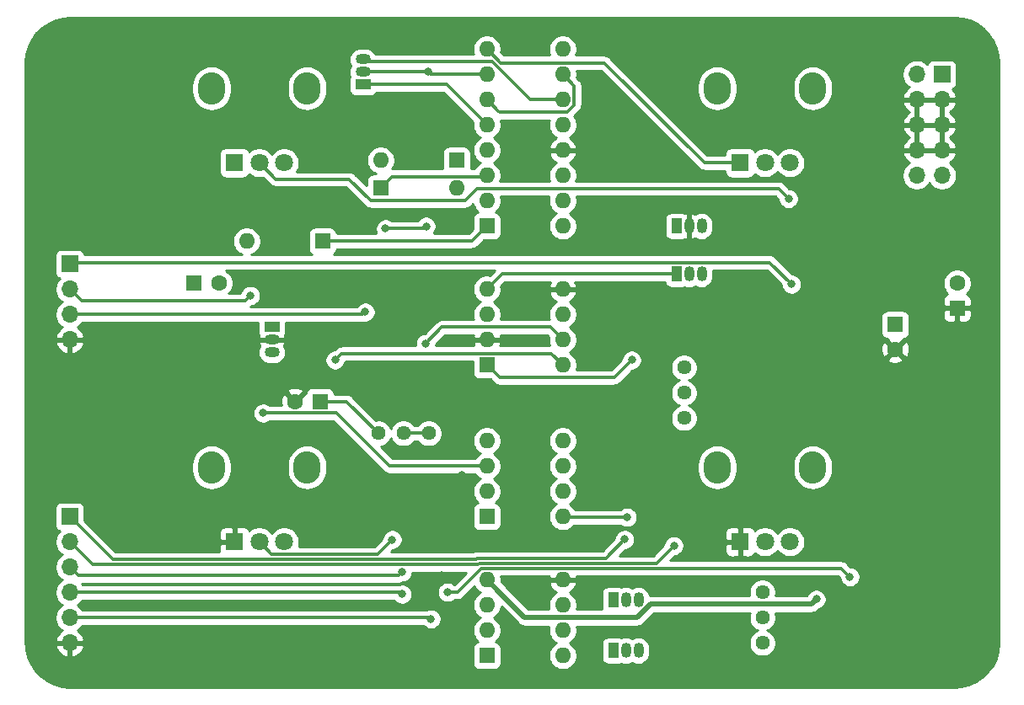
<source format=gbr>
G04 #@! TF.GenerationSoftware,KiCad,Pcbnew,5.1.6-c6e7f7d~86~ubuntu18.04.1*
G04 #@! TF.CreationDate,2020-06-22T07:49:51-04:00*
G04 #@! TF.ProjectId,modulation_source,6d6f6475-6c61-4746-996f-6e5f736f7572,rev?*
G04 #@! TF.SameCoordinates,Original*
G04 #@! TF.FileFunction,Copper,L1,Top*
G04 #@! TF.FilePolarity,Positive*
%FSLAX46Y46*%
G04 Gerber Fmt 4.6, Leading zero omitted, Abs format (unit mm)*
G04 Created by KiCad (PCBNEW 5.1.6-c6e7f7d~86~ubuntu18.04.1) date 2020-06-22 07:49:51*
%MOMM*%
%LPD*%
G01*
G04 APERTURE LIST*
G04 #@! TA.AperFunction,ComponentPad*
%ADD10C,1.600000*%
G04 #@! TD*
G04 #@! TA.AperFunction,ComponentPad*
%ADD11R,1.600000X1.600000*%
G04 #@! TD*
G04 #@! TA.AperFunction,ComponentPad*
%ADD12O,2.720000X3.240000*%
G04 #@! TD*
G04 #@! TA.AperFunction,ComponentPad*
%ADD13C,1.800000*%
G04 #@! TD*
G04 #@! TA.AperFunction,ComponentPad*
%ADD14R,1.800000X1.800000*%
G04 #@! TD*
G04 #@! TA.AperFunction,ComponentPad*
%ADD15O,1.700000X1.700000*%
G04 #@! TD*
G04 #@! TA.AperFunction,ComponentPad*
%ADD16R,1.700000X1.700000*%
G04 #@! TD*
G04 #@! TA.AperFunction,ComponentPad*
%ADD17O,1.600000X1.600000*%
G04 #@! TD*
G04 #@! TA.AperFunction,ComponentPad*
%ADD18C,1.440000*%
G04 #@! TD*
G04 #@! TA.AperFunction,ComponentPad*
%ADD19R,1.050000X1.500000*%
G04 #@! TD*
G04 #@! TA.AperFunction,ComponentPad*
%ADD20O,1.050000X1.500000*%
G04 #@! TD*
G04 #@! TA.AperFunction,ComponentPad*
%ADD21R,1.500000X1.050000*%
G04 #@! TD*
G04 #@! TA.AperFunction,ComponentPad*
%ADD22O,1.500000X1.050000*%
G04 #@! TD*
G04 #@! TA.AperFunction,ViaPad*
%ADD23C,0.800000*%
G04 #@! TD*
G04 #@! TA.AperFunction,Conductor*
%ADD24C,0.300000*%
G04 #@! TD*
G04 #@! TA.AperFunction,Conductor*
%ADD25C,0.500000*%
G04 #@! TD*
G04 #@! TA.AperFunction,Conductor*
%ADD26C,0.254000*%
G04 #@! TD*
G04 APERTURE END LIST*
D10*
X195834000Y-78145000D03*
D11*
X195834000Y-80645000D03*
D10*
X189611000Y-84796000D03*
D11*
X189611000Y-82296000D03*
D10*
X129326000Y-90043000D03*
D11*
X131826000Y-90043000D03*
D10*
X121666000Y-78105000D03*
D11*
X119166000Y-78105000D03*
D12*
X171730000Y-58540000D03*
X181330000Y-58540000D03*
D13*
X179030000Y-66040000D03*
X176530000Y-66040000D03*
D14*
X174030000Y-66040000D03*
D12*
X120930000Y-96640000D03*
X130530000Y-96640000D03*
D13*
X128230000Y-104140000D03*
X125730000Y-104140000D03*
D14*
X123230000Y-104140000D03*
D12*
X171730000Y-96640000D03*
X181330000Y-96640000D03*
D13*
X179030000Y-104140000D03*
X176530000Y-104140000D03*
D14*
X174030000Y-104140000D03*
D12*
X120930000Y-58540000D03*
X130530000Y-58540000D03*
D13*
X128230000Y-66040000D03*
X125730000Y-66040000D03*
D14*
X123230000Y-66040000D03*
D15*
X106680000Y-114300000D03*
X106680000Y-111760000D03*
X106680000Y-109220000D03*
X106680000Y-106680000D03*
X106680000Y-104140000D03*
D16*
X106680000Y-101600000D03*
D15*
X106680000Y-83820000D03*
X106680000Y-81280000D03*
X106680000Y-78740000D03*
D16*
X106680000Y-76200000D03*
D17*
X156210000Y-101600000D03*
X148590000Y-93980000D03*
X156210000Y-99060000D03*
X148590000Y-96520000D03*
X156210000Y-96520000D03*
X148590000Y-99060000D03*
X156210000Y-93980000D03*
D11*
X148590000Y-101600000D03*
D17*
X156210000Y-86360000D03*
X148590000Y-78740000D03*
X156210000Y-83820000D03*
X148590000Y-81280000D03*
X156210000Y-81280000D03*
X148590000Y-83820000D03*
X156210000Y-78740000D03*
D11*
X148590000Y-86360000D03*
D17*
X156210000Y-115570000D03*
X148590000Y-107950000D03*
X156210000Y-113030000D03*
X148590000Y-110490000D03*
X156210000Y-110490000D03*
X148590000Y-113030000D03*
X156210000Y-107950000D03*
D11*
X148590000Y-115570000D03*
D17*
X156210000Y-72390000D03*
X148590000Y-54610000D03*
X156210000Y-69850000D03*
X148590000Y-57150000D03*
X156210000Y-67310000D03*
X148590000Y-59690000D03*
X156210000Y-64770000D03*
X148590000Y-62230000D03*
X156210000Y-62230000D03*
X148590000Y-64770000D03*
X156210000Y-59690000D03*
X148590000Y-67310000D03*
X156210000Y-57150000D03*
X148590000Y-69850000D03*
X156210000Y-54610000D03*
D11*
X148590000Y-72390000D03*
D18*
X137668000Y-93218000D03*
X140208000Y-93218000D03*
X142748000Y-93218000D03*
X176276000Y-109220000D03*
X176276000Y-111760000D03*
X176276000Y-114300000D03*
X168402000Y-86614000D03*
X168402000Y-89154000D03*
X168402000Y-91694000D03*
D19*
X161290000Y-115062000D03*
D20*
X163830000Y-115062000D03*
X162560000Y-115062000D03*
D21*
X127000000Y-82550000D03*
D22*
X127000000Y-85090000D03*
X127000000Y-83820000D03*
D19*
X161290000Y-109982000D03*
D20*
X163830000Y-109982000D03*
X162560000Y-109982000D03*
D21*
X136144000Y-58166000D03*
D22*
X136144000Y-55626000D03*
X136144000Y-56896000D03*
D19*
X167640000Y-72390000D03*
D20*
X170180000Y-72390000D03*
X168910000Y-72390000D03*
D19*
X167640000Y-77216000D03*
D20*
X170180000Y-77216000D03*
X168910000Y-77216000D03*
D15*
X191770000Y-67310000D03*
X194310000Y-67310000D03*
X191770000Y-64770000D03*
X194310000Y-64770000D03*
X191770000Y-62230000D03*
X194310000Y-62230000D03*
X191770000Y-59690000D03*
X194310000Y-59690000D03*
X191770000Y-57150000D03*
D16*
X194310000Y-57150000D03*
D17*
X124460000Y-73914000D03*
D11*
X132080000Y-73914000D03*
D17*
X137922000Y-65786000D03*
D11*
X145542000Y-65786000D03*
D17*
X145542000Y-68580000D03*
D11*
X137922000Y-68580000D03*
D23*
X136372600Y-81026000D03*
X138404600Y-72644000D03*
X142494000Y-72415400D03*
X158673800Y-78740000D03*
X158394400Y-74371200D03*
X164642800Y-74117200D03*
X164973000Y-79502000D03*
X159334200Y-86207600D03*
X162331400Y-89738200D03*
X150469600Y-80314800D03*
X150063200Y-89255600D03*
X145719800Y-88544400D03*
X146354800Y-94411800D03*
X146050000Y-97383600D03*
X142443200Y-99060000D03*
X141782800Y-104292400D03*
X141706600Y-108381800D03*
X155448000Y-103784400D03*
X154609800Y-109220000D03*
X158521400Y-109245400D03*
X144043400Y-107492800D03*
X150215600Y-74371200D03*
X145389600Y-77317600D03*
X141325600Y-78638400D03*
X141173200Y-86791800D03*
X137972800Y-88265000D03*
X158750000Y-114300000D03*
X151130000Y-115570000D03*
X141986000Y-113538000D03*
X142417800Y-84201000D03*
X126111000Y-91186000D03*
X162687000Y-101676200D03*
X133350000Y-85852000D03*
X181686200Y-109905800D03*
X142697198Y-56896000D03*
X163142994Y-85863990D03*
X139090400Y-103911400D03*
X178892198Y-69646800D03*
X140081000Y-107168021D03*
X167386000Y-104521000D03*
X140081000Y-109397800D03*
X162433000Y-103886000D03*
X142976600Y-111887000D03*
X144627600Y-109194600D03*
X185064400Y-107645200D03*
X179197000Y-78231998D03*
X124841000Y-79374996D03*
D24*
X106680000Y-81280000D02*
X136118600Y-81280000D01*
X136118600Y-81280000D02*
X136372600Y-81026000D01*
X138404600Y-72644000D02*
X142265400Y-72644000D01*
X142265400Y-72644000D02*
X142494000Y-72415400D01*
X144526000Y-58166000D02*
X148590000Y-62230000D01*
X136144000Y-58166000D02*
X144526000Y-58166000D01*
X144068800Y-82550000D02*
X142417800Y-84201000D01*
X156210000Y-83820000D02*
X154940000Y-82550000D01*
X154940000Y-82550000D02*
X144068800Y-82550000D01*
X128766998Y-91186000D02*
X126111000Y-91186000D01*
X128773999Y-91193001D02*
X128766998Y-91186000D01*
X129878001Y-91193001D02*
X128773999Y-91193001D01*
X130738998Y-91186000D02*
X129885002Y-91186000D01*
X138811000Y-96520000D02*
X133477000Y-91186000D01*
X130745999Y-91193001D02*
X130738998Y-91186000D01*
X148590000Y-96520000D02*
X138811000Y-96520000D01*
X133477000Y-91186000D02*
X132913002Y-91186000D01*
X129885002Y-91186000D02*
X129878001Y-91193001D01*
X132913002Y-91186000D02*
X132906001Y-91193001D01*
X132906001Y-91193001D02*
X130745999Y-91193001D01*
X134493000Y-90043000D02*
X137668000Y-93218000D01*
X131826000Y-90043000D02*
X134493000Y-90043000D01*
X156286200Y-101676200D02*
X156210000Y-101600000D01*
X162687000Y-101676200D02*
X156286200Y-101676200D01*
X152962878Y-59690000D02*
X156210000Y-59690000D01*
X149152878Y-55880000D02*
X152962878Y-59690000D01*
X136144000Y-55626000D02*
X136398000Y-55880000D01*
X136398000Y-55880000D02*
X149152878Y-55880000D01*
X155059999Y-85209999D02*
X156210000Y-86360000D01*
X133992001Y-85209999D02*
X155059999Y-85209999D01*
X133350000Y-85852000D02*
X133992001Y-85209999D01*
X150114000Y-77216000D02*
X148590000Y-78740000D01*
X167640000Y-77216000D02*
X150114000Y-77216000D01*
D25*
X149879999Y-109239999D02*
X148590000Y-107950000D01*
X163675871Y-111740001D02*
X152380001Y-111740001D01*
X165025871Y-110390001D02*
X163675871Y-111740001D01*
X181686200Y-109905800D02*
X181201999Y-110390001D01*
X152380001Y-111740001D02*
X149879999Y-109239999D01*
X181201999Y-110390001D02*
X165025871Y-110390001D01*
D24*
X149740001Y-60840001D02*
X148590000Y-59690000D01*
X149860000Y-60960000D02*
X149740001Y-60840001D01*
X156642002Y-60960000D02*
X149860000Y-60960000D01*
X157360001Y-60242001D02*
X156642002Y-60960000D01*
X156210000Y-57150000D02*
X157360001Y-58300001D01*
X157360001Y-58300001D02*
X157360001Y-60242001D01*
X148470001Y-67429999D02*
X148590000Y-67310000D01*
X139072001Y-67429999D02*
X148470001Y-67429999D01*
X137922000Y-68580000D02*
X139072001Y-67429999D01*
X147066000Y-73914000D02*
X148590000Y-72390000D01*
X132080000Y-73914000D02*
X147066000Y-73914000D01*
X142951198Y-57150000D02*
X142697198Y-56896000D01*
X137194000Y-56896000D02*
X142697198Y-56896000D01*
X148590000Y-57150000D02*
X142951198Y-57150000D01*
X136144000Y-56896000D02*
X137194000Y-56896000D01*
X161376984Y-87630000D02*
X163142994Y-85863990D01*
X148590000Y-86360000D02*
X149860000Y-87630000D01*
X149860000Y-87630000D02*
X161376984Y-87630000D01*
X137611799Y-105390001D02*
X139090400Y-103911400D01*
X125730000Y-104140000D02*
X126980001Y-105390001D01*
X126980001Y-105390001D02*
X137611799Y-105390001D01*
X177882599Y-68637201D02*
X178892198Y-69646800D01*
X127381000Y-67691000D02*
X134747000Y-67691000D01*
X136906000Y-69850000D02*
X146431000Y-69850000D01*
X125730000Y-66040000D02*
X127381000Y-67691000D01*
X134747000Y-67691000D02*
X136906000Y-69850000D01*
X146431000Y-69850000D02*
X147643799Y-68637201D01*
X147643799Y-68637201D02*
X177882599Y-68637201D01*
X107529999Y-107529999D02*
X139719022Y-107529999D01*
X139719022Y-107529999D02*
X140081000Y-107168021D01*
X106680000Y-106680000D02*
X107529999Y-107529999D01*
X149979999Y-55999999D02*
X148590000Y-54610000D01*
X160393999Y-55999999D02*
X149979999Y-55999999D01*
X174030000Y-66040000D02*
X170434000Y-66040000D01*
X170434000Y-66040000D02*
X160393999Y-55999999D01*
X106680000Y-104140000D02*
X108958011Y-106418011D01*
X165607012Y-106299988D02*
X166986001Y-104920999D01*
X147830887Y-106299989D02*
X165607012Y-106299988D01*
X147712862Y-106418012D02*
X147830887Y-106299989D01*
X108958011Y-106418011D02*
X147712862Y-106418012D01*
X166986001Y-104920999D02*
X167386000Y-104521000D01*
X106680000Y-109220000D02*
X139903200Y-109220000D01*
X139903200Y-109220000D02*
X140081000Y-109397800D01*
X140208000Y-93218000D02*
X142748000Y-93218000D01*
X160519022Y-105799978D02*
X162433000Y-103886000D01*
X147623778Y-105799978D02*
X160519022Y-105799978D01*
X147505754Y-105918000D02*
X147623778Y-105799978D01*
X106680000Y-101600000D02*
X110998000Y-105918000D01*
X110998000Y-105918000D02*
X147505754Y-105918000D01*
X106680000Y-111760000D02*
X142849600Y-111760000D01*
X142849600Y-111760000D02*
X142976600Y-111887000D01*
X184219199Y-106799999D02*
X185064400Y-107645200D01*
X148037997Y-106799999D02*
X184219199Y-106799999D01*
X144627600Y-109194600D02*
X145643396Y-109194600D01*
X145643396Y-109194600D02*
X148037997Y-106799999D01*
X106825999Y-76054001D02*
X177019003Y-76054001D01*
X106680000Y-76200000D02*
X106825999Y-76054001D01*
X177019003Y-76054001D02*
X179197000Y-78231998D01*
X106680000Y-78740000D02*
X107867399Y-79927399D01*
X107867399Y-79927399D02*
X124288597Y-79927399D01*
X124288597Y-79927399D02*
X124841000Y-79374996D01*
D26*
G36*
X196362249Y-51532437D02*
G01*
X197119774Y-51739672D01*
X197828625Y-52077777D01*
X198466404Y-52536067D01*
X199012946Y-53100055D01*
X199450977Y-53751913D01*
X199766651Y-54471038D01*
X199951206Y-55239768D01*
X200000001Y-55904221D01*
X200000000Y-114270608D01*
X199927563Y-115082249D01*
X199720328Y-115839774D01*
X199382221Y-116548627D01*
X198923928Y-117186410D01*
X198359945Y-117732946D01*
X197708085Y-118170978D01*
X196988963Y-118486651D01*
X196220232Y-118671206D01*
X195555792Y-118720000D01*
X106709392Y-118720000D01*
X105897751Y-118647563D01*
X105140226Y-118440328D01*
X104431373Y-118102221D01*
X103793590Y-117643928D01*
X103247054Y-117079945D01*
X102809022Y-116428085D01*
X102493349Y-115708963D01*
X102308794Y-114940232D01*
X102287987Y-114656890D01*
X105238524Y-114656890D01*
X105283175Y-114804099D01*
X105408359Y-115066920D01*
X105582412Y-115300269D01*
X105798645Y-115495178D01*
X106048748Y-115644157D01*
X106323109Y-115741481D01*
X106553000Y-115620814D01*
X106553000Y-114427000D01*
X106807000Y-114427000D01*
X106807000Y-115620814D01*
X107036891Y-115741481D01*
X107311252Y-115644157D01*
X107561355Y-115495178D01*
X107777588Y-115300269D01*
X107951641Y-115066920D01*
X108076825Y-114804099D01*
X108121476Y-114656890D01*
X108000155Y-114427000D01*
X106807000Y-114427000D01*
X106553000Y-114427000D01*
X105359845Y-114427000D01*
X105238524Y-114656890D01*
X102287987Y-114656890D01*
X102260000Y-114275792D01*
X102260000Y-100750000D01*
X105191928Y-100750000D01*
X105191928Y-102450000D01*
X105204188Y-102574482D01*
X105240498Y-102694180D01*
X105299463Y-102804494D01*
X105378815Y-102901185D01*
X105475506Y-102980537D01*
X105585820Y-103039502D01*
X105658380Y-103061513D01*
X105526525Y-103193368D01*
X105364010Y-103436589D01*
X105252068Y-103706842D01*
X105195000Y-103993740D01*
X105195000Y-104286260D01*
X105252068Y-104573158D01*
X105364010Y-104843411D01*
X105526525Y-105086632D01*
X105733368Y-105293475D01*
X105907760Y-105410000D01*
X105733368Y-105526525D01*
X105526525Y-105733368D01*
X105364010Y-105976589D01*
X105252068Y-106246842D01*
X105195000Y-106533740D01*
X105195000Y-106826260D01*
X105252068Y-107113158D01*
X105364010Y-107383411D01*
X105526525Y-107626632D01*
X105733368Y-107833475D01*
X105907760Y-107950000D01*
X105733368Y-108066525D01*
X105526525Y-108273368D01*
X105364010Y-108516589D01*
X105252068Y-108786842D01*
X105195000Y-109073740D01*
X105195000Y-109366260D01*
X105252068Y-109653158D01*
X105364010Y-109923411D01*
X105526525Y-110166632D01*
X105733368Y-110373475D01*
X105907760Y-110490000D01*
X105733368Y-110606525D01*
X105526525Y-110813368D01*
X105364010Y-111056589D01*
X105252068Y-111326842D01*
X105195000Y-111613740D01*
X105195000Y-111906260D01*
X105252068Y-112193158D01*
X105364010Y-112463411D01*
X105526525Y-112706632D01*
X105733368Y-112913475D01*
X105915534Y-113035195D01*
X105798645Y-113104822D01*
X105582412Y-113299731D01*
X105408359Y-113533080D01*
X105283175Y-113795901D01*
X105238524Y-113943110D01*
X105359845Y-114173000D01*
X106553000Y-114173000D01*
X106553000Y-114153000D01*
X106807000Y-114153000D01*
X106807000Y-114173000D01*
X108000155Y-114173000D01*
X108121476Y-113943110D01*
X108076825Y-113795901D01*
X107951641Y-113533080D01*
X107777588Y-113299731D01*
X107561355Y-113104822D01*
X107444466Y-113035195D01*
X107626632Y-112913475D01*
X107833475Y-112706632D01*
X107941474Y-112545000D01*
X142171478Y-112545000D01*
X142172663Y-112546774D01*
X142316826Y-112690937D01*
X142486344Y-112804205D01*
X142674702Y-112882226D01*
X142874661Y-112922000D01*
X143078539Y-112922000D01*
X143278498Y-112882226D01*
X143466856Y-112804205D01*
X143636374Y-112690937D01*
X143780537Y-112546774D01*
X143893805Y-112377256D01*
X143971826Y-112188898D01*
X144011600Y-111988939D01*
X144011600Y-111785061D01*
X143971826Y-111585102D01*
X143893805Y-111396744D01*
X143780537Y-111227226D01*
X143636374Y-111083063D01*
X143466856Y-110969795D01*
X143278498Y-110891774D01*
X143078539Y-110852000D01*
X142874661Y-110852000D01*
X142674702Y-110891774D01*
X142486344Y-110969795D01*
X142478554Y-110975000D01*
X107941474Y-110975000D01*
X107833475Y-110813368D01*
X107626632Y-110606525D01*
X107452240Y-110490000D01*
X107626632Y-110373475D01*
X107833475Y-110166632D01*
X107941474Y-110005000D01*
X139241934Y-110005000D01*
X139277063Y-110057574D01*
X139421226Y-110201737D01*
X139590744Y-110315005D01*
X139779102Y-110393026D01*
X139979061Y-110432800D01*
X140182939Y-110432800D01*
X140382898Y-110393026D01*
X140571256Y-110315005D01*
X140740774Y-110201737D01*
X140884937Y-110057574D01*
X140998205Y-109888056D01*
X141076226Y-109699698D01*
X141116000Y-109499739D01*
X141116000Y-109295861D01*
X141076226Y-109095902D01*
X140998205Y-108907544D01*
X140884937Y-108738026D01*
X140740774Y-108593863D01*
X140571256Y-108480595D01*
X140382898Y-108402574D01*
X140182939Y-108362800D01*
X139979061Y-108362800D01*
X139779102Y-108402574D01*
X139700819Y-108435000D01*
X107941474Y-108435000D01*
X107861292Y-108314999D01*
X139680469Y-108314999D01*
X139719022Y-108318796D01*
X139757575Y-108314999D01*
X139757583Y-108314999D01*
X139872909Y-108303640D01*
X140020882Y-108258753D01*
X140125151Y-108203021D01*
X140182939Y-108203021D01*
X140382898Y-108163247D01*
X140571256Y-108085226D01*
X140740774Y-107971958D01*
X140884937Y-107827795D01*
X140998205Y-107658277D01*
X141076226Y-107469919D01*
X141116000Y-107269960D01*
X141116000Y-107203012D01*
X146524826Y-107203012D01*
X145318239Y-108409600D01*
X145306311Y-108409600D01*
X145287374Y-108390663D01*
X145117856Y-108277395D01*
X144929498Y-108199374D01*
X144729539Y-108159600D01*
X144525661Y-108159600D01*
X144325702Y-108199374D01*
X144137344Y-108277395D01*
X143967826Y-108390663D01*
X143823663Y-108534826D01*
X143710395Y-108704344D01*
X143632374Y-108892702D01*
X143592600Y-109092661D01*
X143592600Y-109296539D01*
X143632374Y-109496498D01*
X143710395Y-109684856D01*
X143823663Y-109854374D01*
X143967826Y-109998537D01*
X144137344Y-110111805D01*
X144325702Y-110189826D01*
X144525661Y-110229600D01*
X144729539Y-110229600D01*
X144929498Y-110189826D01*
X145117856Y-110111805D01*
X145287374Y-109998537D01*
X145306311Y-109979600D01*
X145604843Y-109979600D01*
X145643396Y-109983397D01*
X145681949Y-109979600D01*
X145681957Y-109979600D01*
X145797283Y-109968241D01*
X145945256Y-109923354D01*
X146081629Y-109850462D01*
X146201160Y-109752364D01*
X146225743Y-109722410D01*
X147318363Y-108629791D01*
X147475363Y-108864759D01*
X147675241Y-109064637D01*
X147907759Y-109220000D01*
X147675241Y-109375363D01*
X147475363Y-109575241D01*
X147318320Y-109810273D01*
X147210147Y-110071426D01*
X147155000Y-110348665D01*
X147155000Y-110631335D01*
X147210147Y-110908574D01*
X147318320Y-111169727D01*
X147475363Y-111404759D01*
X147675241Y-111604637D01*
X147907759Y-111760000D01*
X147675241Y-111915363D01*
X147475363Y-112115241D01*
X147318320Y-112350273D01*
X147210147Y-112611426D01*
X147155000Y-112888665D01*
X147155000Y-113171335D01*
X147210147Y-113448574D01*
X147318320Y-113709727D01*
X147475363Y-113944759D01*
X147673961Y-114143357D01*
X147665518Y-114144188D01*
X147545820Y-114180498D01*
X147435506Y-114239463D01*
X147338815Y-114318815D01*
X147259463Y-114415506D01*
X147200498Y-114525820D01*
X147164188Y-114645518D01*
X147151928Y-114770000D01*
X147151928Y-116370000D01*
X147164188Y-116494482D01*
X147200498Y-116614180D01*
X147259463Y-116724494D01*
X147338815Y-116821185D01*
X147435506Y-116900537D01*
X147545820Y-116959502D01*
X147665518Y-116995812D01*
X147790000Y-117008072D01*
X149390000Y-117008072D01*
X149514482Y-116995812D01*
X149634180Y-116959502D01*
X149744494Y-116900537D01*
X149841185Y-116821185D01*
X149920537Y-116724494D01*
X149979502Y-116614180D01*
X150015812Y-116494482D01*
X150028072Y-116370000D01*
X150028072Y-114770000D01*
X150015812Y-114645518D01*
X149979502Y-114525820D01*
X149920537Y-114415506D01*
X149841185Y-114318815D01*
X149744494Y-114239463D01*
X149634180Y-114180498D01*
X149514482Y-114144188D01*
X149506039Y-114143357D01*
X149704637Y-113944759D01*
X149861680Y-113709727D01*
X149969853Y-113448574D01*
X150025000Y-113171335D01*
X150025000Y-112888665D01*
X149969853Y-112611426D01*
X149861680Y-112350273D01*
X149704637Y-112115241D01*
X149504759Y-111915363D01*
X149272241Y-111760000D01*
X149504759Y-111604637D01*
X149704637Y-111404759D01*
X149861680Y-111169727D01*
X149969853Y-110908574D01*
X150024130Y-110635708D01*
X151723471Y-112335050D01*
X151751184Y-112368818D01*
X151784952Y-112396531D01*
X151784954Y-112396533D01*
X151866445Y-112463411D01*
X151885942Y-112479412D01*
X152039688Y-112561590D01*
X152206511Y-112612196D01*
X152336524Y-112625001D01*
X152336532Y-112625001D01*
X152380001Y-112629282D01*
X152423470Y-112625001D01*
X154827447Y-112625001D01*
X154775000Y-112888665D01*
X154775000Y-113171335D01*
X154830147Y-113448574D01*
X154938320Y-113709727D01*
X155095363Y-113944759D01*
X155295241Y-114144637D01*
X155527759Y-114300000D01*
X155295241Y-114455363D01*
X155095363Y-114655241D01*
X154938320Y-114890273D01*
X154830147Y-115151426D01*
X154775000Y-115428665D01*
X154775000Y-115711335D01*
X154830147Y-115988574D01*
X154938320Y-116249727D01*
X155095363Y-116484759D01*
X155295241Y-116684637D01*
X155530273Y-116841680D01*
X155791426Y-116949853D01*
X156068665Y-117005000D01*
X156351335Y-117005000D01*
X156628574Y-116949853D01*
X156889727Y-116841680D01*
X157124759Y-116684637D01*
X157324637Y-116484759D01*
X157481680Y-116249727D01*
X157589853Y-115988574D01*
X157645000Y-115711335D01*
X157645000Y-115428665D01*
X157589853Y-115151426D01*
X157481680Y-114890273D01*
X157324637Y-114655241D01*
X157124759Y-114455363D01*
X156910201Y-114312000D01*
X160126928Y-114312000D01*
X160126928Y-115812000D01*
X160139188Y-115936482D01*
X160175498Y-116056180D01*
X160234463Y-116166494D01*
X160313815Y-116263185D01*
X160410506Y-116342537D01*
X160520820Y-116401502D01*
X160640518Y-116437812D01*
X160765000Y-116450072D01*
X161815000Y-116450072D01*
X161939482Y-116437812D01*
X162059180Y-116401502D01*
X162123902Y-116366907D01*
X162332601Y-116430215D01*
X162560000Y-116452612D01*
X162787400Y-116430215D01*
X163006060Y-116363885D01*
X163195000Y-116262894D01*
X163383941Y-116363885D01*
X163602601Y-116430215D01*
X163830000Y-116452612D01*
X164057400Y-116430215D01*
X164276060Y-116363885D01*
X164477579Y-116256171D01*
X164654212Y-116111212D01*
X164799171Y-115934579D01*
X164906885Y-115733059D01*
X164973215Y-115514399D01*
X164990000Y-115343978D01*
X164990000Y-114780021D01*
X164973215Y-114609600D01*
X164906885Y-114390940D01*
X164799171Y-114189421D01*
X164654212Y-114012788D01*
X164477578Y-113867829D01*
X164276059Y-113760115D01*
X164057399Y-113693785D01*
X163830000Y-113671388D01*
X163602600Y-113693785D01*
X163383940Y-113760115D01*
X163195000Y-113861106D01*
X163006059Y-113760115D01*
X162787399Y-113693785D01*
X162560000Y-113671388D01*
X162332600Y-113693785D01*
X162123902Y-113757093D01*
X162059180Y-113722498D01*
X161939482Y-113686188D01*
X161815000Y-113673928D01*
X160765000Y-113673928D01*
X160640518Y-113686188D01*
X160520820Y-113722498D01*
X160410506Y-113781463D01*
X160313815Y-113860815D01*
X160234463Y-113957506D01*
X160175498Y-114067820D01*
X160139188Y-114187518D01*
X160126928Y-114312000D01*
X156910201Y-114312000D01*
X156892241Y-114300000D01*
X157124759Y-114144637D01*
X157324637Y-113944759D01*
X157481680Y-113709727D01*
X157589853Y-113448574D01*
X157645000Y-113171335D01*
X157645000Y-112888665D01*
X157592553Y-112625001D01*
X163632402Y-112625001D01*
X163675871Y-112629282D01*
X163719340Y-112625001D01*
X163719348Y-112625001D01*
X163849361Y-112612196D01*
X164016184Y-112561590D01*
X164169930Y-112479412D01*
X164304688Y-112368818D01*
X164332405Y-112335045D01*
X165392450Y-111275001D01*
X175010252Y-111275001D01*
X174973072Y-111364761D01*
X174921000Y-111626544D01*
X174921000Y-111893456D01*
X174973072Y-112155239D01*
X175075215Y-112401833D01*
X175223503Y-112623762D01*
X175412238Y-112812497D01*
X175634167Y-112960785D01*
X175801266Y-113030000D01*
X175634167Y-113099215D01*
X175412238Y-113247503D01*
X175223503Y-113436238D01*
X175075215Y-113658167D01*
X174973072Y-113904761D01*
X174921000Y-114166544D01*
X174921000Y-114433456D01*
X174973072Y-114695239D01*
X175075215Y-114941833D01*
X175223503Y-115163762D01*
X175412238Y-115352497D01*
X175634167Y-115500785D01*
X175880761Y-115602928D01*
X176142544Y-115655000D01*
X176409456Y-115655000D01*
X176671239Y-115602928D01*
X176917833Y-115500785D01*
X177139762Y-115352497D01*
X177328497Y-115163762D01*
X177476785Y-114941833D01*
X177578928Y-114695239D01*
X177631000Y-114433456D01*
X177631000Y-114166544D01*
X177578928Y-113904761D01*
X177476785Y-113658167D01*
X177328497Y-113436238D01*
X177139762Y-113247503D01*
X176917833Y-113099215D01*
X176750734Y-113030000D01*
X176917833Y-112960785D01*
X177139762Y-112812497D01*
X177328497Y-112623762D01*
X177476785Y-112401833D01*
X177578928Y-112155239D01*
X177631000Y-111893456D01*
X177631000Y-111626544D01*
X177578928Y-111364761D01*
X177541748Y-111275001D01*
X181158530Y-111275001D01*
X181201999Y-111279282D01*
X181245468Y-111275001D01*
X181245476Y-111275001D01*
X181375489Y-111262196D01*
X181542312Y-111211590D01*
X181696058Y-111129412D01*
X181830816Y-111018818D01*
X181858533Y-110985045D01*
X181931243Y-110912335D01*
X181988098Y-110901026D01*
X182176456Y-110823005D01*
X182345974Y-110709737D01*
X182490137Y-110565574D01*
X182603405Y-110396056D01*
X182681426Y-110207698D01*
X182721200Y-110007739D01*
X182721200Y-109803861D01*
X182681426Y-109603902D01*
X182603405Y-109415544D01*
X182490137Y-109246026D01*
X182345974Y-109101863D01*
X182176456Y-108988595D01*
X181988098Y-108910574D01*
X181788139Y-108870800D01*
X181584261Y-108870800D01*
X181384302Y-108910574D01*
X181195944Y-108988595D01*
X181026426Y-109101863D01*
X180882263Y-109246026D01*
X180768995Y-109415544D01*
X180731940Y-109505001D01*
X177600856Y-109505001D01*
X177631000Y-109353456D01*
X177631000Y-109086544D01*
X177578928Y-108824761D01*
X177476785Y-108578167D01*
X177328497Y-108356238D01*
X177139762Y-108167503D01*
X176917833Y-108019215D01*
X176671239Y-107917072D01*
X176409456Y-107865000D01*
X176142544Y-107865000D01*
X175880761Y-107917072D01*
X175634167Y-108019215D01*
X175412238Y-108167503D01*
X175223503Y-108356238D01*
X175075215Y-108578167D01*
X174973072Y-108824761D01*
X174921000Y-109086544D01*
X174921000Y-109353456D01*
X174951144Y-109505001D01*
X165069336Y-109505001D01*
X165025870Y-109500720D01*
X164982404Y-109505001D01*
X164982394Y-109505001D01*
X164966236Y-109506592D01*
X164906885Y-109310940D01*
X164799171Y-109109421D01*
X164654212Y-108932788D01*
X164477578Y-108787829D01*
X164276059Y-108680115D01*
X164057399Y-108613785D01*
X163830000Y-108591388D01*
X163602600Y-108613785D01*
X163383940Y-108680115D01*
X163195000Y-108781106D01*
X163006059Y-108680115D01*
X162787399Y-108613785D01*
X162560000Y-108591388D01*
X162332600Y-108613785D01*
X162123902Y-108677093D01*
X162059180Y-108642498D01*
X161939482Y-108606188D01*
X161815000Y-108593928D01*
X160765000Y-108593928D01*
X160640518Y-108606188D01*
X160520820Y-108642498D01*
X160410506Y-108701463D01*
X160313815Y-108780815D01*
X160234463Y-108877506D01*
X160175498Y-108987820D01*
X160139188Y-109107518D01*
X160126928Y-109232000D01*
X160126928Y-110732000D01*
X160139042Y-110855001D01*
X157600509Y-110855001D01*
X157645000Y-110631335D01*
X157645000Y-110348665D01*
X157589853Y-110071426D01*
X157481680Y-109810273D01*
X157324637Y-109575241D01*
X157124759Y-109375363D01*
X156889727Y-109218320D01*
X156879135Y-109213933D01*
X157065131Y-109102385D01*
X157273519Y-108913414D01*
X157441037Y-108687420D01*
X157561246Y-108433087D01*
X157601904Y-108299039D01*
X157479915Y-108077000D01*
X156337000Y-108077000D01*
X156337000Y-108097000D01*
X156083000Y-108097000D01*
X156083000Y-108077000D01*
X154940085Y-108077000D01*
X154818096Y-108299039D01*
X154858754Y-108433087D01*
X154978963Y-108687420D01*
X155146481Y-108913414D01*
X155354869Y-109102385D01*
X155540865Y-109213933D01*
X155530273Y-109218320D01*
X155295241Y-109375363D01*
X155095363Y-109575241D01*
X154938320Y-109810273D01*
X154830147Y-110071426D01*
X154775000Y-110348665D01*
X154775000Y-110631335D01*
X154819491Y-110855001D01*
X152746580Y-110855001D01*
X150536535Y-108644957D01*
X150536531Y-108644952D01*
X150018017Y-108126439D01*
X150025000Y-108091335D01*
X150025000Y-107808665D01*
X149980509Y-107584999D01*
X154822937Y-107584999D01*
X154818096Y-107600961D01*
X154940085Y-107823000D01*
X156083000Y-107823000D01*
X156083000Y-107803000D01*
X156337000Y-107803000D01*
X156337000Y-107823000D01*
X157479915Y-107823000D01*
X157601904Y-107600961D01*
X157597063Y-107584999D01*
X183894042Y-107584999D01*
X184029400Y-107720357D01*
X184029400Y-107747139D01*
X184069174Y-107947098D01*
X184147195Y-108135456D01*
X184260463Y-108304974D01*
X184404626Y-108449137D01*
X184574144Y-108562405D01*
X184762502Y-108640426D01*
X184962461Y-108680200D01*
X185166339Y-108680200D01*
X185366298Y-108640426D01*
X185554656Y-108562405D01*
X185724174Y-108449137D01*
X185868337Y-108304974D01*
X185981605Y-108135456D01*
X186059626Y-107947098D01*
X186099400Y-107747139D01*
X186099400Y-107543261D01*
X186059626Y-107343302D01*
X185981605Y-107154944D01*
X185868337Y-106985426D01*
X185724174Y-106841263D01*
X185554656Y-106727995D01*
X185366298Y-106649974D01*
X185166339Y-106610200D01*
X185139557Y-106610200D01*
X184801546Y-106272189D01*
X184776963Y-106242235D01*
X184657432Y-106144137D01*
X184521059Y-106071245D01*
X184373086Y-106026358D01*
X184257760Y-106014999D01*
X184257752Y-106014999D01*
X184219199Y-106011202D01*
X184180646Y-106014999D01*
X167002159Y-106014999D01*
X167461158Y-105556000D01*
X167487939Y-105556000D01*
X167687898Y-105516226D01*
X167876256Y-105438205D01*
X168045774Y-105324937D01*
X168189937Y-105180774D01*
X168283998Y-105040000D01*
X172491928Y-105040000D01*
X172504188Y-105164482D01*
X172540498Y-105284180D01*
X172599463Y-105394494D01*
X172678815Y-105491185D01*
X172775506Y-105570537D01*
X172885820Y-105629502D01*
X173005518Y-105665812D01*
X173130000Y-105678072D01*
X173744250Y-105675000D01*
X173903000Y-105516250D01*
X173903000Y-104267000D01*
X172653750Y-104267000D01*
X172495000Y-104425750D01*
X172491928Y-105040000D01*
X168283998Y-105040000D01*
X168303205Y-105011256D01*
X168381226Y-104822898D01*
X168421000Y-104622939D01*
X168421000Y-104419061D01*
X168381226Y-104219102D01*
X168303205Y-104030744D01*
X168189937Y-103861226D01*
X168045774Y-103717063D01*
X167876256Y-103603795D01*
X167687898Y-103525774D01*
X167487939Y-103486000D01*
X167284061Y-103486000D01*
X167084102Y-103525774D01*
X166895744Y-103603795D01*
X166726226Y-103717063D01*
X166582063Y-103861226D01*
X166468795Y-104030744D01*
X166390774Y-104219102D01*
X166351000Y-104419061D01*
X166351000Y-104445842D01*
X165281855Y-105514988D01*
X161914169Y-105514988D01*
X162508157Y-104921000D01*
X162534939Y-104921000D01*
X162734898Y-104881226D01*
X162923256Y-104803205D01*
X163092774Y-104689937D01*
X163236937Y-104545774D01*
X163350205Y-104376256D01*
X163428226Y-104187898D01*
X163468000Y-103987939D01*
X163468000Y-103784061D01*
X163428226Y-103584102D01*
X163350205Y-103395744D01*
X163246141Y-103240000D01*
X172491928Y-103240000D01*
X172495000Y-103854250D01*
X172653750Y-104013000D01*
X173903000Y-104013000D01*
X173903000Y-102763750D01*
X174157000Y-102763750D01*
X174157000Y-104013000D01*
X174177000Y-104013000D01*
X174177000Y-104267000D01*
X174157000Y-104267000D01*
X174157000Y-105516250D01*
X174315750Y-105675000D01*
X174930000Y-105678072D01*
X175054482Y-105665812D01*
X175174180Y-105629502D01*
X175284494Y-105570537D01*
X175381185Y-105491185D01*
X175460537Y-105394494D01*
X175513880Y-105294697D01*
X175551495Y-105332312D01*
X175802905Y-105500299D01*
X176082257Y-105616011D01*
X176378816Y-105675000D01*
X176681184Y-105675000D01*
X176977743Y-105616011D01*
X177257095Y-105500299D01*
X177508505Y-105332312D01*
X177722312Y-105118505D01*
X177780000Y-105032169D01*
X177837688Y-105118505D01*
X178051495Y-105332312D01*
X178302905Y-105500299D01*
X178582257Y-105616011D01*
X178878816Y-105675000D01*
X179181184Y-105675000D01*
X179477743Y-105616011D01*
X179757095Y-105500299D01*
X180008505Y-105332312D01*
X180222312Y-105118505D01*
X180390299Y-104867095D01*
X180506011Y-104587743D01*
X180565000Y-104291184D01*
X180565000Y-103988816D01*
X180506011Y-103692257D01*
X180390299Y-103412905D01*
X180222312Y-103161495D01*
X180008505Y-102947688D01*
X179757095Y-102779701D01*
X179477743Y-102663989D01*
X179181184Y-102605000D01*
X178878816Y-102605000D01*
X178582257Y-102663989D01*
X178302905Y-102779701D01*
X178051495Y-102947688D01*
X177837688Y-103161495D01*
X177780000Y-103247831D01*
X177722312Y-103161495D01*
X177508505Y-102947688D01*
X177257095Y-102779701D01*
X176977743Y-102663989D01*
X176681184Y-102605000D01*
X176378816Y-102605000D01*
X176082257Y-102663989D01*
X175802905Y-102779701D01*
X175551495Y-102947688D01*
X175513880Y-102985303D01*
X175460537Y-102885506D01*
X175381185Y-102788815D01*
X175284494Y-102709463D01*
X175174180Y-102650498D01*
X175054482Y-102614188D01*
X174930000Y-102601928D01*
X174315750Y-102605000D01*
X174157000Y-102763750D01*
X173903000Y-102763750D01*
X173744250Y-102605000D01*
X173130000Y-102601928D01*
X173005518Y-102614188D01*
X172885820Y-102650498D01*
X172775506Y-102709463D01*
X172678815Y-102788815D01*
X172599463Y-102885506D01*
X172540498Y-102995820D01*
X172504188Y-103115518D01*
X172491928Y-103240000D01*
X163246141Y-103240000D01*
X163236937Y-103226226D01*
X163092774Y-103082063D01*
X162923256Y-102968795D01*
X162734898Y-102890774D01*
X162534939Y-102851000D01*
X162331061Y-102851000D01*
X162131102Y-102890774D01*
X161942744Y-102968795D01*
X161773226Y-103082063D01*
X161629063Y-103226226D01*
X161515795Y-103395744D01*
X161437774Y-103584102D01*
X161398000Y-103784061D01*
X161398000Y-103810843D01*
X160193865Y-105014978D01*
X147662334Y-105014978D01*
X147623784Y-105011181D01*
X147585226Y-105014978D01*
X147585217Y-105014978D01*
X147538130Y-105019616D01*
X147469898Y-105026335D01*
X147469892Y-105026337D01*
X147469891Y-105026337D01*
X147321918Y-105071224D01*
X147206342Y-105133000D01*
X138978957Y-105133000D01*
X139165557Y-104946400D01*
X139192339Y-104946400D01*
X139392298Y-104906626D01*
X139580656Y-104828605D01*
X139750174Y-104715337D01*
X139894337Y-104571174D01*
X140007605Y-104401656D01*
X140085626Y-104213298D01*
X140125400Y-104013339D01*
X140125400Y-103809461D01*
X140085626Y-103609502D01*
X140007605Y-103421144D01*
X139894337Y-103251626D01*
X139750174Y-103107463D01*
X139580656Y-102994195D01*
X139392298Y-102916174D01*
X139192339Y-102876400D01*
X138988461Y-102876400D01*
X138788502Y-102916174D01*
X138600144Y-102994195D01*
X138430626Y-103107463D01*
X138286463Y-103251626D01*
X138173195Y-103421144D01*
X138095174Y-103609502D01*
X138055400Y-103809461D01*
X138055400Y-103836243D01*
X137286642Y-104605001D01*
X129698862Y-104605001D01*
X129706011Y-104587743D01*
X129765000Y-104291184D01*
X129765000Y-103988816D01*
X129706011Y-103692257D01*
X129590299Y-103412905D01*
X129422312Y-103161495D01*
X129208505Y-102947688D01*
X128957095Y-102779701D01*
X128677743Y-102663989D01*
X128381184Y-102605000D01*
X128078816Y-102605000D01*
X127782257Y-102663989D01*
X127502905Y-102779701D01*
X127251495Y-102947688D01*
X127037688Y-103161495D01*
X126980000Y-103247831D01*
X126922312Y-103161495D01*
X126708505Y-102947688D01*
X126457095Y-102779701D01*
X126177743Y-102663989D01*
X125881184Y-102605000D01*
X125578816Y-102605000D01*
X125282257Y-102663989D01*
X125002905Y-102779701D01*
X124751495Y-102947688D01*
X124713880Y-102985303D01*
X124660537Y-102885506D01*
X124581185Y-102788815D01*
X124484494Y-102709463D01*
X124374180Y-102650498D01*
X124254482Y-102614188D01*
X124130000Y-102601928D01*
X123515750Y-102605000D01*
X123357000Y-102763750D01*
X123357000Y-104013000D01*
X123377000Y-104013000D01*
X123377000Y-104267000D01*
X123357000Y-104267000D01*
X123357000Y-104287000D01*
X123103000Y-104287000D01*
X123103000Y-104267000D01*
X121853750Y-104267000D01*
X121695000Y-104425750D01*
X121691928Y-105040000D01*
X121701087Y-105133000D01*
X111323158Y-105133000D01*
X109430158Y-103240000D01*
X121691928Y-103240000D01*
X121695000Y-103854250D01*
X121853750Y-104013000D01*
X123103000Y-104013000D01*
X123103000Y-102763750D01*
X122944250Y-102605000D01*
X122330000Y-102601928D01*
X122205518Y-102614188D01*
X122085820Y-102650498D01*
X121975506Y-102709463D01*
X121878815Y-102788815D01*
X121799463Y-102885506D01*
X121740498Y-102995820D01*
X121704188Y-103115518D01*
X121691928Y-103240000D01*
X109430158Y-103240000D01*
X108168072Y-101977915D01*
X108168072Y-100750000D01*
X108155812Y-100625518D01*
X108119502Y-100505820D01*
X108060537Y-100395506D01*
X107981185Y-100298815D01*
X107884494Y-100219463D01*
X107774180Y-100160498D01*
X107654482Y-100124188D01*
X107530000Y-100111928D01*
X105830000Y-100111928D01*
X105705518Y-100124188D01*
X105585820Y-100160498D01*
X105475506Y-100219463D01*
X105378815Y-100298815D01*
X105299463Y-100395506D01*
X105240498Y-100505820D01*
X105204188Y-100625518D01*
X105191928Y-100750000D01*
X102260000Y-100750000D01*
X102260000Y-96282002D01*
X118935000Y-96282002D01*
X118935000Y-96997997D01*
X118963867Y-97291087D01*
X119077943Y-97667146D01*
X119263193Y-98013725D01*
X119512497Y-98317503D01*
X119816275Y-98566807D01*
X120162853Y-98752057D01*
X120538912Y-98866133D01*
X120930000Y-98904652D01*
X121321087Y-98866133D01*
X121697146Y-98752057D01*
X122043725Y-98566807D01*
X122347503Y-98317503D01*
X122596807Y-98013725D01*
X122782057Y-97667147D01*
X122896133Y-97291088D01*
X122925000Y-96997998D01*
X122925000Y-96282003D01*
X122925000Y-96282002D01*
X128535000Y-96282002D01*
X128535000Y-96997997D01*
X128563867Y-97291087D01*
X128677943Y-97667146D01*
X128863193Y-98013725D01*
X129112497Y-98317503D01*
X129416275Y-98566807D01*
X129762853Y-98752057D01*
X130138912Y-98866133D01*
X130530000Y-98904652D01*
X130921087Y-98866133D01*
X131297146Y-98752057D01*
X131643725Y-98566807D01*
X131947503Y-98317503D01*
X132196807Y-98013725D01*
X132382057Y-97667147D01*
X132496133Y-97291088D01*
X132525000Y-96997998D01*
X132525000Y-96282003D01*
X132496133Y-95988913D01*
X132382057Y-95612853D01*
X132196807Y-95266275D01*
X131947503Y-94962497D01*
X131643725Y-94713193D01*
X131297147Y-94527943D01*
X130921088Y-94413867D01*
X130530000Y-94375348D01*
X130138913Y-94413867D01*
X129762854Y-94527943D01*
X129416276Y-94713193D01*
X129112498Y-94962497D01*
X128863193Y-95266275D01*
X128677943Y-95612853D01*
X128563867Y-95988912D01*
X128535000Y-96282002D01*
X122925000Y-96282002D01*
X122896133Y-95988913D01*
X122782057Y-95612853D01*
X122596807Y-95266275D01*
X122347503Y-94962497D01*
X122043725Y-94713193D01*
X121697147Y-94527943D01*
X121321088Y-94413867D01*
X120930000Y-94375348D01*
X120538913Y-94413867D01*
X120162854Y-94527943D01*
X119816276Y-94713193D01*
X119512498Y-94962497D01*
X119263193Y-95266275D01*
X119077943Y-95612853D01*
X118963867Y-95988912D01*
X118935000Y-96282002D01*
X102260000Y-96282002D01*
X102260000Y-91084061D01*
X125076000Y-91084061D01*
X125076000Y-91287939D01*
X125115774Y-91487898D01*
X125193795Y-91676256D01*
X125307063Y-91845774D01*
X125451226Y-91989937D01*
X125620744Y-92103205D01*
X125809102Y-92181226D01*
X126009061Y-92221000D01*
X126212939Y-92221000D01*
X126412898Y-92181226D01*
X126601256Y-92103205D01*
X126770774Y-91989937D01*
X126789711Y-91971000D01*
X128664355Y-91971000D01*
X128691048Y-91973629D01*
X128735438Y-91978001D01*
X128735444Y-91978001D01*
X128773999Y-91981798D01*
X128812555Y-91978001D01*
X129839448Y-91978001D01*
X129878001Y-91981798D01*
X129916554Y-91978001D01*
X129916562Y-91978001D01*
X129987642Y-91971000D01*
X130636355Y-91971000D01*
X130663048Y-91973629D01*
X130707438Y-91978001D01*
X130707444Y-91978001D01*
X130745999Y-91981798D01*
X130784555Y-91978001D01*
X132867448Y-91978001D01*
X132906001Y-91981798D01*
X132944554Y-91978001D01*
X132944562Y-91978001D01*
X133015642Y-91971000D01*
X133151843Y-91971000D01*
X138228658Y-97047816D01*
X138253236Y-97077764D01*
X138283184Y-97102342D01*
X138283187Y-97102345D01*
X138312559Y-97126450D01*
X138372767Y-97175862D01*
X138509140Y-97248754D01*
X138657112Y-97293641D01*
X138671490Y-97295057D01*
X138772439Y-97305000D01*
X138772446Y-97305000D01*
X138810999Y-97308797D01*
X138849552Y-97305000D01*
X147388661Y-97305000D01*
X147475363Y-97434759D01*
X147675241Y-97634637D01*
X147907759Y-97790000D01*
X147675241Y-97945363D01*
X147475363Y-98145241D01*
X147318320Y-98380273D01*
X147210147Y-98641426D01*
X147155000Y-98918665D01*
X147155000Y-99201335D01*
X147210147Y-99478574D01*
X147318320Y-99739727D01*
X147475363Y-99974759D01*
X147673961Y-100173357D01*
X147665518Y-100174188D01*
X147545820Y-100210498D01*
X147435506Y-100269463D01*
X147338815Y-100348815D01*
X147259463Y-100445506D01*
X147200498Y-100555820D01*
X147164188Y-100675518D01*
X147151928Y-100800000D01*
X147151928Y-102400000D01*
X147164188Y-102524482D01*
X147200498Y-102644180D01*
X147259463Y-102754494D01*
X147338815Y-102851185D01*
X147435506Y-102930537D01*
X147545820Y-102989502D01*
X147665518Y-103025812D01*
X147790000Y-103038072D01*
X149390000Y-103038072D01*
X149514482Y-103025812D01*
X149634180Y-102989502D01*
X149744494Y-102930537D01*
X149841185Y-102851185D01*
X149920537Y-102754494D01*
X149979502Y-102644180D01*
X150015812Y-102524482D01*
X150028072Y-102400000D01*
X150028072Y-100800000D01*
X150015812Y-100675518D01*
X149979502Y-100555820D01*
X149920537Y-100445506D01*
X149841185Y-100348815D01*
X149744494Y-100269463D01*
X149634180Y-100210498D01*
X149514482Y-100174188D01*
X149506039Y-100173357D01*
X149704637Y-99974759D01*
X149861680Y-99739727D01*
X149969853Y-99478574D01*
X150025000Y-99201335D01*
X150025000Y-98918665D01*
X149969853Y-98641426D01*
X149861680Y-98380273D01*
X149704637Y-98145241D01*
X149504759Y-97945363D01*
X149272241Y-97790000D01*
X149504759Y-97634637D01*
X149704637Y-97434759D01*
X149861680Y-97199727D01*
X149969853Y-96938574D01*
X150025000Y-96661335D01*
X150025000Y-96378665D01*
X149969853Y-96101426D01*
X149861680Y-95840273D01*
X149704637Y-95605241D01*
X149504759Y-95405363D01*
X149272241Y-95250000D01*
X149504759Y-95094637D01*
X149704637Y-94894759D01*
X149861680Y-94659727D01*
X149969853Y-94398574D01*
X150025000Y-94121335D01*
X150025000Y-93838665D01*
X154775000Y-93838665D01*
X154775000Y-94121335D01*
X154830147Y-94398574D01*
X154938320Y-94659727D01*
X155095363Y-94894759D01*
X155295241Y-95094637D01*
X155527759Y-95250000D01*
X155295241Y-95405363D01*
X155095363Y-95605241D01*
X154938320Y-95840273D01*
X154830147Y-96101426D01*
X154775000Y-96378665D01*
X154775000Y-96661335D01*
X154830147Y-96938574D01*
X154938320Y-97199727D01*
X155095363Y-97434759D01*
X155295241Y-97634637D01*
X155527759Y-97790000D01*
X155295241Y-97945363D01*
X155095363Y-98145241D01*
X154938320Y-98380273D01*
X154830147Y-98641426D01*
X154775000Y-98918665D01*
X154775000Y-99201335D01*
X154830147Y-99478574D01*
X154938320Y-99739727D01*
X155095363Y-99974759D01*
X155295241Y-100174637D01*
X155527759Y-100330000D01*
X155295241Y-100485363D01*
X155095363Y-100685241D01*
X154938320Y-100920273D01*
X154830147Y-101181426D01*
X154775000Y-101458665D01*
X154775000Y-101741335D01*
X154830147Y-102018574D01*
X154938320Y-102279727D01*
X155095363Y-102514759D01*
X155295241Y-102714637D01*
X155530273Y-102871680D01*
X155791426Y-102979853D01*
X156068665Y-103035000D01*
X156351335Y-103035000D01*
X156628574Y-102979853D01*
X156889727Y-102871680D01*
X157124759Y-102714637D01*
X157324637Y-102514759D01*
X157360424Y-102461200D01*
X162008289Y-102461200D01*
X162027226Y-102480137D01*
X162196744Y-102593405D01*
X162385102Y-102671426D01*
X162585061Y-102711200D01*
X162788939Y-102711200D01*
X162988898Y-102671426D01*
X163177256Y-102593405D01*
X163346774Y-102480137D01*
X163490937Y-102335974D01*
X163604205Y-102166456D01*
X163682226Y-101978098D01*
X163722000Y-101778139D01*
X163722000Y-101574261D01*
X163682226Y-101374302D01*
X163604205Y-101185944D01*
X163490937Y-101016426D01*
X163346774Y-100872263D01*
X163177256Y-100758995D01*
X162988898Y-100680974D01*
X162788939Y-100641200D01*
X162585061Y-100641200D01*
X162385102Y-100680974D01*
X162196744Y-100758995D01*
X162027226Y-100872263D01*
X162008289Y-100891200D01*
X157462254Y-100891200D01*
X157324637Y-100685241D01*
X157124759Y-100485363D01*
X156892241Y-100330000D01*
X157124759Y-100174637D01*
X157324637Y-99974759D01*
X157481680Y-99739727D01*
X157589853Y-99478574D01*
X157645000Y-99201335D01*
X157645000Y-98918665D01*
X157589853Y-98641426D01*
X157481680Y-98380273D01*
X157324637Y-98145241D01*
X157124759Y-97945363D01*
X156892241Y-97790000D01*
X157124759Y-97634637D01*
X157324637Y-97434759D01*
X157481680Y-97199727D01*
X157589853Y-96938574D01*
X157645000Y-96661335D01*
X157645000Y-96378665D01*
X157625773Y-96282002D01*
X169735000Y-96282002D01*
X169735000Y-96997997D01*
X169763867Y-97291087D01*
X169877943Y-97667146D01*
X170063193Y-98013725D01*
X170312497Y-98317503D01*
X170616275Y-98566807D01*
X170962853Y-98752057D01*
X171338912Y-98866133D01*
X171730000Y-98904652D01*
X172121087Y-98866133D01*
X172497146Y-98752057D01*
X172843725Y-98566807D01*
X173147503Y-98317503D01*
X173396807Y-98013725D01*
X173582057Y-97667147D01*
X173696133Y-97291088D01*
X173725000Y-96997998D01*
X173725000Y-96282003D01*
X173725000Y-96282002D01*
X179335000Y-96282002D01*
X179335000Y-96997997D01*
X179363867Y-97291087D01*
X179477943Y-97667146D01*
X179663193Y-98013725D01*
X179912497Y-98317503D01*
X180216275Y-98566807D01*
X180562853Y-98752057D01*
X180938912Y-98866133D01*
X181330000Y-98904652D01*
X181721087Y-98866133D01*
X182097146Y-98752057D01*
X182443725Y-98566807D01*
X182747503Y-98317503D01*
X182996807Y-98013725D01*
X183182057Y-97667147D01*
X183296133Y-97291088D01*
X183325000Y-96997998D01*
X183325000Y-96282003D01*
X183296133Y-95988913D01*
X183182057Y-95612853D01*
X182996807Y-95266275D01*
X182747503Y-94962497D01*
X182443725Y-94713193D01*
X182097147Y-94527943D01*
X181721088Y-94413867D01*
X181330000Y-94375348D01*
X180938913Y-94413867D01*
X180562854Y-94527943D01*
X180216276Y-94713193D01*
X179912498Y-94962497D01*
X179663193Y-95266275D01*
X179477943Y-95612853D01*
X179363867Y-95988912D01*
X179335000Y-96282002D01*
X173725000Y-96282002D01*
X173696133Y-95988913D01*
X173582057Y-95612853D01*
X173396807Y-95266275D01*
X173147503Y-94962497D01*
X172843725Y-94713193D01*
X172497147Y-94527943D01*
X172121088Y-94413867D01*
X171730000Y-94375348D01*
X171338913Y-94413867D01*
X170962854Y-94527943D01*
X170616276Y-94713193D01*
X170312498Y-94962497D01*
X170063193Y-95266275D01*
X169877943Y-95612853D01*
X169763867Y-95988912D01*
X169735000Y-96282002D01*
X157625773Y-96282002D01*
X157589853Y-96101426D01*
X157481680Y-95840273D01*
X157324637Y-95605241D01*
X157124759Y-95405363D01*
X156892241Y-95250000D01*
X157124759Y-95094637D01*
X157324637Y-94894759D01*
X157481680Y-94659727D01*
X157589853Y-94398574D01*
X157645000Y-94121335D01*
X157645000Y-93838665D01*
X157589853Y-93561426D01*
X157481680Y-93300273D01*
X157324637Y-93065241D01*
X157124759Y-92865363D01*
X156889727Y-92708320D01*
X156628574Y-92600147D01*
X156351335Y-92545000D01*
X156068665Y-92545000D01*
X155791426Y-92600147D01*
X155530273Y-92708320D01*
X155295241Y-92865363D01*
X155095363Y-93065241D01*
X154938320Y-93300273D01*
X154830147Y-93561426D01*
X154775000Y-93838665D01*
X150025000Y-93838665D01*
X149969853Y-93561426D01*
X149861680Y-93300273D01*
X149704637Y-93065241D01*
X149504759Y-92865363D01*
X149269727Y-92708320D01*
X149008574Y-92600147D01*
X148731335Y-92545000D01*
X148448665Y-92545000D01*
X148171426Y-92600147D01*
X147910273Y-92708320D01*
X147675241Y-92865363D01*
X147475363Y-93065241D01*
X147318320Y-93300273D01*
X147210147Y-93561426D01*
X147155000Y-93838665D01*
X147155000Y-94121335D01*
X147210147Y-94398574D01*
X147318320Y-94659727D01*
X147475363Y-94894759D01*
X147675241Y-95094637D01*
X147907759Y-95250000D01*
X147675241Y-95405363D01*
X147475363Y-95605241D01*
X147388661Y-95735000D01*
X139136158Y-95735000D01*
X137945505Y-94544347D01*
X138063239Y-94520928D01*
X138309833Y-94418785D01*
X138531762Y-94270497D01*
X138720497Y-94081762D01*
X138868785Y-93859833D01*
X138938000Y-93692734D01*
X139007215Y-93859833D01*
X139155503Y-94081762D01*
X139344238Y-94270497D01*
X139566167Y-94418785D01*
X139812761Y-94520928D01*
X140074544Y-94573000D01*
X140341456Y-94573000D01*
X140603239Y-94520928D01*
X140849833Y-94418785D01*
X141071762Y-94270497D01*
X141260497Y-94081762D01*
X141313124Y-94003000D01*
X141642876Y-94003000D01*
X141695503Y-94081762D01*
X141884238Y-94270497D01*
X142106167Y-94418785D01*
X142352761Y-94520928D01*
X142614544Y-94573000D01*
X142881456Y-94573000D01*
X143143239Y-94520928D01*
X143389833Y-94418785D01*
X143611762Y-94270497D01*
X143800497Y-94081762D01*
X143948785Y-93859833D01*
X144050928Y-93613239D01*
X144103000Y-93351456D01*
X144103000Y-93084544D01*
X144050928Y-92822761D01*
X143948785Y-92576167D01*
X143800497Y-92354238D01*
X143611762Y-92165503D01*
X143389833Y-92017215D01*
X143143239Y-91915072D01*
X142881456Y-91863000D01*
X142614544Y-91863000D01*
X142352761Y-91915072D01*
X142106167Y-92017215D01*
X141884238Y-92165503D01*
X141695503Y-92354238D01*
X141642876Y-92433000D01*
X141313124Y-92433000D01*
X141260497Y-92354238D01*
X141071762Y-92165503D01*
X140849833Y-92017215D01*
X140603239Y-91915072D01*
X140341456Y-91863000D01*
X140074544Y-91863000D01*
X139812761Y-91915072D01*
X139566167Y-92017215D01*
X139344238Y-92165503D01*
X139155503Y-92354238D01*
X139007215Y-92576167D01*
X138938000Y-92743266D01*
X138868785Y-92576167D01*
X138720497Y-92354238D01*
X138531762Y-92165503D01*
X138309833Y-92017215D01*
X138063239Y-91915072D01*
X137801456Y-91863000D01*
X137534544Y-91863000D01*
X137441638Y-91881480D01*
X135075347Y-89515190D01*
X135050764Y-89485236D01*
X134931233Y-89387138D01*
X134794860Y-89314246D01*
X134646887Y-89269359D01*
X134531561Y-89258000D01*
X134531553Y-89258000D01*
X134493000Y-89254203D01*
X134454447Y-89258000D01*
X133264072Y-89258000D01*
X133264072Y-89243000D01*
X133251812Y-89118518D01*
X133215502Y-88998820D01*
X133156537Y-88888506D01*
X133077185Y-88791815D01*
X132980494Y-88712463D01*
X132870180Y-88653498D01*
X132750482Y-88617188D01*
X132626000Y-88604928D01*
X131026000Y-88604928D01*
X130901518Y-88617188D01*
X130781820Y-88653498D01*
X130671506Y-88712463D01*
X130574815Y-88791815D01*
X130495463Y-88888506D01*
X130436498Y-88998820D01*
X130400188Y-89118518D01*
X130387928Y-89243000D01*
X130387928Y-89250215D01*
X130318702Y-89229903D01*
X129505605Y-90043000D01*
X129519748Y-90057143D01*
X129340143Y-90236748D01*
X129326000Y-90222605D01*
X129311858Y-90236748D01*
X129132253Y-90057143D01*
X129146395Y-90043000D01*
X128333298Y-89229903D01*
X128089329Y-89301486D01*
X127968429Y-89556996D01*
X127899700Y-89831184D01*
X127885783Y-90113512D01*
X127927213Y-90393130D01*
X127930027Y-90401000D01*
X126789711Y-90401000D01*
X126770774Y-90382063D01*
X126601256Y-90268795D01*
X126412898Y-90190774D01*
X126212939Y-90151000D01*
X126009061Y-90151000D01*
X125809102Y-90190774D01*
X125620744Y-90268795D01*
X125451226Y-90382063D01*
X125307063Y-90526226D01*
X125193795Y-90695744D01*
X125115774Y-90884102D01*
X125076000Y-91084061D01*
X102260000Y-91084061D01*
X102260000Y-89050298D01*
X128512903Y-89050298D01*
X129326000Y-89863395D01*
X130139097Y-89050298D01*
X130067514Y-88806329D01*
X129812004Y-88685429D01*
X129537816Y-88616700D01*
X129255488Y-88602783D01*
X128975870Y-88644213D01*
X128709708Y-88739397D01*
X128584486Y-88806329D01*
X128512903Y-89050298D01*
X102260000Y-89050298D01*
X102260000Y-84176890D01*
X105238524Y-84176890D01*
X105283175Y-84324099D01*
X105408359Y-84586920D01*
X105582412Y-84820269D01*
X105798645Y-85015178D01*
X106048748Y-85164157D01*
X106323109Y-85261481D01*
X106553000Y-85140814D01*
X106553000Y-83947000D01*
X106807000Y-83947000D01*
X106807000Y-85140814D01*
X107036891Y-85261481D01*
X107311252Y-85164157D01*
X107435745Y-85090000D01*
X125609388Y-85090000D01*
X125631785Y-85317400D01*
X125698115Y-85536060D01*
X125805829Y-85737579D01*
X125950788Y-85914212D01*
X126127421Y-86059171D01*
X126328940Y-86166885D01*
X126547600Y-86233215D01*
X126718021Y-86250000D01*
X127281979Y-86250000D01*
X127452400Y-86233215D01*
X127671060Y-86166885D01*
X127872579Y-86059171D01*
X128049212Y-85914212D01*
X128194171Y-85737579D01*
X128301885Y-85536060D01*
X128368215Y-85317400D01*
X128390612Y-85090000D01*
X128368215Y-84862600D01*
X128301885Y-84643940D01*
X128201071Y-84455331D01*
X128242275Y-84396882D01*
X128335272Y-84187337D01*
X128343964Y-84125810D01*
X128218163Y-83947000D01*
X127453109Y-83947000D01*
X127452400Y-83946785D01*
X127281979Y-83930000D01*
X126718021Y-83930000D01*
X126547600Y-83946785D01*
X126546891Y-83947000D01*
X125781837Y-83947000D01*
X125656036Y-84125810D01*
X125664728Y-84187337D01*
X125757725Y-84396882D01*
X125798929Y-84455331D01*
X125698115Y-84643940D01*
X125631785Y-84862600D01*
X125609388Y-85090000D01*
X107435745Y-85090000D01*
X107561355Y-85015178D01*
X107777588Y-84820269D01*
X107951641Y-84586920D01*
X108076825Y-84324099D01*
X108121476Y-84176890D01*
X108000155Y-83947000D01*
X106807000Y-83947000D01*
X106553000Y-83947000D01*
X105359845Y-83947000D01*
X105238524Y-84176890D01*
X102260000Y-84176890D01*
X102260000Y-75350000D01*
X105191928Y-75350000D01*
X105191928Y-77050000D01*
X105204188Y-77174482D01*
X105240498Y-77294180D01*
X105299463Y-77404494D01*
X105378815Y-77501185D01*
X105475506Y-77580537D01*
X105585820Y-77639502D01*
X105658380Y-77661513D01*
X105526525Y-77793368D01*
X105364010Y-78036589D01*
X105252068Y-78306842D01*
X105195000Y-78593740D01*
X105195000Y-78886260D01*
X105252068Y-79173158D01*
X105364010Y-79443411D01*
X105526525Y-79686632D01*
X105733368Y-79893475D01*
X105907760Y-80010000D01*
X105733368Y-80126525D01*
X105526525Y-80333368D01*
X105364010Y-80576589D01*
X105252068Y-80846842D01*
X105195000Y-81133740D01*
X105195000Y-81426260D01*
X105252068Y-81713158D01*
X105364010Y-81983411D01*
X105526525Y-82226632D01*
X105733368Y-82433475D01*
X105915534Y-82555195D01*
X105798645Y-82624822D01*
X105582412Y-82819731D01*
X105408359Y-83053080D01*
X105283175Y-83315901D01*
X105238524Y-83463110D01*
X105359845Y-83693000D01*
X106553000Y-83693000D01*
X106553000Y-83673000D01*
X106807000Y-83673000D01*
X106807000Y-83693000D01*
X108000155Y-83693000D01*
X108121476Y-83463110D01*
X108076825Y-83315901D01*
X107951641Y-83053080D01*
X107777588Y-82819731D01*
X107561355Y-82624822D01*
X107444466Y-82555195D01*
X107626632Y-82433475D01*
X107833475Y-82226632D01*
X107941474Y-82065000D01*
X125611928Y-82065000D01*
X125611928Y-83075000D01*
X125624188Y-83199482D01*
X125660498Y-83319180D01*
X125695176Y-83384057D01*
X125664728Y-83452663D01*
X125656036Y-83514190D01*
X125781837Y-83693000D01*
X126099765Y-83693000D01*
X126125518Y-83700812D01*
X126250000Y-83713072D01*
X127750000Y-83713072D01*
X127874482Y-83700812D01*
X127900235Y-83693000D01*
X128218163Y-83693000D01*
X128343964Y-83514190D01*
X128335272Y-83452663D01*
X128304824Y-83384057D01*
X128339502Y-83319180D01*
X128375812Y-83199482D01*
X128388072Y-83075000D01*
X128388072Y-82065000D01*
X136080047Y-82065000D01*
X136118600Y-82068797D01*
X136157153Y-82065000D01*
X136157161Y-82065000D01*
X136246522Y-82056198D01*
X136270661Y-82061000D01*
X136474539Y-82061000D01*
X136674498Y-82021226D01*
X136862856Y-81943205D01*
X137032374Y-81829937D01*
X137176537Y-81685774D01*
X137289805Y-81516256D01*
X137367826Y-81327898D01*
X137407600Y-81127939D01*
X137407600Y-80924061D01*
X137367826Y-80724102D01*
X137289805Y-80535744D01*
X137176537Y-80366226D01*
X137032374Y-80222063D01*
X136862856Y-80108795D01*
X136674498Y-80030774D01*
X136474539Y-79991000D01*
X136270661Y-79991000D01*
X136070702Y-80030774D01*
X135882344Y-80108795D01*
X135712826Y-80222063D01*
X135568663Y-80366226D01*
X135482619Y-80495000D01*
X124834375Y-80495000D01*
X124846361Y-80485163D01*
X124870944Y-80455209D01*
X124916157Y-80409996D01*
X124942939Y-80409996D01*
X125142898Y-80370222D01*
X125331256Y-80292201D01*
X125500774Y-80178933D01*
X125644937Y-80034770D01*
X125758205Y-79865252D01*
X125836226Y-79676894D01*
X125876000Y-79476935D01*
X125876000Y-79273057D01*
X125836226Y-79073098D01*
X125758205Y-78884740D01*
X125644937Y-78715222D01*
X125500774Y-78571059D01*
X125331256Y-78457791D01*
X125142898Y-78379770D01*
X124942939Y-78339996D01*
X124739061Y-78339996D01*
X124539102Y-78379770D01*
X124350744Y-78457791D01*
X124181226Y-78571059D01*
X124037063Y-78715222D01*
X123923795Y-78884740D01*
X123845774Y-79073098D01*
X123831989Y-79142399D01*
X122657997Y-79142399D01*
X122780637Y-79019759D01*
X122937680Y-78784727D01*
X123045853Y-78523574D01*
X123101000Y-78246335D01*
X123101000Y-77963665D01*
X123045853Y-77686426D01*
X122937680Y-77425273D01*
X122780637Y-77190241D01*
X122580759Y-76990363D01*
X122354229Y-76839001D01*
X149380841Y-76839001D01*
X148884396Y-77335446D01*
X148731335Y-77305000D01*
X148448665Y-77305000D01*
X148171426Y-77360147D01*
X147910273Y-77468320D01*
X147675241Y-77625363D01*
X147475363Y-77825241D01*
X147318320Y-78060273D01*
X147210147Y-78321426D01*
X147155000Y-78598665D01*
X147155000Y-78881335D01*
X147210147Y-79158574D01*
X147318320Y-79419727D01*
X147475363Y-79654759D01*
X147675241Y-79854637D01*
X147907759Y-80010000D01*
X147675241Y-80165363D01*
X147475363Y-80365241D01*
X147318320Y-80600273D01*
X147210147Y-80861426D01*
X147155000Y-81138665D01*
X147155000Y-81421335D01*
X147210147Y-81698574D01*
X147237662Y-81765000D01*
X144107356Y-81765000D01*
X144068800Y-81761203D01*
X144030244Y-81765000D01*
X144030239Y-81765000D01*
X143989826Y-81768980D01*
X143914913Y-81776358D01*
X143766940Y-81821246D01*
X143630567Y-81894138D01*
X143511036Y-81992236D01*
X143486453Y-82022190D01*
X142342643Y-83166000D01*
X142315861Y-83166000D01*
X142115902Y-83205774D01*
X141927544Y-83283795D01*
X141758026Y-83397063D01*
X141613863Y-83541226D01*
X141500595Y-83710744D01*
X141422574Y-83899102D01*
X141382800Y-84099061D01*
X141382800Y-84302939D01*
X141407079Y-84424999D01*
X134030557Y-84424999D01*
X133992001Y-84421202D01*
X133953445Y-84424999D01*
X133953440Y-84424999D01*
X133913027Y-84428979D01*
X133838114Y-84436357D01*
X133690141Y-84481245D01*
X133553768Y-84554137D01*
X133434237Y-84652235D01*
X133409654Y-84682189D01*
X133274843Y-84817000D01*
X133248061Y-84817000D01*
X133048102Y-84856774D01*
X132859744Y-84934795D01*
X132690226Y-85048063D01*
X132546063Y-85192226D01*
X132432795Y-85361744D01*
X132354774Y-85550102D01*
X132315000Y-85750061D01*
X132315000Y-85953939D01*
X132354774Y-86153898D01*
X132432795Y-86342256D01*
X132546063Y-86511774D01*
X132690226Y-86655937D01*
X132859744Y-86769205D01*
X133048102Y-86847226D01*
X133248061Y-86887000D01*
X133451939Y-86887000D01*
X133651898Y-86847226D01*
X133840256Y-86769205D01*
X134009774Y-86655937D01*
X134153937Y-86511774D01*
X134267205Y-86342256D01*
X134345226Y-86153898D01*
X134376833Y-85994999D01*
X147151928Y-85994999D01*
X147151928Y-87160000D01*
X147164188Y-87284482D01*
X147200498Y-87404180D01*
X147259463Y-87514494D01*
X147338815Y-87611185D01*
X147435506Y-87690537D01*
X147545820Y-87749502D01*
X147665518Y-87785812D01*
X147790000Y-87798072D01*
X148917914Y-87798072D01*
X149277658Y-88157815D01*
X149302236Y-88187764D01*
X149332184Y-88212342D01*
X149332187Y-88212345D01*
X149361559Y-88236450D01*
X149421767Y-88285862D01*
X149558140Y-88358754D01*
X149671672Y-88393194D01*
X149706112Y-88403641D01*
X149720490Y-88405057D01*
X149821439Y-88415000D01*
X149821446Y-88415000D01*
X149859999Y-88418797D01*
X149898552Y-88415000D01*
X161338431Y-88415000D01*
X161376984Y-88418797D01*
X161415537Y-88415000D01*
X161415545Y-88415000D01*
X161530871Y-88403641D01*
X161678844Y-88358754D01*
X161815217Y-88285862D01*
X161934748Y-88187764D01*
X161959331Y-88157810D01*
X163218152Y-86898990D01*
X163244933Y-86898990D01*
X163444892Y-86859216D01*
X163633250Y-86781195D01*
X163802768Y-86667927D01*
X163946931Y-86523764D01*
X163975809Y-86480544D01*
X167047000Y-86480544D01*
X167047000Y-86747456D01*
X167099072Y-87009239D01*
X167201215Y-87255833D01*
X167349503Y-87477762D01*
X167538238Y-87666497D01*
X167760167Y-87814785D01*
X167927266Y-87884000D01*
X167760167Y-87953215D01*
X167538238Y-88101503D01*
X167349503Y-88290238D01*
X167201215Y-88512167D01*
X167099072Y-88758761D01*
X167047000Y-89020544D01*
X167047000Y-89287456D01*
X167099072Y-89549239D01*
X167201215Y-89795833D01*
X167349503Y-90017762D01*
X167538238Y-90206497D01*
X167760167Y-90354785D01*
X167927266Y-90424000D01*
X167760167Y-90493215D01*
X167538238Y-90641503D01*
X167349503Y-90830238D01*
X167201215Y-91052167D01*
X167099072Y-91298761D01*
X167047000Y-91560544D01*
X167047000Y-91827456D01*
X167099072Y-92089239D01*
X167201215Y-92335833D01*
X167349503Y-92557762D01*
X167538238Y-92746497D01*
X167760167Y-92894785D01*
X168006761Y-92996928D01*
X168268544Y-93049000D01*
X168535456Y-93049000D01*
X168797239Y-92996928D01*
X169043833Y-92894785D01*
X169265762Y-92746497D01*
X169454497Y-92557762D01*
X169602785Y-92335833D01*
X169704928Y-92089239D01*
X169757000Y-91827456D01*
X169757000Y-91560544D01*
X169704928Y-91298761D01*
X169602785Y-91052167D01*
X169454497Y-90830238D01*
X169265762Y-90641503D01*
X169043833Y-90493215D01*
X168876734Y-90424000D01*
X169043833Y-90354785D01*
X169265762Y-90206497D01*
X169454497Y-90017762D01*
X169602785Y-89795833D01*
X169704928Y-89549239D01*
X169757000Y-89287456D01*
X169757000Y-89020544D01*
X169704928Y-88758761D01*
X169602785Y-88512167D01*
X169454497Y-88290238D01*
X169265762Y-88101503D01*
X169043833Y-87953215D01*
X168876734Y-87884000D01*
X169043833Y-87814785D01*
X169265762Y-87666497D01*
X169454497Y-87477762D01*
X169602785Y-87255833D01*
X169704928Y-87009239D01*
X169757000Y-86747456D01*
X169757000Y-86480544D01*
X169704928Y-86218761D01*
X169602785Y-85972167D01*
X169480198Y-85788702D01*
X188797903Y-85788702D01*
X188869486Y-86032671D01*
X189124996Y-86153571D01*
X189399184Y-86222300D01*
X189681512Y-86236217D01*
X189961130Y-86194787D01*
X190227292Y-86099603D01*
X190352514Y-86032671D01*
X190424097Y-85788702D01*
X189611000Y-84975605D01*
X188797903Y-85788702D01*
X169480198Y-85788702D01*
X169454497Y-85750238D01*
X169265762Y-85561503D01*
X169043833Y-85413215D01*
X168797239Y-85311072D01*
X168535456Y-85259000D01*
X168268544Y-85259000D01*
X168006761Y-85311072D01*
X167760167Y-85413215D01*
X167538238Y-85561503D01*
X167349503Y-85750238D01*
X167201215Y-85972167D01*
X167099072Y-86218761D01*
X167047000Y-86480544D01*
X163975809Y-86480544D01*
X164060199Y-86354246D01*
X164138220Y-86165888D01*
X164177994Y-85965929D01*
X164177994Y-85762051D01*
X164138220Y-85562092D01*
X164060199Y-85373734D01*
X163946931Y-85204216D01*
X163802768Y-85060053D01*
X163633250Y-84946785D01*
X163444892Y-84868764D01*
X163433571Y-84866512D01*
X188170783Y-84866512D01*
X188212213Y-85146130D01*
X188307397Y-85412292D01*
X188374329Y-85537514D01*
X188618298Y-85609097D01*
X189431395Y-84796000D01*
X189790605Y-84796000D01*
X190603702Y-85609097D01*
X190847671Y-85537514D01*
X190968571Y-85282004D01*
X191037300Y-85007816D01*
X191051217Y-84725488D01*
X191009787Y-84445870D01*
X190914603Y-84179708D01*
X190847671Y-84054486D01*
X190603702Y-83982903D01*
X189790605Y-84796000D01*
X189431395Y-84796000D01*
X188618298Y-83982903D01*
X188374329Y-84054486D01*
X188253429Y-84309996D01*
X188184700Y-84584184D01*
X188170783Y-84866512D01*
X163433571Y-84866512D01*
X163244933Y-84828990D01*
X163041055Y-84828990D01*
X162841096Y-84868764D01*
X162652738Y-84946785D01*
X162483220Y-85060053D01*
X162339057Y-85204216D01*
X162225789Y-85373734D01*
X162147768Y-85562092D01*
X162107994Y-85762051D01*
X162107994Y-85788832D01*
X161051827Y-86845000D01*
X157562338Y-86845000D01*
X157589853Y-86778574D01*
X157645000Y-86501335D01*
X157645000Y-86218665D01*
X157589853Y-85941426D01*
X157481680Y-85680273D01*
X157324637Y-85445241D01*
X157124759Y-85245363D01*
X156892241Y-85090000D01*
X157124759Y-84934637D01*
X157324637Y-84734759D01*
X157481680Y-84499727D01*
X157589853Y-84238574D01*
X157645000Y-83961335D01*
X157645000Y-83678665D01*
X157589853Y-83401426D01*
X157481680Y-83140273D01*
X157324637Y-82905241D01*
X157124759Y-82705363D01*
X156892241Y-82550000D01*
X157124759Y-82394637D01*
X157324637Y-82194759D01*
X157481680Y-81959727D01*
X157589853Y-81698574D01*
X157630148Y-81496000D01*
X188172928Y-81496000D01*
X188172928Y-83096000D01*
X188185188Y-83220482D01*
X188221498Y-83340180D01*
X188280463Y-83450494D01*
X188359815Y-83547185D01*
X188456506Y-83626537D01*
X188566820Y-83685502D01*
X188686518Y-83721812D01*
X188811000Y-83734072D01*
X188818215Y-83734072D01*
X188797903Y-83803298D01*
X189611000Y-84616395D01*
X190424097Y-83803298D01*
X190403785Y-83734072D01*
X190411000Y-83734072D01*
X190535482Y-83721812D01*
X190655180Y-83685502D01*
X190765494Y-83626537D01*
X190862185Y-83547185D01*
X190941537Y-83450494D01*
X191000502Y-83340180D01*
X191036812Y-83220482D01*
X191049072Y-83096000D01*
X191049072Y-81496000D01*
X191044050Y-81445000D01*
X194395928Y-81445000D01*
X194408188Y-81569482D01*
X194444498Y-81689180D01*
X194503463Y-81799494D01*
X194582815Y-81896185D01*
X194679506Y-81975537D01*
X194789820Y-82034502D01*
X194909518Y-82070812D01*
X195034000Y-82083072D01*
X195548250Y-82080000D01*
X195707000Y-81921250D01*
X195707000Y-80772000D01*
X195961000Y-80772000D01*
X195961000Y-81921250D01*
X196119750Y-82080000D01*
X196634000Y-82083072D01*
X196758482Y-82070812D01*
X196878180Y-82034502D01*
X196988494Y-81975537D01*
X197085185Y-81896185D01*
X197164537Y-81799494D01*
X197223502Y-81689180D01*
X197259812Y-81569482D01*
X197272072Y-81445000D01*
X197269000Y-80930750D01*
X197110250Y-80772000D01*
X195961000Y-80772000D01*
X195707000Y-80772000D01*
X194557750Y-80772000D01*
X194399000Y-80930750D01*
X194395928Y-81445000D01*
X191044050Y-81445000D01*
X191036812Y-81371518D01*
X191000502Y-81251820D01*
X190941537Y-81141506D01*
X190862185Y-81044815D01*
X190765494Y-80965463D01*
X190655180Y-80906498D01*
X190535482Y-80870188D01*
X190411000Y-80857928D01*
X188811000Y-80857928D01*
X188686518Y-80870188D01*
X188566820Y-80906498D01*
X188456506Y-80965463D01*
X188359815Y-81044815D01*
X188280463Y-81141506D01*
X188221498Y-81251820D01*
X188185188Y-81371518D01*
X188172928Y-81496000D01*
X157630148Y-81496000D01*
X157645000Y-81421335D01*
X157645000Y-81138665D01*
X157589853Y-80861426D01*
X157481680Y-80600273D01*
X157324637Y-80365241D01*
X157124759Y-80165363D01*
X156889727Y-80008320D01*
X156879135Y-80003933D01*
X157065131Y-79892385D01*
X157117384Y-79845000D01*
X194395928Y-79845000D01*
X194399000Y-80359250D01*
X194557750Y-80518000D01*
X195707000Y-80518000D01*
X195707000Y-80498000D01*
X195961000Y-80498000D01*
X195961000Y-80518000D01*
X197110250Y-80518000D01*
X197269000Y-80359250D01*
X197272072Y-79845000D01*
X197259812Y-79720518D01*
X197223502Y-79600820D01*
X197164537Y-79490506D01*
X197085185Y-79393815D01*
X196988494Y-79314463D01*
X196878180Y-79255498D01*
X196782057Y-79226339D01*
X196948637Y-79059759D01*
X197105680Y-78824727D01*
X197213853Y-78563574D01*
X197269000Y-78286335D01*
X197269000Y-78003665D01*
X197213853Y-77726426D01*
X197105680Y-77465273D01*
X196948637Y-77230241D01*
X196748759Y-77030363D01*
X196513727Y-76873320D01*
X196252574Y-76765147D01*
X195975335Y-76710000D01*
X195692665Y-76710000D01*
X195415426Y-76765147D01*
X195154273Y-76873320D01*
X194919241Y-77030363D01*
X194719363Y-77230241D01*
X194562320Y-77465273D01*
X194454147Y-77726426D01*
X194399000Y-78003665D01*
X194399000Y-78286335D01*
X194454147Y-78563574D01*
X194562320Y-78824727D01*
X194719363Y-79059759D01*
X194885943Y-79226339D01*
X194789820Y-79255498D01*
X194679506Y-79314463D01*
X194582815Y-79393815D01*
X194503463Y-79490506D01*
X194444498Y-79600820D01*
X194408188Y-79720518D01*
X194395928Y-79845000D01*
X157117384Y-79845000D01*
X157273519Y-79703414D01*
X157441037Y-79477420D01*
X157561246Y-79223087D01*
X157601904Y-79089039D01*
X157479915Y-78867000D01*
X156337000Y-78867000D01*
X156337000Y-78887000D01*
X156083000Y-78887000D01*
X156083000Y-78867000D01*
X154940085Y-78867000D01*
X154818096Y-79089039D01*
X154858754Y-79223087D01*
X154978963Y-79477420D01*
X155146481Y-79703414D01*
X155354869Y-79892385D01*
X155540865Y-80003933D01*
X155530273Y-80008320D01*
X155295241Y-80165363D01*
X155095363Y-80365241D01*
X154938320Y-80600273D01*
X154830147Y-80861426D01*
X154775000Y-81138665D01*
X154775000Y-81421335D01*
X154830147Y-81698574D01*
X154857662Y-81765000D01*
X149942338Y-81765000D01*
X149969853Y-81698574D01*
X150025000Y-81421335D01*
X150025000Y-81138665D01*
X149969853Y-80861426D01*
X149861680Y-80600273D01*
X149704637Y-80365241D01*
X149504759Y-80165363D01*
X149272241Y-80010000D01*
X149504759Y-79854637D01*
X149704637Y-79654759D01*
X149861680Y-79419727D01*
X149969853Y-79158574D01*
X150025000Y-78881335D01*
X150025000Y-78598665D01*
X149994554Y-78445604D01*
X150439158Y-78001000D01*
X154980134Y-78001000D01*
X154978963Y-78002580D01*
X154858754Y-78256913D01*
X154818096Y-78390961D01*
X154940085Y-78613000D01*
X156083000Y-78613000D01*
X156083000Y-78593000D01*
X156337000Y-78593000D01*
X156337000Y-78613000D01*
X157479915Y-78613000D01*
X157601904Y-78390961D01*
X157561246Y-78256913D01*
X157441037Y-78002580D01*
X157439866Y-78001000D01*
X166480375Y-78001000D01*
X166489188Y-78090482D01*
X166525498Y-78210180D01*
X166584463Y-78320494D01*
X166663815Y-78417185D01*
X166760506Y-78496537D01*
X166870820Y-78555502D01*
X166990518Y-78591812D01*
X167115000Y-78604072D01*
X168165000Y-78604072D01*
X168289482Y-78591812D01*
X168409180Y-78555502D01*
X168473902Y-78520907D01*
X168682601Y-78584215D01*
X168910000Y-78606612D01*
X169137400Y-78584215D01*
X169356060Y-78517885D01*
X169545000Y-78416894D01*
X169733941Y-78517885D01*
X169952601Y-78584215D01*
X170180000Y-78606612D01*
X170407400Y-78584215D01*
X170626060Y-78517885D01*
X170827579Y-78410171D01*
X171004212Y-78265212D01*
X171149171Y-78088579D01*
X171256885Y-77887059D01*
X171323215Y-77668399D01*
X171340000Y-77497978D01*
X171340000Y-76934021D01*
X171330641Y-76839001D01*
X176693846Y-76839001D01*
X178162000Y-78307156D01*
X178162000Y-78333937D01*
X178201774Y-78533896D01*
X178279795Y-78722254D01*
X178393063Y-78891772D01*
X178537226Y-79035935D01*
X178706744Y-79149203D01*
X178895102Y-79227224D01*
X179095061Y-79266998D01*
X179298939Y-79266998D01*
X179498898Y-79227224D01*
X179687256Y-79149203D01*
X179856774Y-79035935D01*
X180000937Y-78891772D01*
X180114205Y-78722254D01*
X180192226Y-78533896D01*
X180232000Y-78333937D01*
X180232000Y-78130059D01*
X180192226Y-77930100D01*
X180114205Y-77741742D01*
X180000937Y-77572224D01*
X179856774Y-77428061D01*
X179687256Y-77314793D01*
X179498898Y-77236772D01*
X179298939Y-77196998D01*
X179272158Y-77196998D01*
X177601350Y-75526191D01*
X177576767Y-75496237D01*
X177457236Y-75398139D01*
X177320863Y-75325247D01*
X177172890Y-75280360D01*
X177057564Y-75269001D01*
X177057556Y-75269001D01*
X177019003Y-75265204D01*
X176980450Y-75269001D01*
X133188726Y-75269001D01*
X133234494Y-75244537D01*
X133331185Y-75165185D01*
X133410537Y-75068494D01*
X133469502Y-74958180D01*
X133505812Y-74838482D01*
X133518072Y-74714000D01*
X133518072Y-74699000D01*
X147027447Y-74699000D01*
X147066000Y-74702797D01*
X147104553Y-74699000D01*
X147104561Y-74699000D01*
X147219887Y-74687641D01*
X147367860Y-74642754D01*
X147504233Y-74569862D01*
X147623764Y-74471764D01*
X147648347Y-74441810D01*
X148262085Y-73828072D01*
X149390000Y-73828072D01*
X149514482Y-73815812D01*
X149634180Y-73779502D01*
X149744494Y-73720537D01*
X149841185Y-73641185D01*
X149920537Y-73544494D01*
X149979502Y-73434180D01*
X150015812Y-73314482D01*
X150028072Y-73190000D01*
X150028072Y-71590000D01*
X150015812Y-71465518D01*
X149979502Y-71345820D01*
X149920537Y-71235506D01*
X149841185Y-71138815D01*
X149744494Y-71059463D01*
X149634180Y-71000498D01*
X149514482Y-70964188D01*
X149506039Y-70963357D01*
X149704637Y-70764759D01*
X149861680Y-70529727D01*
X149969853Y-70268574D01*
X150025000Y-69991335D01*
X150025000Y-69708665D01*
X149969853Y-69431426D01*
X149966032Y-69422201D01*
X154833968Y-69422201D01*
X154830147Y-69431426D01*
X154775000Y-69708665D01*
X154775000Y-69991335D01*
X154830147Y-70268574D01*
X154938320Y-70529727D01*
X155095363Y-70764759D01*
X155295241Y-70964637D01*
X155527759Y-71120000D01*
X155295241Y-71275363D01*
X155095363Y-71475241D01*
X154938320Y-71710273D01*
X154830147Y-71971426D01*
X154775000Y-72248665D01*
X154775000Y-72531335D01*
X154830147Y-72808574D01*
X154938320Y-73069727D01*
X155095363Y-73304759D01*
X155295241Y-73504637D01*
X155530273Y-73661680D01*
X155791426Y-73769853D01*
X156068665Y-73825000D01*
X156351335Y-73825000D01*
X156628574Y-73769853D01*
X156889727Y-73661680D01*
X157124759Y-73504637D01*
X157324637Y-73304759D01*
X157481680Y-73069727D01*
X157589853Y-72808574D01*
X157645000Y-72531335D01*
X157645000Y-72248665D01*
X157589853Y-71971426D01*
X157481680Y-71710273D01*
X157434726Y-71640000D01*
X166476928Y-71640000D01*
X166476928Y-73140000D01*
X166489188Y-73264482D01*
X166525498Y-73384180D01*
X166584463Y-73494494D01*
X166663815Y-73591185D01*
X166760506Y-73670537D01*
X166870820Y-73729502D01*
X166990518Y-73765812D01*
X167115000Y-73778072D01*
X168165000Y-73778072D01*
X168289482Y-73765812D01*
X168409180Y-73729502D01*
X168474057Y-73694824D01*
X168542663Y-73725272D01*
X168604190Y-73733964D01*
X168783000Y-73608163D01*
X168783000Y-73290235D01*
X168790812Y-73264482D01*
X168803072Y-73140000D01*
X168803072Y-72108022D01*
X169020000Y-72108022D01*
X169020000Y-72671979D01*
X169036785Y-72842400D01*
X169037000Y-72843109D01*
X169037000Y-73608163D01*
X169215810Y-73733964D01*
X169277337Y-73725272D01*
X169486882Y-73632275D01*
X169545331Y-73591071D01*
X169733941Y-73691885D01*
X169952601Y-73758215D01*
X170180000Y-73780612D01*
X170407400Y-73758215D01*
X170626060Y-73691885D01*
X170827579Y-73584171D01*
X171004212Y-73439212D01*
X171149171Y-73262579D01*
X171256885Y-73061059D01*
X171323215Y-72842399D01*
X171340000Y-72671978D01*
X171340000Y-72108021D01*
X171323215Y-71937600D01*
X171256885Y-71718940D01*
X171149171Y-71517421D01*
X171004212Y-71340788D01*
X170827578Y-71195829D01*
X170626059Y-71088115D01*
X170407399Y-71021785D01*
X170180000Y-70999388D01*
X169952600Y-71021785D01*
X169733940Y-71088115D01*
X169545331Y-71188929D01*
X169486882Y-71147725D01*
X169277337Y-71054728D01*
X169215810Y-71046036D01*
X169037000Y-71171837D01*
X169037000Y-71936892D01*
X169036785Y-71937601D01*
X169020000Y-72108022D01*
X168803072Y-72108022D01*
X168803072Y-71640000D01*
X168790812Y-71515518D01*
X168783000Y-71489765D01*
X168783000Y-71171837D01*
X168604190Y-71046036D01*
X168542663Y-71054728D01*
X168474057Y-71085176D01*
X168409180Y-71050498D01*
X168289482Y-71014188D01*
X168165000Y-71001928D01*
X167115000Y-71001928D01*
X166990518Y-71014188D01*
X166870820Y-71050498D01*
X166760506Y-71109463D01*
X166663815Y-71188815D01*
X166584463Y-71285506D01*
X166525498Y-71395820D01*
X166489188Y-71515518D01*
X166476928Y-71640000D01*
X157434726Y-71640000D01*
X157324637Y-71475241D01*
X157124759Y-71275363D01*
X156892241Y-71120000D01*
X157124759Y-70964637D01*
X157324637Y-70764759D01*
X157481680Y-70529727D01*
X157589853Y-70268574D01*
X157645000Y-69991335D01*
X157645000Y-69708665D01*
X157589853Y-69431426D01*
X157586032Y-69422201D01*
X177557442Y-69422201D01*
X177857198Y-69721957D01*
X177857198Y-69748739D01*
X177896972Y-69948698D01*
X177974993Y-70137056D01*
X178088261Y-70306574D01*
X178232424Y-70450737D01*
X178401942Y-70564005D01*
X178590300Y-70642026D01*
X178790259Y-70681800D01*
X178994137Y-70681800D01*
X179194096Y-70642026D01*
X179382454Y-70564005D01*
X179551972Y-70450737D01*
X179696135Y-70306574D01*
X179809403Y-70137056D01*
X179887424Y-69948698D01*
X179927198Y-69748739D01*
X179927198Y-69544861D01*
X179887424Y-69344902D01*
X179809403Y-69156544D01*
X179696135Y-68987026D01*
X179551972Y-68842863D01*
X179382454Y-68729595D01*
X179194096Y-68651574D01*
X178994137Y-68611800D01*
X178967355Y-68611800D01*
X178464946Y-68109391D01*
X178440363Y-68079437D01*
X178320832Y-67981339D01*
X178184459Y-67908447D01*
X178036486Y-67863560D01*
X177921160Y-67852201D01*
X177921152Y-67852201D01*
X177882599Y-67848404D01*
X177844046Y-67852201D01*
X157538645Y-67852201D01*
X157589853Y-67728574D01*
X157645000Y-67451335D01*
X157645000Y-67168665D01*
X157589853Y-66891426D01*
X157481680Y-66630273D01*
X157324637Y-66395241D01*
X157124759Y-66195363D01*
X156889727Y-66038320D01*
X156879135Y-66033933D01*
X157065131Y-65922385D01*
X157273519Y-65733414D01*
X157441037Y-65507420D01*
X157561246Y-65253087D01*
X157601904Y-65119039D01*
X157479915Y-64897000D01*
X156337000Y-64897000D01*
X156337000Y-64917000D01*
X156083000Y-64917000D01*
X156083000Y-64897000D01*
X154940085Y-64897000D01*
X154818096Y-65119039D01*
X154858754Y-65253087D01*
X154978963Y-65507420D01*
X155146481Y-65733414D01*
X155354869Y-65922385D01*
X155540865Y-66033933D01*
X155530273Y-66038320D01*
X155295241Y-66195363D01*
X155095363Y-66395241D01*
X154938320Y-66630273D01*
X154830147Y-66891426D01*
X154775000Y-67168665D01*
X154775000Y-67451335D01*
X154830147Y-67728574D01*
X154881355Y-67852201D01*
X149918645Y-67852201D01*
X149969853Y-67728574D01*
X150025000Y-67451335D01*
X150025000Y-67168665D01*
X149969853Y-66891426D01*
X149861680Y-66630273D01*
X149704637Y-66395241D01*
X149504759Y-66195363D01*
X149272241Y-66040000D01*
X149504759Y-65884637D01*
X149704637Y-65684759D01*
X149861680Y-65449727D01*
X149969853Y-65188574D01*
X150025000Y-64911335D01*
X150025000Y-64628665D01*
X149969853Y-64351426D01*
X149861680Y-64090273D01*
X149704637Y-63855241D01*
X149504759Y-63655363D01*
X149272241Y-63500000D01*
X149504759Y-63344637D01*
X149704637Y-63144759D01*
X149861680Y-62909727D01*
X149969853Y-62648574D01*
X150025000Y-62371335D01*
X150025000Y-62088665D01*
X149969853Y-61811426D01*
X149942338Y-61745000D01*
X154857662Y-61745000D01*
X154830147Y-61811426D01*
X154775000Y-62088665D01*
X154775000Y-62371335D01*
X154830147Y-62648574D01*
X154938320Y-62909727D01*
X155095363Y-63144759D01*
X155295241Y-63344637D01*
X155530273Y-63501680D01*
X155540865Y-63506067D01*
X155354869Y-63617615D01*
X155146481Y-63806586D01*
X154978963Y-64032580D01*
X154858754Y-64286913D01*
X154818096Y-64420961D01*
X154940085Y-64643000D01*
X156083000Y-64643000D01*
X156083000Y-64623000D01*
X156337000Y-64623000D01*
X156337000Y-64643000D01*
X157479915Y-64643000D01*
X157601904Y-64420961D01*
X157561246Y-64286913D01*
X157441037Y-64032580D01*
X157273519Y-63806586D01*
X157065131Y-63617615D01*
X156879135Y-63506067D01*
X156889727Y-63501680D01*
X157124759Y-63344637D01*
X157324637Y-63144759D01*
X157481680Y-62909727D01*
X157589853Y-62648574D01*
X157645000Y-62371335D01*
X157645000Y-62088665D01*
X157589853Y-61811426D01*
X157481680Y-61550273D01*
X157353589Y-61358570D01*
X157887816Y-60824344D01*
X157917765Y-60799765D01*
X157945367Y-60766133D01*
X158007627Y-60690269D01*
X158015863Y-60680234D01*
X158088755Y-60543861D01*
X158109644Y-60475000D01*
X158133643Y-60395888D01*
X158144836Y-60282237D01*
X158145001Y-60280562D01*
X158145001Y-60280557D01*
X158148798Y-60242001D01*
X158145001Y-60203446D01*
X158145001Y-58338553D01*
X158148798Y-58300000D01*
X158145001Y-58261447D01*
X158145001Y-58261440D01*
X158133642Y-58146114D01*
X158088755Y-57998141D01*
X158015863Y-57861768D01*
X157917765Y-57742237D01*
X157887818Y-57717660D01*
X157614554Y-57444396D01*
X157645000Y-57291335D01*
X157645000Y-57008665D01*
X157600509Y-56784999D01*
X160068842Y-56784999D01*
X169851653Y-66567810D01*
X169876236Y-66597764D01*
X169995767Y-66695862D01*
X170101237Y-66752236D01*
X170132140Y-66768754D01*
X170280113Y-66813642D01*
X170355026Y-66821020D01*
X170395439Y-66825000D01*
X170395444Y-66825000D01*
X170434000Y-66828797D01*
X170472556Y-66825000D01*
X172491928Y-66825000D01*
X172491928Y-66940000D01*
X172504188Y-67064482D01*
X172540498Y-67184180D01*
X172599463Y-67294494D01*
X172678815Y-67391185D01*
X172775506Y-67470537D01*
X172885820Y-67529502D01*
X173005518Y-67565812D01*
X173130000Y-67578072D01*
X174930000Y-67578072D01*
X175054482Y-67565812D01*
X175174180Y-67529502D01*
X175284494Y-67470537D01*
X175381185Y-67391185D01*
X175460537Y-67294494D01*
X175513880Y-67194697D01*
X175551495Y-67232312D01*
X175802905Y-67400299D01*
X176082257Y-67516011D01*
X176378816Y-67575000D01*
X176681184Y-67575000D01*
X176977743Y-67516011D01*
X177257095Y-67400299D01*
X177508505Y-67232312D01*
X177722312Y-67018505D01*
X177780000Y-66932169D01*
X177837688Y-67018505D01*
X178051495Y-67232312D01*
X178302905Y-67400299D01*
X178582257Y-67516011D01*
X178878816Y-67575000D01*
X179181184Y-67575000D01*
X179477743Y-67516011D01*
X179757095Y-67400299D01*
X180008505Y-67232312D01*
X180077077Y-67163740D01*
X190285000Y-67163740D01*
X190285000Y-67456260D01*
X190342068Y-67743158D01*
X190454010Y-68013411D01*
X190616525Y-68256632D01*
X190823368Y-68463475D01*
X191066589Y-68625990D01*
X191336842Y-68737932D01*
X191623740Y-68795000D01*
X191916260Y-68795000D01*
X192203158Y-68737932D01*
X192473411Y-68625990D01*
X192716632Y-68463475D01*
X192923475Y-68256632D01*
X193040000Y-68082240D01*
X193156525Y-68256632D01*
X193363368Y-68463475D01*
X193606589Y-68625990D01*
X193876842Y-68737932D01*
X194163740Y-68795000D01*
X194456260Y-68795000D01*
X194743158Y-68737932D01*
X195013411Y-68625990D01*
X195256632Y-68463475D01*
X195463475Y-68256632D01*
X195625990Y-68013411D01*
X195737932Y-67743158D01*
X195795000Y-67456260D01*
X195795000Y-67163740D01*
X195737932Y-66876842D01*
X195625990Y-66606589D01*
X195463475Y-66363368D01*
X195256632Y-66156525D01*
X195074466Y-66034805D01*
X195191355Y-65965178D01*
X195407588Y-65770269D01*
X195581641Y-65536920D01*
X195706825Y-65274099D01*
X195751476Y-65126890D01*
X195630155Y-64897000D01*
X194437000Y-64897000D01*
X194437000Y-64917000D01*
X194183000Y-64917000D01*
X194183000Y-64897000D01*
X191897000Y-64897000D01*
X191897000Y-64917000D01*
X191643000Y-64917000D01*
X191643000Y-64897000D01*
X190449845Y-64897000D01*
X190328524Y-65126890D01*
X190373175Y-65274099D01*
X190498359Y-65536920D01*
X190672412Y-65770269D01*
X190888645Y-65965178D01*
X191005534Y-66034805D01*
X190823368Y-66156525D01*
X190616525Y-66363368D01*
X190454010Y-66606589D01*
X190342068Y-66876842D01*
X190285000Y-67163740D01*
X180077077Y-67163740D01*
X180222312Y-67018505D01*
X180390299Y-66767095D01*
X180506011Y-66487743D01*
X180565000Y-66191184D01*
X180565000Y-65888816D01*
X180506011Y-65592257D01*
X180390299Y-65312905D01*
X180222312Y-65061495D01*
X180008505Y-64847688D01*
X179757095Y-64679701D01*
X179477743Y-64563989D01*
X179181184Y-64505000D01*
X178878816Y-64505000D01*
X178582257Y-64563989D01*
X178302905Y-64679701D01*
X178051495Y-64847688D01*
X177837688Y-65061495D01*
X177780000Y-65147831D01*
X177722312Y-65061495D01*
X177508505Y-64847688D01*
X177257095Y-64679701D01*
X176977743Y-64563989D01*
X176681184Y-64505000D01*
X176378816Y-64505000D01*
X176082257Y-64563989D01*
X175802905Y-64679701D01*
X175551495Y-64847688D01*
X175513880Y-64885303D01*
X175460537Y-64785506D01*
X175381185Y-64688815D01*
X175284494Y-64609463D01*
X175174180Y-64550498D01*
X175054482Y-64514188D01*
X174930000Y-64501928D01*
X173130000Y-64501928D01*
X173005518Y-64514188D01*
X172885820Y-64550498D01*
X172775506Y-64609463D01*
X172678815Y-64688815D01*
X172599463Y-64785506D01*
X172540498Y-64895820D01*
X172504188Y-65015518D01*
X172491928Y-65140000D01*
X172491928Y-65255000D01*
X170759157Y-65255000D01*
X168091047Y-62586890D01*
X190328524Y-62586890D01*
X190373175Y-62734099D01*
X190498359Y-62996920D01*
X190672412Y-63230269D01*
X190888645Y-63425178D01*
X191014255Y-63500000D01*
X190888645Y-63574822D01*
X190672412Y-63769731D01*
X190498359Y-64003080D01*
X190373175Y-64265901D01*
X190328524Y-64413110D01*
X190449845Y-64643000D01*
X191643000Y-64643000D01*
X191643000Y-62357000D01*
X191897000Y-62357000D01*
X191897000Y-64643000D01*
X194183000Y-64643000D01*
X194183000Y-62357000D01*
X194437000Y-62357000D01*
X194437000Y-64643000D01*
X195630155Y-64643000D01*
X195751476Y-64413110D01*
X195706825Y-64265901D01*
X195581641Y-64003080D01*
X195407588Y-63769731D01*
X195191355Y-63574822D01*
X195065745Y-63500000D01*
X195191355Y-63425178D01*
X195407588Y-63230269D01*
X195581641Y-62996920D01*
X195706825Y-62734099D01*
X195751476Y-62586890D01*
X195630155Y-62357000D01*
X194437000Y-62357000D01*
X194183000Y-62357000D01*
X191897000Y-62357000D01*
X191643000Y-62357000D01*
X190449845Y-62357000D01*
X190328524Y-62586890D01*
X168091047Y-62586890D01*
X163686159Y-58182002D01*
X169735000Y-58182002D01*
X169735000Y-58897997D01*
X169763867Y-59191087D01*
X169877943Y-59567146D01*
X170063193Y-59913725D01*
X170312497Y-60217503D01*
X170616275Y-60466807D01*
X170962853Y-60652057D01*
X171338912Y-60766133D01*
X171730000Y-60804652D01*
X172121087Y-60766133D01*
X172497146Y-60652057D01*
X172843725Y-60466807D01*
X173147503Y-60217503D01*
X173396807Y-59913725D01*
X173582057Y-59567147D01*
X173696133Y-59191088D01*
X173725000Y-58897998D01*
X173725000Y-58182003D01*
X173725000Y-58182002D01*
X179335000Y-58182002D01*
X179335000Y-58897997D01*
X179363867Y-59191087D01*
X179477943Y-59567146D01*
X179663193Y-59913725D01*
X179912497Y-60217503D01*
X180216275Y-60466807D01*
X180562853Y-60652057D01*
X180938912Y-60766133D01*
X181330000Y-60804652D01*
X181721087Y-60766133D01*
X182097146Y-60652057D01*
X182443725Y-60466807D01*
X182747503Y-60217503D01*
X182887521Y-60046890D01*
X190328524Y-60046890D01*
X190373175Y-60194099D01*
X190498359Y-60456920D01*
X190672412Y-60690269D01*
X190888645Y-60885178D01*
X191014255Y-60960000D01*
X190888645Y-61034822D01*
X190672412Y-61229731D01*
X190498359Y-61463080D01*
X190373175Y-61725901D01*
X190328524Y-61873110D01*
X190449845Y-62103000D01*
X191643000Y-62103000D01*
X191643000Y-59817000D01*
X191897000Y-59817000D01*
X191897000Y-62103000D01*
X194183000Y-62103000D01*
X194183000Y-59817000D01*
X194437000Y-59817000D01*
X194437000Y-62103000D01*
X195630155Y-62103000D01*
X195751476Y-61873110D01*
X195706825Y-61725901D01*
X195581641Y-61463080D01*
X195407588Y-61229731D01*
X195191355Y-61034822D01*
X195065745Y-60960000D01*
X195191355Y-60885178D01*
X195407588Y-60690269D01*
X195581641Y-60456920D01*
X195706825Y-60194099D01*
X195751476Y-60046890D01*
X195630155Y-59817000D01*
X194437000Y-59817000D01*
X194183000Y-59817000D01*
X191897000Y-59817000D01*
X191643000Y-59817000D01*
X190449845Y-59817000D01*
X190328524Y-60046890D01*
X182887521Y-60046890D01*
X182996807Y-59913725D01*
X183182057Y-59567147D01*
X183296133Y-59191088D01*
X183325000Y-58897998D01*
X183325000Y-58182003D01*
X183296133Y-57888913D01*
X183182057Y-57512853D01*
X182996807Y-57166275D01*
X182863419Y-57003740D01*
X190285000Y-57003740D01*
X190285000Y-57296260D01*
X190342068Y-57583158D01*
X190454010Y-57853411D01*
X190616525Y-58096632D01*
X190823368Y-58303475D01*
X191005534Y-58425195D01*
X190888645Y-58494822D01*
X190672412Y-58689731D01*
X190498359Y-58923080D01*
X190373175Y-59185901D01*
X190328524Y-59333110D01*
X190449845Y-59563000D01*
X191643000Y-59563000D01*
X191643000Y-59543000D01*
X191897000Y-59543000D01*
X191897000Y-59563000D01*
X194183000Y-59563000D01*
X194183000Y-59543000D01*
X194437000Y-59543000D01*
X194437000Y-59563000D01*
X195630155Y-59563000D01*
X195751476Y-59333110D01*
X195706825Y-59185901D01*
X195581641Y-58923080D01*
X195407588Y-58689731D01*
X195323534Y-58613966D01*
X195404180Y-58589502D01*
X195514494Y-58530537D01*
X195611185Y-58451185D01*
X195690537Y-58354494D01*
X195749502Y-58244180D01*
X195785812Y-58124482D01*
X195798072Y-58000000D01*
X195798072Y-56300000D01*
X195785812Y-56175518D01*
X195749502Y-56055820D01*
X195690537Y-55945506D01*
X195611185Y-55848815D01*
X195514494Y-55769463D01*
X195404180Y-55710498D01*
X195284482Y-55674188D01*
X195160000Y-55661928D01*
X193460000Y-55661928D01*
X193335518Y-55674188D01*
X193215820Y-55710498D01*
X193105506Y-55769463D01*
X193008815Y-55848815D01*
X192929463Y-55945506D01*
X192870498Y-56055820D01*
X192848487Y-56128380D01*
X192716632Y-55996525D01*
X192473411Y-55834010D01*
X192203158Y-55722068D01*
X191916260Y-55665000D01*
X191623740Y-55665000D01*
X191336842Y-55722068D01*
X191066589Y-55834010D01*
X190823368Y-55996525D01*
X190616525Y-56203368D01*
X190454010Y-56446589D01*
X190342068Y-56716842D01*
X190285000Y-57003740D01*
X182863419Y-57003740D01*
X182747503Y-56862497D01*
X182443725Y-56613193D01*
X182097147Y-56427943D01*
X181721088Y-56313867D01*
X181330000Y-56275348D01*
X180938913Y-56313867D01*
X180562854Y-56427943D01*
X180216276Y-56613193D01*
X179912498Y-56862497D01*
X179663193Y-57166275D01*
X179477943Y-57512853D01*
X179363867Y-57888912D01*
X179335000Y-58182002D01*
X173725000Y-58182002D01*
X173696133Y-57888913D01*
X173582057Y-57512853D01*
X173396807Y-57166275D01*
X173147503Y-56862497D01*
X172843725Y-56613193D01*
X172497147Y-56427943D01*
X172121088Y-56313867D01*
X171730000Y-56275348D01*
X171338913Y-56313867D01*
X170962854Y-56427943D01*
X170616276Y-56613193D01*
X170312498Y-56862497D01*
X170063193Y-57166275D01*
X169877943Y-57512853D01*
X169763867Y-57888912D01*
X169735000Y-58182002D01*
X163686159Y-58182002D01*
X160976346Y-55472189D01*
X160951763Y-55442235D01*
X160832232Y-55344137D01*
X160695859Y-55271245D01*
X160547886Y-55226358D01*
X160432560Y-55214999D01*
X160432552Y-55214999D01*
X160393999Y-55211202D01*
X160355446Y-55214999D01*
X157512633Y-55214999D01*
X157589853Y-55028574D01*
X157645000Y-54751335D01*
X157645000Y-54468665D01*
X157589853Y-54191426D01*
X157481680Y-53930273D01*
X157324637Y-53695241D01*
X157124759Y-53495363D01*
X156889727Y-53338320D01*
X156628574Y-53230147D01*
X156351335Y-53175000D01*
X156068665Y-53175000D01*
X155791426Y-53230147D01*
X155530273Y-53338320D01*
X155295241Y-53495363D01*
X155095363Y-53695241D01*
X154938320Y-53930273D01*
X154830147Y-54191426D01*
X154775000Y-54468665D01*
X154775000Y-54751335D01*
X154830147Y-55028574D01*
X154907367Y-55214999D01*
X150305157Y-55214999D01*
X149994554Y-54904396D01*
X150025000Y-54751335D01*
X150025000Y-54468665D01*
X149969853Y-54191426D01*
X149861680Y-53930273D01*
X149704637Y-53695241D01*
X149504759Y-53495363D01*
X149269727Y-53338320D01*
X149008574Y-53230147D01*
X148731335Y-53175000D01*
X148448665Y-53175000D01*
X148171426Y-53230147D01*
X147910273Y-53338320D01*
X147675241Y-53495363D01*
X147475363Y-53695241D01*
X147318320Y-53930273D01*
X147210147Y-54191426D01*
X147155000Y-54468665D01*
X147155000Y-54751335D01*
X147210147Y-55028574D01*
X147237662Y-55095000D01*
X137400484Y-55095000D01*
X137338171Y-54978421D01*
X137193212Y-54801788D01*
X137016579Y-54656829D01*
X136815060Y-54549115D01*
X136596400Y-54482785D01*
X136425979Y-54466000D01*
X135862021Y-54466000D01*
X135691600Y-54482785D01*
X135472940Y-54549115D01*
X135271421Y-54656829D01*
X135094788Y-54801788D01*
X134949829Y-54978421D01*
X134842115Y-55179940D01*
X134775785Y-55398600D01*
X134753388Y-55626000D01*
X134775785Y-55853400D01*
X134842115Y-56072060D01*
X134943105Y-56261000D01*
X134842115Y-56449940D01*
X134775785Y-56668600D01*
X134753388Y-56896000D01*
X134775785Y-57123400D01*
X134839093Y-57332098D01*
X134804498Y-57396820D01*
X134768188Y-57516518D01*
X134755928Y-57641000D01*
X134755928Y-58691000D01*
X134768188Y-58815482D01*
X134804498Y-58935180D01*
X134863463Y-59045494D01*
X134942815Y-59142185D01*
X135039506Y-59221537D01*
X135149820Y-59280502D01*
X135269518Y-59316812D01*
X135394000Y-59329072D01*
X136894000Y-59329072D01*
X137018482Y-59316812D01*
X137138180Y-59280502D01*
X137248494Y-59221537D01*
X137345185Y-59142185D01*
X137424537Y-59045494D01*
X137475046Y-58951000D01*
X144200843Y-58951000D01*
X147185446Y-61935604D01*
X147155000Y-62088665D01*
X147155000Y-62371335D01*
X147210147Y-62648574D01*
X147318320Y-62909727D01*
X147475363Y-63144759D01*
X147675241Y-63344637D01*
X147907759Y-63500000D01*
X147675241Y-63655363D01*
X147475363Y-63855241D01*
X147318320Y-64090273D01*
X147210147Y-64351426D01*
X147155000Y-64628665D01*
X147155000Y-64911335D01*
X147210147Y-65188574D01*
X147318320Y-65449727D01*
X147475363Y-65684759D01*
X147675241Y-65884637D01*
X147907759Y-66040000D01*
X147675241Y-66195363D01*
X147475363Y-66395241D01*
X147318320Y-66630273D01*
X147312220Y-66644999D01*
X146974261Y-66644999D01*
X146980072Y-66586000D01*
X146980072Y-64986000D01*
X146967812Y-64861518D01*
X146931502Y-64741820D01*
X146872537Y-64631506D01*
X146793185Y-64534815D01*
X146696494Y-64455463D01*
X146586180Y-64396498D01*
X146466482Y-64360188D01*
X146342000Y-64347928D01*
X144742000Y-64347928D01*
X144617518Y-64360188D01*
X144497820Y-64396498D01*
X144387506Y-64455463D01*
X144290815Y-64534815D01*
X144211463Y-64631506D01*
X144152498Y-64741820D01*
X144116188Y-64861518D01*
X144103928Y-64986000D01*
X144103928Y-66586000D01*
X144109739Y-66644999D01*
X139110553Y-66644999D01*
X139076158Y-66641612D01*
X139193680Y-66465727D01*
X139301853Y-66204574D01*
X139357000Y-65927335D01*
X139357000Y-65644665D01*
X139301853Y-65367426D01*
X139193680Y-65106273D01*
X139036637Y-64871241D01*
X138836759Y-64671363D01*
X138601727Y-64514320D01*
X138340574Y-64406147D01*
X138063335Y-64351000D01*
X137780665Y-64351000D01*
X137503426Y-64406147D01*
X137242273Y-64514320D01*
X137007241Y-64671363D01*
X136807363Y-64871241D01*
X136650320Y-65106273D01*
X136542147Y-65367426D01*
X136487000Y-65644665D01*
X136487000Y-65927335D01*
X136542147Y-66204574D01*
X136650320Y-66465727D01*
X136807363Y-66700759D01*
X137007241Y-66900637D01*
X137242273Y-67057680D01*
X137445666Y-67141928D01*
X137122000Y-67141928D01*
X136997518Y-67154188D01*
X136877820Y-67190498D01*
X136767506Y-67249463D01*
X136670815Y-67328815D01*
X136591463Y-67425506D01*
X136532498Y-67535820D01*
X136496188Y-67655518D01*
X136483928Y-67780000D01*
X136483928Y-68317770D01*
X135329345Y-67163188D01*
X135304764Y-67133236D01*
X135185233Y-67035138D01*
X135048860Y-66962246D01*
X134900887Y-66917359D01*
X134785561Y-66906000D01*
X134785553Y-66906000D01*
X134747000Y-66902203D01*
X134708447Y-66906000D01*
X129497486Y-66906000D01*
X129590299Y-66767095D01*
X129706011Y-66487743D01*
X129765000Y-66191184D01*
X129765000Y-65888816D01*
X129706011Y-65592257D01*
X129590299Y-65312905D01*
X129422312Y-65061495D01*
X129208505Y-64847688D01*
X128957095Y-64679701D01*
X128677743Y-64563989D01*
X128381184Y-64505000D01*
X128078816Y-64505000D01*
X127782257Y-64563989D01*
X127502905Y-64679701D01*
X127251495Y-64847688D01*
X127037688Y-65061495D01*
X126980000Y-65147831D01*
X126922312Y-65061495D01*
X126708505Y-64847688D01*
X126457095Y-64679701D01*
X126177743Y-64563989D01*
X125881184Y-64505000D01*
X125578816Y-64505000D01*
X125282257Y-64563989D01*
X125002905Y-64679701D01*
X124751495Y-64847688D01*
X124713880Y-64885303D01*
X124660537Y-64785506D01*
X124581185Y-64688815D01*
X124484494Y-64609463D01*
X124374180Y-64550498D01*
X124254482Y-64514188D01*
X124130000Y-64501928D01*
X122330000Y-64501928D01*
X122205518Y-64514188D01*
X122085820Y-64550498D01*
X121975506Y-64609463D01*
X121878815Y-64688815D01*
X121799463Y-64785506D01*
X121740498Y-64895820D01*
X121704188Y-65015518D01*
X121691928Y-65140000D01*
X121691928Y-66940000D01*
X121704188Y-67064482D01*
X121740498Y-67184180D01*
X121799463Y-67294494D01*
X121878815Y-67391185D01*
X121975506Y-67470537D01*
X122085820Y-67529502D01*
X122205518Y-67565812D01*
X122330000Y-67578072D01*
X124130000Y-67578072D01*
X124254482Y-67565812D01*
X124374180Y-67529502D01*
X124484494Y-67470537D01*
X124581185Y-67391185D01*
X124660537Y-67294494D01*
X124713880Y-67194697D01*
X124751495Y-67232312D01*
X125002905Y-67400299D01*
X125282257Y-67516011D01*
X125578816Y-67575000D01*
X125881184Y-67575000D01*
X126109440Y-67529597D01*
X126798653Y-68218810D01*
X126823236Y-68248764D01*
X126942767Y-68346862D01*
X127070246Y-68415000D01*
X127079140Y-68419754D01*
X127227113Y-68464642D01*
X127302026Y-68472020D01*
X127342439Y-68476000D01*
X127342444Y-68476000D01*
X127381000Y-68479797D01*
X127419556Y-68476000D01*
X134421843Y-68476000D01*
X136323658Y-70377816D01*
X136348236Y-70407764D01*
X136378184Y-70432342D01*
X136378187Y-70432345D01*
X136382150Y-70435597D01*
X136467767Y-70505862D01*
X136604140Y-70578754D01*
X136752113Y-70623641D01*
X136867439Y-70635000D01*
X136867446Y-70635000D01*
X136905999Y-70638797D01*
X136944552Y-70635000D01*
X146392447Y-70635000D01*
X146431000Y-70638797D01*
X146469553Y-70635000D01*
X146469561Y-70635000D01*
X146584887Y-70623641D01*
X146732860Y-70578754D01*
X146869233Y-70505862D01*
X146988764Y-70407764D01*
X147013347Y-70377810D01*
X147195619Y-70195538D01*
X147210147Y-70268574D01*
X147318320Y-70529727D01*
X147475363Y-70764759D01*
X147673961Y-70963357D01*
X147665518Y-70964188D01*
X147545820Y-71000498D01*
X147435506Y-71059463D01*
X147338815Y-71138815D01*
X147259463Y-71235506D01*
X147200498Y-71345820D01*
X147164188Y-71465518D01*
X147151928Y-71590000D01*
X147151928Y-72717915D01*
X146740843Y-73129000D01*
X143244111Y-73129000D01*
X143297937Y-73075174D01*
X143411205Y-72905656D01*
X143489226Y-72717298D01*
X143529000Y-72517339D01*
X143529000Y-72313461D01*
X143489226Y-72113502D01*
X143411205Y-71925144D01*
X143297937Y-71755626D01*
X143153774Y-71611463D01*
X142984256Y-71498195D01*
X142795898Y-71420174D01*
X142595939Y-71380400D01*
X142392061Y-71380400D01*
X142192102Y-71420174D01*
X142003744Y-71498195D01*
X141834226Y-71611463D01*
X141690063Y-71755626D01*
X141620991Y-71859000D01*
X139083311Y-71859000D01*
X139064374Y-71840063D01*
X138894856Y-71726795D01*
X138706498Y-71648774D01*
X138506539Y-71609000D01*
X138302661Y-71609000D01*
X138102702Y-71648774D01*
X137914344Y-71726795D01*
X137744826Y-71840063D01*
X137600663Y-71984226D01*
X137487395Y-72153744D01*
X137409374Y-72342102D01*
X137369600Y-72542061D01*
X137369600Y-72745939D01*
X137409374Y-72945898D01*
X137485218Y-73129000D01*
X133518072Y-73129000D01*
X133518072Y-73114000D01*
X133505812Y-72989518D01*
X133469502Y-72869820D01*
X133410537Y-72759506D01*
X133331185Y-72662815D01*
X133234494Y-72583463D01*
X133124180Y-72524498D01*
X133004482Y-72488188D01*
X132880000Y-72475928D01*
X131280000Y-72475928D01*
X131155518Y-72488188D01*
X131035820Y-72524498D01*
X130925506Y-72583463D01*
X130828815Y-72662815D01*
X130749463Y-72759506D01*
X130690498Y-72869820D01*
X130654188Y-72989518D01*
X130641928Y-73114000D01*
X130641928Y-74714000D01*
X130654188Y-74838482D01*
X130690498Y-74958180D01*
X130749463Y-75068494D01*
X130828815Y-75165185D01*
X130925506Y-75244537D01*
X130971274Y-75269001D01*
X124938572Y-75269001D01*
X125139727Y-75185680D01*
X125374759Y-75028637D01*
X125574637Y-74828759D01*
X125731680Y-74593727D01*
X125839853Y-74332574D01*
X125895000Y-74055335D01*
X125895000Y-73772665D01*
X125839853Y-73495426D01*
X125731680Y-73234273D01*
X125574637Y-72999241D01*
X125374759Y-72799363D01*
X125139727Y-72642320D01*
X124878574Y-72534147D01*
X124601335Y-72479000D01*
X124318665Y-72479000D01*
X124041426Y-72534147D01*
X123780273Y-72642320D01*
X123545241Y-72799363D01*
X123345363Y-72999241D01*
X123188320Y-73234273D01*
X123080147Y-73495426D01*
X123025000Y-73772665D01*
X123025000Y-74055335D01*
X123080147Y-74332574D01*
X123188320Y-74593727D01*
X123345363Y-74828759D01*
X123545241Y-75028637D01*
X123780273Y-75185680D01*
X123981428Y-75269001D01*
X108160095Y-75269001D01*
X108155812Y-75225518D01*
X108119502Y-75105820D01*
X108060537Y-74995506D01*
X107981185Y-74898815D01*
X107884494Y-74819463D01*
X107774180Y-74760498D01*
X107654482Y-74724188D01*
X107530000Y-74711928D01*
X105830000Y-74711928D01*
X105705518Y-74724188D01*
X105585820Y-74760498D01*
X105475506Y-74819463D01*
X105378815Y-74898815D01*
X105299463Y-74995506D01*
X105240498Y-75105820D01*
X105204188Y-75225518D01*
X105191928Y-75350000D01*
X102260000Y-75350000D01*
X102260000Y-58182002D01*
X118935000Y-58182002D01*
X118935000Y-58897997D01*
X118963867Y-59191087D01*
X119077943Y-59567146D01*
X119263193Y-59913725D01*
X119512497Y-60217503D01*
X119816275Y-60466807D01*
X120162853Y-60652057D01*
X120538912Y-60766133D01*
X120930000Y-60804652D01*
X121321087Y-60766133D01*
X121697146Y-60652057D01*
X122043725Y-60466807D01*
X122347503Y-60217503D01*
X122596807Y-59913725D01*
X122782057Y-59567147D01*
X122896133Y-59191088D01*
X122925000Y-58897998D01*
X122925000Y-58182003D01*
X122925000Y-58182002D01*
X128535000Y-58182002D01*
X128535000Y-58897997D01*
X128563867Y-59191087D01*
X128677943Y-59567146D01*
X128863193Y-59913725D01*
X129112497Y-60217503D01*
X129416275Y-60466807D01*
X129762853Y-60652057D01*
X130138912Y-60766133D01*
X130530000Y-60804652D01*
X130921087Y-60766133D01*
X131297146Y-60652057D01*
X131643725Y-60466807D01*
X131947503Y-60217503D01*
X132196807Y-59913725D01*
X132382057Y-59567147D01*
X132496133Y-59191088D01*
X132525000Y-58897998D01*
X132525000Y-58182003D01*
X132496133Y-57888913D01*
X132382057Y-57512853D01*
X132196807Y-57166275D01*
X131947503Y-56862497D01*
X131643725Y-56613193D01*
X131297147Y-56427943D01*
X130921088Y-56313867D01*
X130530000Y-56275348D01*
X130138913Y-56313867D01*
X129762854Y-56427943D01*
X129416276Y-56613193D01*
X129112498Y-56862497D01*
X128863193Y-57166275D01*
X128677943Y-57512853D01*
X128563867Y-57888912D01*
X128535000Y-58182002D01*
X122925000Y-58182002D01*
X122896133Y-57888913D01*
X122782057Y-57512853D01*
X122596807Y-57166275D01*
X122347503Y-56862497D01*
X122043725Y-56613193D01*
X121697147Y-56427943D01*
X121321088Y-56313867D01*
X120930000Y-56275348D01*
X120538913Y-56313867D01*
X120162854Y-56427943D01*
X119816276Y-56613193D01*
X119512498Y-56862497D01*
X119263193Y-57166275D01*
X119077943Y-57512853D01*
X118963867Y-57888912D01*
X118935000Y-58182002D01*
X102260000Y-58182002D01*
X102260000Y-55909392D01*
X102332437Y-55097751D01*
X102539672Y-54340226D01*
X102877777Y-53631375D01*
X103336067Y-52993596D01*
X103900055Y-52447054D01*
X104551913Y-52009023D01*
X105271038Y-51693349D01*
X106039768Y-51508794D01*
X106704207Y-51460000D01*
X195550608Y-51460000D01*
X196362249Y-51532437D01*
G37*
X196362249Y-51532437D02*
X197119774Y-51739672D01*
X197828625Y-52077777D01*
X198466404Y-52536067D01*
X199012946Y-53100055D01*
X199450977Y-53751913D01*
X199766651Y-54471038D01*
X199951206Y-55239768D01*
X200000001Y-55904221D01*
X200000000Y-114270608D01*
X199927563Y-115082249D01*
X199720328Y-115839774D01*
X199382221Y-116548627D01*
X198923928Y-117186410D01*
X198359945Y-117732946D01*
X197708085Y-118170978D01*
X196988963Y-118486651D01*
X196220232Y-118671206D01*
X195555792Y-118720000D01*
X106709392Y-118720000D01*
X105897751Y-118647563D01*
X105140226Y-118440328D01*
X104431373Y-118102221D01*
X103793590Y-117643928D01*
X103247054Y-117079945D01*
X102809022Y-116428085D01*
X102493349Y-115708963D01*
X102308794Y-114940232D01*
X102287987Y-114656890D01*
X105238524Y-114656890D01*
X105283175Y-114804099D01*
X105408359Y-115066920D01*
X105582412Y-115300269D01*
X105798645Y-115495178D01*
X106048748Y-115644157D01*
X106323109Y-115741481D01*
X106553000Y-115620814D01*
X106553000Y-114427000D01*
X106807000Y-114427000D01*
X106807000Y-115620814D01*
X107036891Y-115741481D01*
X107311252Y-115644157D01*
X107561355Y-115495178D01*
X107777588Y-115300269D01*
X107951641Y-115066920D01*
X108076825Y-114804099D01*
X108121476Y-114656890D01*
X108000155Y-114427000D01*
X106807000Y-114427000D01*
X106553000Y-114427000D01*
X105359845Y-114427000D01*
X105238524Y-114656890D01*
X102287987Y-114656890D01*
X102260000Y-114275792D01*
X102260000Y-100750000D01*
X105191928Y-100750000D01*
X105191928Y-102450000D01*
X105204188Y-102574482D01*
X105240498Y-102694180D01*
X105299463Y-102804494D01*
X105378815Y-102901185D01*
X105475506Y-102980537D01*
X105585820Y-103039502D01*
X105658380Y-103061513D01*
X105526525Y-103193368D01*
X105364010Y-103436589D01*
X105252068Y-103706842D01*
X105195000Y-103993740D01*
X105195000Y-104286260D01*
X105252068Y-104573158D01*
X105364010Y-104843411D01*
X105526525Y-105086632D01*
X105733368Y-105293475D01*
X105907760Y-105410000D01*
X105733368Y-105526525D01*
X105526525Y-105733368D01*
X105364010Y-105976589D01*
X105252068Y-106246842D01*
X105195000Y-106533740D01*
X105195000Y-106826260D01*
X105252068Y-107113158D01*
X105364010Y-107383411D01*
X105526525Y-107626632D01*
X105733368Y-107833475D01*
X105907760Y-107950000D01*
X105733368Y-108066525D01*
X105526525Y-108273368D01*
X105364010Y-108516589D01*
X105252068Y-108786842D01*
X105195000Y-109073740D01*
X105195000Y-109366260D01*
X105252068Y-109653158D01*
X105364010Y-109923411D01*
X105526525Y-110166632D01*
X105733368Y-110373475D01*
X105907760Y-110490000D01*
X105733368Y-110606525D01*
X105526525Y-110813368D01*
X105364010Y-111056589D01*
X105252068Y-111326842D01*
X105195000Y-111613740D01*
X105195000Y-111906260D01*
X105252068Y-112193158D01*
X105364010Y-112463411D01*
X105526525Y-112706632D01*
X105733368Y-112913475D01*
X105915534Y-113035195D01*
X105798645Y-113104822D01*
X105582412Y-113299731D01*
X105408359Y-113533080D01*
X105283175Y-113795901D01*
X105238524Y-113943110D01*
X105359845Y-114173000D01*
X106553000Y-114173000D01*
X106553000Y-114153000D01*
X106807000Y-114153000D01*
X106807000Y-114173000D01*
X108000155Y-114173000D01*
X108121476Y-113943110D01*
X108076825Y-113795901D01*
X107951641Y-113533080D01*
X107777588Y-113299731D01*
X107561355Y-113104822D01*
X107444466Y-113035195D01*
X107626632Y-112913475D01*
X107833475Y-112706632D01*
X107941474Y-112545000D01*
X142171478Y-112545000D01*
X142172663Y-112546774D01*
X142316826Y-112690937D01*
X142486344Y-112804205D01*
X142674702Y-112882226D01*
X142874661Y-112922000D01*
X143078539Y-112922000D01*
X143278498Y-112882226D01*
X143466856Y-112804205D01*
X143636374Y-112690937D01*
X143780537Y-112546774D01*
X143893805Y-112377256D01*
X143971826Y-112188898D01*
X144011600Y-111988939D01*
X144011600Y-111785061D01*
X143971826Y-111585102D01*
X143893805Y-111396744D01*
X143780537Y-111227226D01*
X143636374Y-111083063D01*
X143466856Y-110969795D01*
X143278498Y-110891774D01*
X143078539Y-110852000D01*
X142874661Y-110852000D01*
X142674702Y-110891774D01*
X142486344Y-110969795D01*
X142478554Y-110975000D01*
X107941474Y-110975000D01*
X107833475Y-110813368D01*
X107626632Y-110606525D01*
X107452240Y-110490000D01*
X107626632Y-110373475D01*
X107833475Y-110166632D01*
X107941474Y-110005000D01*
X139241934Y-110005000D01*
X139277063Y-110057574D01*
X139421226Y-110201737D01*
X139590744Y-110315005D01*
X139779102Y-110393026D01*
X139979061Y-110432800D01*
X140182939Y-110432800D01*
X140382898Y-110393026D01*
X140571256Y-110315005D01*
X140740774Y-110201737D01*
X140884937Y-110057574D01*
X140998205Y-109888056D01*
X141076226Y-109699698D01*
X141116000Y-109499739D01*
X141116000Y-109295861D01*
X141076226Y-109095902D01*
X140998205Y-108907544D01*
X140884937Y-108738026D01*
X140740774Y-108593863D01*
X140571256Y-108480595D01*
X140382898Y-108402574D01*
X140182939Y-108362800D01*
X139979061Y-108362800D01*
X139779102Y-108402574D01*
X139700819Y-108435000D01*
X107941474Y-108435000D01*
X107861292Y-108314999D01*
X139680469Y-108314999D01*
X139719022Y-108318796D01*
X139757575Y-108314999D01*
X139757583Y-108314999D01*
X139872909Y-108303640D01*
X140020882Y-108258753D01*
X140125151Y-108203021D01*
X140182939Y-108203021D01*
X140382898Y-108163247D01*
X140571256Y-108085226D01*
X140740774Y-107971958D01*
X140884937Y-107827795D01*
X140998205Y-107658277D01*
X141076226Y-107469919D01*
X141116000Y-107269960D01*
X141116000Y-107203012D01*
X146524826Y-107203012D01*
X145318239Y-108409600D01*
X145306311Y-108409600D01*
X145287374Y-108390663D01*
X145117856Y-108277395D01*
X144929498Y-108199374D01*
X144729539Y-108159600D01*
X144525661Y-108159600D01*
X144325702Y-108199374D01*
X144137344Y-108277395D01*
X143967826Y-108390663D01*
X143823663Y-108534826D01*
X143710395Y-108704344D01*
X143632374Y-108892702D01*
X143592600Y-109092661D01*
X143592600Y-109296539D01*
X143632374Y-109496498D01*
X143710395Y-109684856D01*
X143823663Y-109854374D01*
X143967826Y-109998537D01*
X144137344Y-110111805D01*
X144325702Y-110189826D01*
X144525661Y-110229600D01*
X144729539Y-110229600D01*
X144929498Y-110189826D01*
X145117856Y-110111805D01*
X145287374Y-109998537D01*
X145306311Y-109979600D01*
X145604843Y-109979600D01*
X145643396Y-109983397D01*
X145681949Y-109979600D01*
X145681957Y-109979600D01*
X145797283Y-109968241D01*
X145945256Y-109923354D01*
X146081629Y-109850462D01*
X146201160Y-109752364D01*
X146225743Y-109722410D01*
X147318363Y-108629791D01*
X147475363Y-108864759D01*
X147675241Y-109064637D01*
X147907759Y-109220000D01*
X147675241Y-109375363D01*
X147475363Y-109575241D01*
X147318320Y-109810273D01*
X147210147Y-110071426D01*
X147155000Y-110348665D01*
X147155000Y-110631335D01*
X147210147Y-110908574D01*
X147318320Y-111169727D01*
X147475363Y-111404759D01*
X147675241Y-111604637D01*
X147907759Y-111760000D01*
X147675241Y-111915363D01*
X147475363Y-112115241D01*
X147318320Y-112350273D01*
X147210147Y-112611426D01*
X147155000Y-112888665D01*
X147155000Y-113171335D01*
X147210147Y-113448574D01*
X147318320Y-113709727D01*
X147475363Y-113944759D01*
X147673961Y-114143357D01*
X147665518Y-114144188D01*
X147545820Y-114180498D01*
X147435506Y-114239463D01*
X147338815Y-114318815D01*
X147259463Y-114415506D01*
X147200498Y-114525820D01*
X147164188Y-114645518D01*
X147151928Y-114770000D01*
X147151928Y-116370000D01*
X147164188Y-116494482D01*
X147200498Y-116614180D01*
X147259463Y-116724494D01*
X147338815Y-116821185D01*
X147435506Y-116900537D01*
X147545820Y-116959502D01*
X147665518Y-116995812D01*
X147790000Y-117008072D01*
X149390000Y-117008072D01*
X149514482Y-116995812D01*
X149634180Y-116959502D01*
X149744494Y-116900537D01*
X149841185Y-116821185D01*
X149920537Y-116724494D01*
X149979502Y-116614180D01*
X150015812Y-116494482D01*
X150028072Y-116370000D01*
X150028072Y-114770000D01*
X150015812Y-114645518D01*
X149979502Y-114525820D01*
X149920537Y-114415506D01*
X149841185Y-114318815D01*
X149744494Y-114239463D01*
X149634180Y-114180498D01*
X149514482Y-114144188D01*
X149506039Y-114143357D01*
X149704637Y-113944759D01*
X149861680Y-113709727D01*
X149969853Y-113448574D01*
X150025000Y-113171335D01*
X150025000Y-112888665D01*
X149969853Y-112611426D01*
X149861680Y-112350273D01*
X149704637Y-112115241D01*
X149504759Y-111915363D01*
X149272241Y-111760000D01*
X149504759Y-111604637D01*
X149704637Y-111404759D01*
X149861680Y-111169727D01*
X149969853Y-110908574D01*
X150024130Y-110635708D01*
X151723471Y-112335050D01*
X151751184Y-112368818D01*
X151784952Y-112396531D01*
X151784954Y-112396533D01*
X151866445Y-112463411D01*
X151885942Y-112479412D01*
X152039688Y-112561590D01*
X152206511Y-112612196D01*
X152336524Y-112625001D01*
X152336532Y-112625001D01*
X152380001Y-112629282D01*
X152423470Y-112625001D01*
X154827447Y-112625001D01*
X154775000Y-112888665D01*
X154775000Y-113171335D01*
X154830147Y-113448574D01*
X154938320Y-113709727D01*
X155095363Y-113944759D01*
X155295241Y-114144637D01*
X155527759Y-114300000D01*
X155295241Y-114455363D01*
X155095363Y-114655241D01*
X154938320Y-114890273D01*
X154830147Y-115151426D01*
X154775000Y-115428665D01*
X154775000Y-115711335D01*
X154830147Y-115988574D01*
X154938320Y-116249727D01*
X155095363Y-116484759D01*
X155295241Y-116684637D01*
X155530273Y-116841680D01*
X155791426Y-116949853D01*
X156068665Y-117005000D01*
X156351335Y-117005000D01*
X156628574Y-116949853D01*
X156889727Y-116841680D01*
X157124759Y-116684637D01*
X157324637Y-116484759D01*
X157481680Y-116249727D01*
X157589853Y-115988574D01*
X157645000Y-115711335D01*
X157645000Y-115428665D01*
X157589853Y-115151426D01*
X157481680Y-114890273D01*
X157324637Y-114655241D01*
X157124759Y-114455363D01*
X156910201Y-114312000D01*
X160126928Y-114312000D01*
X160126928Y-115812000D01*
X160139188Y-115936482D01*
X160175498Y-116056180D01*
X160234463Y-116166494D01*
X160313815Y-116263185D01*
X160410506Y-116342537D01*
X160520820Y-116401502D01*
X160640518Y-116437812D01*
X160765000Y-116450072D01*
X161815000Y-116450072D01*
X161939482Y-116437812D01*
X162059180Y-116401502D01*
X162123902Y-116366907D01*
X162332601Y-116430215D01*
X162560000Y-116452612D01*
X162787400Y-116430215D01*
X163006060Y-116363885D01*
X163195000Y-116262894D01*
X163383941Y-116363885D01*
X163602601Y-116430215D01*
X163830000Y-116452612D01*
X164057400Y-116430215D01*
X164276060Y-116363885D01*
X164477579Y-116256171D01*
X164654212Y-116111212D01*
X164799171Y-115934579D01*
X164906885Y-115733059D01*
X164973215Y-115514399D01*
X164990000Y-115343978D01*
X164990000Y-114780021D01*
X164973215Y-114609600D01*
X164906885Y-114390940D01*
X164799171Y-114189421D01*
X164654212Y-114012788D01*
X164477578Y-113867829D01*
X164276059Y-113760115D01*
X164057399Y-113693785D01*
X163830000Y-113671388D01*
X163602600Y-113693785D01*
X163383940Y-113760115D01*
X163195000Y-113861106D01*
X163006059Y-113760115D01*
X162787399Y-113693785D01*
X162560000Y-113671388D01*
X162332600Y-113693785D01*
X162123902Y-113757093D01*
X162059180Y-113722498D01*
X161939482Y-113686188D01*
X161815000Y-113673928D01*
X160765000Y-113673928D01*
X160640518Y-113686188D01*
X160520820Y-113722498D01*
X160410506Y-113781463D01*
X160313815Y-113860815D01*
X160234463Y-113957506D01*
X160175498Y-114067820D01*
X160139188Y-114187518D01*
X160126928Y-114312000D01*
X156910201Y-114312000D01*
X156892241Y-114300000D01*
X157124759Y-114144637D01*
X157324637Y-113944759D01*
X157481680Y-113709727D01*
X157589853Y-113448574D01*
X157645000Y-113171335D01*
X157645000Y-112888665D01*
X157592553Y-112625001D01*
X163632402Y-112625001D01*
X163675871Y-112629282D01*
X163719340Y-112625001D01*
X163719348Y-112625001D01*
X163849361Y-112612196D01*
X164016184Y-112561590D01*
X164169930Y-112479412D01*
X164304688Y-112368818D01*
X164332405Y-112335045D01*
X165392450Y-111275001D01*
X175010252Y-111275001D01*
X174973072Y-111364761D01*
X174921000Y-111626544D01*
X174921000Y-111893456D01*
X174973072Y-112155239D01*
X175075215Y-112401833D01*
X175223503Y-112623762D01*
X175412238Y-112812497D01*
X175634167Y-112960785D01*
X175801266Y-113030000D01*
X175634167Y-113099215D01*
X175412238Y-113247503D01*
X175223503Y-113436238D01*
X175075215Y-113658167D01*
X174973072Y-113904761D01*
X174921000Y-114166544D01*
X174921000Y-114433456D01*
X174973072Y-114695239D01*
X175075215Y-114941833D01*
X175223503Y-115163762D01*
X175412238Y-115352497D01*
X175634167Y-115500785D01*
X175880761Y-115602928D01*
X176142544Y-115655000D01*
X176409456Y-115655000D01*
X176671239Y-115602928D01*
X176917833Y-115500785D01*
X177139762Y-115352497D01*
X177328497Y-115163762D01*
X177476785Y-114941833D01*
X177578928Y-114695239D01*
X177631000Y-114433456D01*
X177631000Y-114166544D01*
X177578928Y-113904761D01*
X177476785Y-113658167D01*
X177328497Y-113436238D01*
X177139762Y-113247503D01*
X176917833Y-113099215D01*
X176750734Y-113030000D01*
X176917833Y-112960785D01*
X177139762Y-112812497D01*
X177328497Y-112623762D01*
X177476785Y-112401833D01*
X177578928Y-112155239D01*
X177631000Y-111893456D01*
X177631000Y-111626544D01*
X177578928Y-111364761D01*
X177541748Y-111275001D01*
X181158530Y-111275001D01*
X181201999Y-111279282D01*
X181245468Y-111275001D01*
X181245476Y-111275001D01*
X181375489Y-111262196D01*
X181542312Y-111211590D01*
X181696058Y-111129412D01*
X181830816Y-111018818D01*
X181858533Y-110985045D01*
X181931243Y-110912335D01*
X181988098Y-110901026D01*
X182176456Y-110823005D01*
X182345974Y-110709737D01*
X182490137Y-110565574D01*
X182603405Y-110396056D01*
X182681426Y-110207698D01*
X182721200Y-110007739D01*
X182721200Y-109803861D01*
X182681426Y-109603902D01*
X182603405Y-109415544D01*
X182490137Y-109246026D01*
X182345974Y-109101863D01*
X182176456Y-108988595D01*
X181988098Y-108910574D01*
X181788139Y-108870800D01*
X181584261Y-108870800D01*
X181384302Y-108910574D01*
X181195944Y-108988595D01*
X181026426Y-109101863D01*
X180882263Y-109246026D01*
X180768995Y-109415544D01*
X180731940Y-109505001D01*
X177600856Y-109505001D01*
X177631000Y-109353456D01*
X177631000Y-109086544D01*
X177578928Y-108824761D01*
X177476785Y-108578167D01*
X177328497Y-108356238D01*
X177139762Y-108167503D01*
X176917833Y-108019215D01*
X176671239Y-107917072D01*
X176409456Y-107865000D01*
X176142544Y-107865000D01*
X175880761Y-107917072D01*
X175634167Y-108019215D01*
X175412238Y-108167503D01*
X175223503Y-108356238D01*
X175075215Y-108578167D01*
X174973072Y-108824761D01*
X174921000Y-109086544D01*
X174921000Y-109353456D01*
X174951144Y-109505001D01*
X165069336Y-109505001D01*
X165025870Y-109500720D01*
X164982404Y-109505001D01*
X164982394Y-109505001D01*
X164966236Y-109506592D01*
X164906885Y-109310940D01*
X164799171Y-109109421D01*
X164654212Y-108932788D01*
X164477578Y-108787829D01*
X164276059Y-108680115D01*
X164057399Y-108613785D01*
X163830000Y-108591388D01*
X163602600Y-108613785D01*
X163383940Y-108680115D01*
X163195000Y-108781106D01*
X163006059Y-108680115D01*
X162787399Y-108613785D01*
X162560000Y-108591388D01*
X162332600Y-108613785D01*
X162123902Y-108677093D01*
X162059180Y-108642498D01*
X161939482Y-108606188D01*
X161815000Y-108593928D01*
X160765000Y-108593928D01*
X160640518Y-108606188D01*
X160520820Y-108642498D01*
X160410506Y-108701463D01*
X160313815Y-108780815D01*
X160234463Y-108877506D01*
X160175498Y-108987820D01*
X160139188Y-109107518D01*
X160126928Y-109232000D01*
X160126928Y-110732000D01*
X160139042Y-110855001D01*
X157600509Y-110855001D01*
X157645000Y-110631335D01*
X157645000Y-110348665D01*
X157589853Y-110071426D01*
X157481680Y-109810273D01*
X157324637Y-109575241D01*
X157124759Y-109375363D01*
X156889727Y-109218320D01*
X156879135Y-109213933D01*
X157065131Y-109102385D01*
X157273519Y-108913414D01*
X157441037Y-108687420D01*
X157561246Y-108433087D01*
X157601904Y-108299039D01*
X157479915Y-108077000D01*
X156337000Y-108077000D01*
X156337000Y-108097000D01*
X156083000Y-108097000D01*
X156083000Y-108077000D01*
X154940085Y-108077000D01*
X154818096Y-108299039D01*
X154858754Y-108433087D01*
X154978963Y-108687420D01*
X155146481Y-108913414D01*
X155354869Y-109102385D01*
X155540865Y-109213933D01*
X155530273Y-109218320D01*
X155295241Y-109375363D01*
X155095363Y-109575241D01*
X154938320Y-109810273D01*
X154830147Y-110071426D01*
X154775000Y-110348665D01*
X154775000Y-110631335D01*
X154819491Y-110855001D01*
X152746580Y-110855001D01*
X150536535Y-108644957D01*
X150536531Y-108644952D01*
X150018017Y-108126439D01*
X150025000Y-108091335D01*
X150025000Y-107808665D01*
X149980509Y-107584999D01*
X154822937Y-107584999D01*
X154818096Y-107600961D01*
X154940085Y-107823000D01*
X156083000Y-107823000D01*
X156083000Y-107803000D01*
X156337000Y-107803000D01*
X156337000Y-107823000D01*
X157479915Y-107823000D01*
X157601904Y-107600961D01*
X157597063Y-107584999D01*
X183894042Y-107584999D01*
X184029400Y-107720357D01*
X184029400Y-107747139D01*
X184069174Y-107947098D01*
X184147195Y-108135456D01*
X184260463Y-108304974D01*
X184404626Y-108449137D01*
X184574144Y-108562405D01*
X184762502Y-108640426D01*
X184962461Y-108680200D01*
X185166339Y-108680200D01*
X185366298Y-108640426D01*
X185554656Y-108562405D01*
X185724174Y-108449137D01*
X185868337Y-108304974D01*
X185981605Y-108135456D01*
X186059626Y-107947098D01*
X186099400Y-107747139D01*
X186099400Y-107543261D01*
X186059626Y-107343302D01*
X185981605Y-107154944D01*
X185868337Y-106985426D01*
X185724174Y-106841263D01*
X185554656Y-106727995D01*
X185366298Y-106649974D01*
X185166339Y-106610200D01*
X185139557Y-106610200D01*
X184801546Y-106272189D01*
X184776963Y-106242235D01*
X184657432Y-106144137D01*
X184521059Y-106071245D01*
X184373086Y-106026358D01*
X184257760Y-106014999D01*
X184257752Y-106014999D01*
X184219199Y-106011202D01*
X184180646Y-106014999D01*
X167002159Y-106014999D01*
X167461158Y-105556000D01*
X167487939Y-105556000D01*
X167687898Y-105516226D01*
X167876256Y-105438205D01*
X168045774Y-105324937D01*
X168189937Y-105180774D01*
X168283998Y-105040000D01*
X172491928Y-105040000D01*
X172504188Y-105164482D01*
X172540498Y-105284180D01*
X172599463Y-105394494D01*
X172678815Y-105491185D01*
X172775506Y-105570537D01*
X172885820Y-105629502D01*
X173005518Y-105665812D01*
X173130000Y-105678072D01*
X173744250Y-105675000D01*
X173903000Y-105516250D01*
X173903000Y-104267000D01*
X172653750Y-104267000D01*
X172495000Y-104425750D01*
X172491928Y-105040000D01*
X168283998Y-105040000D01*
X168303205Y-105011256D01*
X168381226Y-104822898D01*
X168421000Y-104622939D01*
X168421000Y-104419061D01*
X168381226Y-104219102D01*
X168303205Y-104030744D01*
X168189937Y-103861226D01*
X168045774Y-103717063D01*
X167876256Y-103603795D01*
X167687898Y-103525774D01*
X167487939Y-103486000D01*
X167284061Y-103486000D01*
X167084102Y-103525774D01*
X166895744Y-103603795D01*
X166726226Y-103717063D01*
X166582063Y-103861226D01*
X166468795Y-104030744D01*
X166390774Y-104219102D01*
X166351000Y-104419061D01*
X166351000Y-104445842D01*
X165281855Y-105514988D01*
X161914169Y-105514988D01*
X162508157Y-104921000D01*
X162534939Y-104921000D01*
X162734898Y-104881226D01*
X162923256Y-104803205D01*
X163092774Y-104689937D01*
X163236937Y-104545774D01*
X163350205Y-104376256D01*
X163428226Y-104187898D01*
X163468000Y-103987939D01*
X163468000Y-103784061D01*
X163428226Y-103584102D01*
X163350205Y-103395744D01*
X163246141Y-103240000D01*
X172491928Y-103240000D01*
X172495000Y-103854250D01*
X172653750Y-104013000D01*
X173903000Y-104013000D01*
X173903000Y-102763750D01*
X174157000Y-102763750D01*
X174157000Y-104013000D01*
X174177000Y-104013000D01*
X174177000Y-104267000D01*
X174157000Y-104267000D01*
X174157000Y-105516250D01*
X174315750Y-105675000D01*
X174930000Y-105678072D01*
X175054482Y-105665812D01*
X175174180Y-105629502D01*
X175284494Y-105570537D01*
X175381185Y-105491185D01*
X175460537Y-105394494D01*
X175513880Y-105294697D01*
X175551495Y-105332312D01*
X175802905Y-105500299D01*
X176082257Y-105616011D01*
X176378816Y-105675000D01*
X176681184Y-105675000D01*
X176977743Y-105616011D01*
X177257095Y-105500299D01*
X177508505Y-105332312D01*
X177722312Y-105118505D01*
X177780000Y-105032169D01*
X177837688Y-105118505D01*
X178051495Y-105332312D01*
X178302905Y-105500299D01*
X178582257Y-105616011D01*
X178878816Y-105675000D01*
X179181184Y-105675000D01*
X179477743Y-105616011D01*
X179757095Y-105500299D01*
X180008505Y-105332312D01*
X180222312Y-105118505D01*
X180390299Y-104867095D01*
X180506011Y-104587743D01*
X180565000Y-104291184D01*
X180565000Y-103988816D01*
X180506011Y-103692257D01*
X180390299Y-103412905D01*
X180222312Y-103161495D01*
X180008505Y-102947688D01*
X179757095Y-102779701D01*
X179477743Y-102663989D01*
X179181184Y-102605000D01*
X178878816Y-102605000D01*
X178582257Y-102663989D01*
X178302905Y-102779701D01*
X178051495Y-102947688D01*
X177837688Y-103161495D01*
X177780000Y-103247831D01*
X177722312Y-103161495D01*
X177508505Y-102947688D01*
X177257095Y-102779701D01*
X176977743Y-102663989D01*
X176681184Y-102605000D01*
X176378816Y-102605000D01*
X176082257Y-102663989D01*
X175802905Y-102779701D01*
X175551495Y-102947688D01*
X175513880Y-102985303D01*
X175460537Y-102885506D01*
X175381185Y-102788815D01*
X175284494Y-102709463D01*
X175174180Y-102650498D01*
X175054482Y-102614188D01*
X174930000Y-102601928D01*
X174315750Y-102605000D01*
X174157000Y-102763750D01*
X173903000Y-102763750D01*
X173744250Y-102605000D01*
X173130000Y-102601928D01*
X173005518Y-102614188D01*
X172885820Y-102650498D01*
X172775506Y-102709463D01*
X172678815Y-102788815D01*
X172599463Y-102885506D01*
X172540498Y-102995820D01*
X172504188Y-103115518D01*
X172491928Y-103240000D01*
X163246141Y-103240000D01*
X163236937Y-103226226D01*
X163092774Y-103082063D01*
X162923256Y-102968795D01*
X162734898Y-102890774D01*
X162534939Y-102851000D01*
X162331061Y-102851000D01*
X162131102Y-102890774D01*
X161942744Y-102968795D01*
X161773226Y-103082063D01*
X161629063Y-103226226D01*
X161515795Y-103395744D01*
X161437774Y-103584102D01*
X161398000Y-103784061D01*
X161398000Y-103810843D01*
X160193865Y-105014978D01*
X147662334Y-105014978D01*
X147623784Y-105011181D01*
X147585226Y-105014978D01*
X147585217Y-105014978D01*
X147538130Y-105019616D01*
X147469898Y-105026335D01*
X147469892Y-105026337D01*
X147469891Y-105026337D01*
X147321918Y-105071224D01*
X147206342Y-105133000D01*
X138978957Y-105133000D01*
X139165557Y-104946400D01*
X139192339Y-104946400D01*
X139392298Y-104906626D01*
X139580656Y-104828605D01*
X139750174Y-104715337D01*
X139894337Y-104571174D01*
X140007605Y-104401656D01*
X140085626Y-104213298D01*
X140125400Y-104013339D01*
X140125400Y-103809461D01*
X140085626Y-103609502D01*
X140007605Y-103421144D01*
X139894337Y-103251626D01*
X139750174Y-103107463D01*
X139580656Y-102994195D01*
X139392298Y-102916174D01*
X139192339Y-102876400D01*
X138988461Y-102876400D01*
X138788502Y-102916174D01*
X138600144Y-102994195D01*
X138430626Y-103107463D01*
X138286463Y-103251626D01*
X138173195Y-103421144D01*
X138095174Y-103609502D01*
X138055400Y-103809461D01*
X138055400Y-103836243D01*
X137286642Y-104605001D01*
X129698862Y-104605001D01*
X129706011Y-104587743D01*
X129765000Y-104291184D01*
X129765000Y-103988816D01*
X129706011Y-103692257D01*
X129590299Y-103412905D01*
X129422312Y-103161495D01*
X129208505Y-102947688D01*
X128957095Y-102779701D01*
X128677743Y-102663989D01*
X128381184Y-102605000D01*
X128078816Y-102605000D01*
X127782257Y-102663989D01*
X127502905Y-102779701D01*
X127251495Y-102947688D01*
X127037688Y-103161495D01*
X126980000Y-103247831D01*
X126922312Y-103161495D01*
X126708505Y-102947688D01*
X126457095Y-102779701D01*
X126177743Y-102663989D01*
X125881184Y-102605000D01*
X125578816Y-102605000D01*
X125282257Y-102663989D01*
X125002905Y-102779701D01*
X124751495Y-102947688D01*
X124713880Y-102985303D01*
X124660537Y-102885506D01*
X124581185Y-102788815D01*
X124484494Y-102709463D01*
X124374180Y-102650498D01*
X124254482Y-102614188D01*
X124130000Y-102601928D01*
X123515750Y-102605000D01*
X123357000Y-102763750D01*
X123357000Y-104013000D01*
X123377000Y-104013000D01*
X123377000Y-104267000D01*
X123357000Y-104267000D01*
X123357000Y-104287000D01*
X123103000Y-104287000D01*
X123103000Y-104267000D01*
X121853750Y-104267000D01*
X121695000Y-104425750D01*
X121691928Y-105040000D01*
X121701087Y-105133000D01*
X111323158Y-105133000D01*
X109430158Y-103240000D01*
X121691928Y-103240000D01*
X121695000Y-103854250D01*
X121853750Y-104013000D01*
X123103000Y-104013000D01*
X123103000Y-102763750D01*
X122944250Y-102605000D01*
X122330000Y-102601928D01*
X122205518Y-102614188D01*
X122085820Y-102650498D01*
X121975506Y-102709463D01*
X121878815Y-102788815D01*
X121799463Y-102885506D01*
X121740498Y-102995820D01*
X121704188Y-103115518D01*
X121691928Y-103240000D01*
X109430158Y-103240000D01*
X108168072Y-101977915D01*
X108168072Y-100750000D01*
X108155812Y-100625518D01*
X108119502Y-100505820D01*
X108060537Y-100395506D01*
X107981185Y-100298815D01*
X107884494Y-100219463D01*
X107774180Y-100160498D01*
X107654482Y-100124188D01*
X107530000Y-100111928D01*
X105830000Y-100111928D01*
X105705518Y-100124188D01*
X105585820Y-100160498D01*
X105475506Y-100219463D01*
X105378815Y-100298815D01*
X105299463Y-100395506D01*
X105240498Y-100505820D01*
X105204188Y-100625518D01*
X105191928Y-100750000D01*
X102260000Y-100750000D01*
X102260000Y-96282002D01*
X118935000Y-96282002D01*
X118935000Y-96997997D01*
X118963867Y-97291087D01*
X119077943Y-97667146D01*
X119263193Y-98013725D01*
X119512497Y-98317503D01*
X119816275Y-98566807D01*
X120162853Y-98752057D01*
X120538912Y-98866133D01*
X120930000Y-98904652D01*
X121321087Y-98866133D01*
X121697146Y-98752057D01*
X122043725Y-98566807D01*
X122347503Y-98317503D01*
X122596807Y-98013725D01*
X122782057Y-97667147D01*
X122896133Y-97291088D01*
X122925000Y-96997998D01*
X122925000Y-96282003D01*
X122925000Y-96282002D01*
X128535000Y-96282002D01*
X128535000Y-96997997D01*
X128563867Y-97291087D01*
X128677943Y-97667146D01*
X128863193Y-98013725D01*
X129112497Y-98317503D01*
X129416275Y-98566807D01*
X129762853Y-98752057D01*
X130138912Y-98866133D01*
X130530000Y-98904652D01*
X130921087Y-98866133D01*
X131297146Y-98752057D01*
X131643725Y-98566807D01*
X131947503Y-98317503D01*
X132196807Y-98013725D01*
X132382057Y-97667147D01*
X132496133Y-97291088D01*
X132525000Y-96997998D01*
X132525000Y-96282003D01*
X132496133Y-95988913D01*
X132382057Y-95612853D01*
X132196807Y-95266275D01*
X131947503Y-94962497D01*
X131643725Y-94713193D01*
X131297147Y-94527943D01*
X130921088Y-94413867D01*
X130530000Y-94375348D01*
X130138913Y-94413867D01*
X129762854Y-94527943D01*
X129416276Y-94713193D01*
X129112498Y-94962497D01*
X128863193Y-95266275D01*
X128677943Y-95612853D01*
X128563867Y-95988912D01*
X128535000Y-96282002D01*
X122925000Y-96282002D01*
X122896133Y-95988913D01*
X122782057Y-95612853D01*
X122596807Y-95266275D01*
X122347503Y-94962497D01*
X122043725Y-94713193D01*
X121697147Y-94527943D01*
X121321088Y-94413867D01*
X120930000Y-94375348D01*
X120538913Y-94413867D01*
X120162854Y-94527943D01*
X119816276Y-94713193D01*
X119512498Y-94962497D01*
X119263193Y-95266275D01*
X119077943Y-95612853D01*
X118963867Y-95988912D01*
X118935000Y-96282002D01*
X102260000Y-96282002D01*
X102260000Y-91084061D01*
X125076000Y-91084061D01*
X125076000Y-91287939D01*
X125115774Y-91487898D01*
X125193795Y-91676256D01*
X125307063Y-91845774D01*
X125451226Y-91989937D01*
X125620744Y-92103205D01*
X125809102Y-92181226D01*
X126009061Y-92221000D01*
X126212939Y-92221000D01*
X126412898Y-92181226D01*
X126601256Y-92103205D01*
X126770774Y-91989937D01*
X126789711Y-91971000D01*
X128664355Y-91971000D01*
X128691048Y-91973629D01*
X128735438Y-91978001D01*
X128735444Y-91978001D01*
X128773999Y-91981798D01*
X128812555Y-91978001D01*
X129839448Y-91978001D01*
X129878001Y-91981798D01*
X129916554Y-91978001D01*
X129916562Y-91978001D01*
X129987642Y-91971000D01*
X130636355Y-91971000D01*
X130663048Y-91973629D01*
X130707438Y-91978001D01*
X130707444Y-91978001D01*
X130745999Y-91981798D01*
X130784555Y-91978001D01*
X132867448Y-91978001D01*
X132906001Y-91981798D01*
X132944554Y-91978001D01*
X132944562Y-91978001D01*
X133015642Y-91971000D01*
X133151843Y-91971000D01*
X138228658Y-97047816D01*
X138253236Y-97077764D01*
X138283184Y-97102342D01*
X138283187Y-97102345D01*
X138312559Y-97126450D01*
X138372767Y-97175862D01*
X138509140Y-97248754D01*
X138657112Y-97293641D01*
X138671490Y-97295057D01*
X138772439Y-97305000D01*
X138772446Y-97305000D01*
X138810999Y-97308797D01*
X138849552Y-97305000D01*
X147388661Y-97305000D01*
X147475363Y-97434759D01*
X147675241Y-97634637D01*
X147907759Y-97790000D01*
X147675241Y-97945363D01*
X147475363Y-98145241D01*
X147318320Y-98380273D01*
X147210147Y-98641426D01*
X147155000Y-98918665D01*
X147155000Y-99201335D01*
X147210147Y-99478574D01*
X147318320Y-99739727D01*
X147475363Y-99974759D01*
X147673961Y-100173357D01*
X147665518Y-100174188D01*
X147545820Y-100210498D01*
X147435506Y-100269463D01*
X147338815Y-100348815D01*
X147259463Y-100445506D01*
X147200498Y-100555820D01*
X147164188Y-100675518D01*
X147151928Y-100800000D01*
X147151928Y-102400000D01*
X147164188Y-102524482D01*
X147200498Y-102644180D01*
X147259463Y-102754494D01*
X147338815Y-102851185D01*
X147435506Y-102930537D01*
X147545820Y-102989502D01*
X147665518Y-103025812D01*
X147790000Y-103038072D01*
X149390000Y-103038072D01*
X149514482Y-103025812D01*
X149634180Y-102989502D01*
X149744494Y-102930537D01*
X149841185Y-102851185D01*
X149920537Y-102754494D01*
X149979502Y-102644180D01*
X150015812Y-102524482D01*
X150028072Y-102400000D01*
X150028072Y-100800000D01*
X150015812Y-100675518D01*
X149979502Y-100555820D01*
X149920537Y-100445506D01*
X149841185Y-100348815D01*
X149744494Y-100269463D01*
X149634180Y-100210498D01*
X149514482Y-100174188D01*
X149506039Y-100173357D01*
X149704637Y-99974759D01*
X149861680Y-99739727D01*
X149969853Y-99478574D01*
X150025000Y-99201335D01*
X150025000Y-98918665D01*
X149969853Y-98641426D01*
X149861680Y-98380273D01*
X149704637Y-98145241D01*
X149504759Y-97945363D01*
X149272241Y-97790000D01*
X149504759Y-97634637D01*
X149704637Y-97434759D01*
X149861680Y-97199727D01*
X149969853Y-96938574D01*
X150025000Y-96661335D01*
X150025000Y-96378665D01*
X149969853Y-96101426D01*
X149861680Y-95840273D01*
X149704637Y-95605241D01*
X149504759Y-95405363D01*
X149272241Y-95250000D01*
X149504759Y-95094637D01*
X149704637Y-94894759D01*
X149861680Y-94659727D01*
X149969853Y-94398574D01*
X150025000Y-94121335D01*
X150025000Y-93838665D01*
X154775000Y-93838665D01*
X154775000Y-94121335D01*
X154830147Y-94398574D01*
X154938320Y-94659727D01*
X155095363Y-94894759D01*
X155295241Y-95094637D01*
X155527759Y-95250000D01*
X155295241Y-95405363D01*
X155095363Y-95605241D01*
X154938320Y-95840273D01*
X154830147Y-96101426D01*
X154775000Y-96378665D01*
X154775000Y-96661335D01*
X154830147Y-96938574D01*
X154938320Y-97199727D01*
X155095363Y-97434759D01*
X155295241Y-97634637D01*
X155527759Y-97790000D01*
X155295241Y-97945363D01*
X155095363Y-98145241D01*
X154938320Y-98380273D01*
X154830147Y-98641426D01*
X154775000Y-98918665D01*
X154775000Y-99201335D01*
X154830147Y-99478574D01*
X154938320Y-99739727D01*
X155095363Y-99974759D01*
X155295241Y-100174637D01*
X155527759Y-100330000D01*
X155295241Y-100485363D01*
X155095363Y-100685241D01*
X154938320Y-100920273D01*
X154830147Y-101181426D01*
X154775000Y-101458665D01*
X154775000Y-101741335D01*
X154830147Y-102018574D01*
X154938320Y-102279727D01*
X155095363Y-102514759D01*
X155295241Y-102714637D01*
X155530273Y-102871680D01*
X155791426Y-102979853D01*
X156068665Y-103035000D01*
X156351335Y-103035000D01*
X156628574Y-102979853D01*
X156889727Y-102871680D01*
X157124759Y-102714637D01*
X157324637Y-102514759D01*
X157360424Y-102461200D01*
X162008289Y-102461200D01*
X162027226Y-102480137D01*
X162196744Y-102593405D01*
X162385102Y-102671426D01*
X162585061Y-102711200D01*
X162788939Y-102711200D01*
X162988898Y-102671426D01*
X163177256Y-102593405D01*
X163346774Y-102480137D01*
X163490937Y-102335974D01*
X163604205Y-102166456D01*
X163682226Y-101978098D01*
X163722000Y-101778139D01*
X163722000Y-101574261D01*
X163682226Y-101374302D01*
X163604205Y-101185944D01*
X163490937Y-101016426D01*
X163346774Y-100872263D01*
X163177256Y-100758995D01*
X162988898Y-100680974D01*
X162788939Y-100641200D01*
X162585061Y-100641200D01*
X162385102Y-100680974D01*
X162196744Y-100758995D01*
X162027226Y-100872263D01*
X162008289Y-100891200D01*
X157462254Y-100891200D01*
X157324637Y-100685241D01*
X157124759Y-100485363D01*
X156892241Y-100330000D01*
X157124759Y-100174637D01*
X157324637Y-99974759D01*
X157481680Y-99739727D01*
X157589853Y-99478574D01*
X157645000Y-99201335D01*
X157645000Y-98918665D01*
X157589853Y-98641426D01*
X157481680Y-98380273D01*
X157324637Y-98145241D01*
X157124759Y-97945363D01*
X156892241Y-97790000D01*
X157124759Y-97634637D01*
X157324637Y-97434759D01*
X157481680Y-97199727D01*
X157589853Y-96938574D01*
X157645000Y-96661335D01*
X157645000Y-96378665D01*
X157625773Y-96282002D01*
X169735000Y-96282002D01*
X169735000Y-96997997D01*
X169763867Y-97291087D01*
X169877943Y-97667146D01*
X170063193Y-98013725D01*
X170312497Y-98317503D01*
X170616275Y-98566807D01*
X170962853Y-98752057D01*
X171338912Y-98866133D01*
X171730000Y-98904652D01*
X172121087Y-98866133D01*
X172497146Y-98752057D01*
X172843725Y-98566807D01*
X173147503Y-98317503D01*
X173396807Y-98013725D01*
X173582057Y-97667147D01*
X173696133Y-97291088D01*
X173725000Y-96997998D01*
X173725000Y-96282003D01*
X173725000Y-96282002D01*
X179335000Y-96282002D01*
X179335000Y-96997997D01*
X179363867Y-97291087D01*
X179477943Y-97667146D01*
X179663193Y-98013725D01*
X179912497Y-98317503D01*
X180216275Y-98566807D01*
X180562853Y-98752057D01*
X180938912Y-98866133D01*
X181330000Y-98904652D01*
X181721087Y-98866133D01*
X182097146Y-98752057D01*
X182443725Y-98566807D01*
X182747503Y-98317503D01*
X182996807Y-98013725D01*
X183182057Y-97667147D01*
X183296133Y-97291088D01*
X183325000Y-96997998D01*
X183325000Y-96282003D01*
X183296133Y-95988913D01*
X183182057Y-95612853D01*
X182996807Y-95266275D01*
X182747503Y-94962497D01*
X182443725Y-94713193D01*
X182097147Y-94527943D01*
X181721088Y-94413867D01*
X181330000Y-94375348D01*
X180938913Y-94413867D01*
X180562854Y-94527943D01*
X180216276Y-94713193D01*
X179912498Y-94962497D01*
X179663193Y-95266275D01*
X179477943Y-95612853D01*
X179363867Y-95988912D01*
X179335000Y-96282002D01*
X173725000Y-96282002D01*
X173696133Y-95988913D01*
X173582057Y-95612853D01*
X173396807Y-95266275D01*
X173147503Y-94962497D01*
X172843725Y-94713193D01*
X172497147Y-94527943D01*
X172121088Y-94413867D01*
X171730000Y-94375348D01*
X171338913Y-94413867D01*
X170962854Y-94527943D01*
X170616276Y-94713193D01*
X170312498Y-94962497D01*
X170063193Y-95266275D01*
X169877943Y-95612853D01*
X169763867Y-95988912D01*
X169735000Y-96282002D01*
X157625773Y-96282002D01*
X157589853Y-96101426D01*
X157481680Y-95840273D01*
X157324637Y-95605241D01*
X157124759Y-95405363D01*
X156892241Y-95250000D01*
X157124759Y-95094637D01*
X157324637Y-94894759D01*
X157481680Y-94659727D01*
X157589853Y-94398574D01*
X157645000Y-94121335D01*
X157645000Y-93838665D01*
X157589853Y-93561426D01*
X157481680Y-93300273D01*
X157324637Y-93065241D01*
X157124759Y-92865363D01*
X156889727Y-92708320D01*
X156628574Y-92600147D01*
X156351335Y-92545000D01*
X156068665Y-92545000D01*
X155791426Y-92600147D01*
X155530273Y-92708320D01*
X155295241Y-92865363D01*
X155095363Y-93065241D01*
X154938320Y-93300273D01*
X154830147Y-93561426D01*
X154775000Y-93838665D01*
X150025000Y-93838665D01*
X149969853Y-93561426D01*
X149861680Y-93300273D01*
X149704637Y-93065241D01*
X149504759Y-92865363D01*
X149269727Y-92708320D01*
X149008574Y-92600147D01*
X148731335Y-92545000D01*
X148448665Y-92545000D01*
X148171426Y-92600147D01*
X147910273Y-92708320D01*
X147675241Y-92865363D01*
X147475363Y-93065241D01*
X147318320Y-93300273D01*
X147210147Y-93561426D01*
X147155000Y-93838665D01*
X147155000Y-94121335D01*
X147210147Y-94398574D01*
X147318320Y-94659727D01*
X147475363Y-94894759D01*
X147675241Y-95094637D01*
X147907759Y-95250000D01*
X147675241Y-95405363D01*
X147475363Y-95605241D01*
X147388661Y-95735000D01*
X139136158Y-95735000D01*
X137945505Y-94544347D01*
X138063239Y-94520928D01*
X138309833Y-94418785D01*
X138531762Y-94270497D01*
X138720497Y-94081762D01*
X138868785Y-93859833D01*
X138938000Y-93692734D01*
X139007215Y-93859833D01*
X139155503Y-94081762D01*
X139344238Y-94270497D01*
X139566167Y-94418785D01*
X139812761Y-94520928D01*
X140074544Y-94573000D01*
X140341456Y-94573000D01*
X140603239Y-94520928D01*
X140849833Y-94418785D01*
X141071762Y-94270497D01*
X141260497Y-94081762D01*
X141313124Y-94003000D01*
X141642876Y-94003000D01*
X141695503Y-94081762D01*
X141884238Y-94270497D01*
X142106167Y-94418785D01*
X142352761Y-94520928D01*
X142614544Y-94573000D01*
X142881456Y-94573000D01*
X143143239Y-94520928D01*
X143389833Y-94418785D01*
X143611762Y-94270497D01*
X143800497Y-94081762D01*
X143948785Y-93859833D01*
X144050928Y-93613239D01*
X144103000Y-93351456D01*
X144103000Y-93084544D01*
X144050928Y-92822761D01*
X143948785Y-92576167D01*
X143800497Y-92354238D01*
X143611762Y-92165503D01*
X143389833Y-92017215D01*
X143143239Y-91915072D01*
X142881456Y-91863000D01*
X142614544Y-91863000D01*
X142352761Y-91915072D01*
X142106167Y-92017215D01*
X141884238Y-92165503D01*
X141695503Y-92354238D01*
X141642876Y-92433000D01*
X141313124Y-92433000D01*
X141260497Y-92354238D01*
X141071762Y-92165503D01*
X140849833Y-92017215D01*
X140603239Y-91915072D01*
X140341456Y-91863000D01*
X140074544Y-91863000D01*
X139812761Y-91915072D01*
X139566167Y-92017215D01*
X139344238Y-92165503D01*
X139155503Y-92354238D01*
X139007215Y-92576167D01*
X138938000Y-92743266D01*
X138868785Y-92576167D01*
X138720497Y-92354238D01*
X138531762Y-92165503D01*
X138309833Y-92017215D01*
X138063239Y-91915072D01*
X137801456Y-91863000D01*
X137534544Y-91863000D01*
X137441638Y-91881480D01*
X135075347Y-89515190D01*
X135050764Y-89485236D01*
X134931233Y-89387138D01*
X134794860Y-89314246D01*
X134646887Y-89269359D01*
X134531561Y-89258000D01*
X134531553Y-89258000D01*
X134493000Y-89254203D01*
X134454447Y-89258000D01*
X133264072Y-89258000D01*
X133264072Y-89243000D01*
X133251812Y-89118518D01*
X133215502Y-88998820D01*
X133156537Y-88888506D01*
X133077185Y-88791815D01*
X132980494Y-88712463D01*
X132870180Y-88653498D01*
X132750482Y-88617188D01*
X132626000Y-88604928D01*
X131026000Y-88604928D01*
X130901518Y-88617188D01*
X130781820Y-88653498D01*
X130671506Y-88712463D01*
X130574815Y-88791815D01*
X130495463Y-88888506D01*
X130436498Y-88998820D01*
X130400188Y-89118518D01*
X130387928Y-89243000D01*
X130387928Y-89250215D01*
X130318702Y-89229903D01*
X129505605Y-90043000D01*
X129519748Y-90057143D01*
X129340143Y-90236748D01*
X129326000Y-90222605D01*
X129311858Y-90236748D01*
X129132253Y-90057143D01*
X129146395Y-90043000D01*
X128333298Y-89229903D01*
X128089329Y-89301486D01*
X127968429Y-89556996D01*
X127899700Y-89831184D01*
X127885783Y-90113512D01*
X127927213Y-90393130D01*
X127930027Y-90401000D01*
X126789711Y-90401000D01*
X126770774Y-90382063D01*
X126601256Y-90268795D01*
X126412898Y-90190774D01*
X126212939Y-90151000D01*
X126009061Y-90151000D01*
X125809102Y-90190774D01*
X125620744Y-90268795D01*
X125451226Y-90382063D01*
X125307063Y-90526226D01*
X125193795Y-90695744D01*
X125115774Y-90884102D01*
X125076000Y-91084061D01*
X102260000Y-91084061D01*
X102260000Y-89050298D01*
X128512903Y-89050298D01*
X129326000Y-89863395D01*
X130139097Y-89050298D01*
X130067514Y-88806329D01*
X129812004Y-88685429D01*
X129537816Y-88616700D01*
X129255488Y-88602783D01*
X128975870Y-88644213D01*
X128709708Y-88739397D01*
X128584486Y-88806329D01*
X128512903Y-89050298D01*
X102260000Y-89050298D01*
X102260000Y-84176890D01*
X105238524Y-84176890D01*
X105283175Y-84324099D01*
X105408359Y-84586920D01*
X105582412Y-84820269D01*
X105798645Y-85015178D01*
X106048748Y-85164157D01*
X106323109Y-85261481D01*
X106553000Y-85140814D01*
X106553000Y-83947000D01*
X106807000Y-83947000D01*
X106807000Y-85140814D01*
X107036891Y-85261481D01*
X107311252Y-85164157D01*
X107435745Y-85090000D01*
X125609388Y-85090000D01*
X125631785Y-85317400D01*
X125698115Y-85536060D01*
X125805829Y-85737579D01*
X125950788Y-85914212D01*
X126127421Y-86059171D01*
X126328940Y-86166885D01*
X126547600Y-86233215D01*
X126718021Y-86250000D01*
X127281979Y-86250000D01*
X127452400Y-86233215D01*
X127671060Y-86166885D01*
X127872579Y-86059171D01*
X128049212Y-85914212D01*
X128194171Y-85737579D01*
X128301885Y-85536060D01*
X128368215Y-85317400D01*
X128390612Y-85090000D01*
X128368215Y-84862600D01*
X128301885Y-84643940D01*
X128201071Y-84455331D01*
X128242275Y-84396882D01*
X128335272Y-84187337D01*
X128343964Y-84125810D01*
X128218163Y-83947000D01*
X127453109Y-83947000D01*
X127452400Y-83946785D01*
X127281979Y-83930000D01*
X126718021Y-83930000D01*
X126547600Y-83946785D01*
X126546891Y-83947000D01*
X125781837Y-83947000D01*
X125656036Y-84125810D01*
X125664728Y-84187337D01*
X125757725Y-84396882D01*
X125798929Y-84455331D01*
X125698115Y-84643940D01*
X125631785Y-84862600D01*
X125609388Y-85090000D01*
X107435745Y-85090000D01*
X107561355Y-85015178D01*
X107777588Y-84820269D01*
X107951641Y-84586920D01*
X108076825Y-84324099D01*
X108121476Y-84176890D01*
X108000155Y-83947000D01*
X106807000Y-83947000D01*
X106553000Y-83947000D01*
X105359845Y-83947000D01*
X105238524Y-84176890D01*
X102260000Y-84176890D01*
X102260000Y-75350000D01*
X105191928Y-75350000D01*
X105191928Y-77050000D01*
X105204188Y-77174482D01*
X105240498Y-77294180D01*
X105299463Y-77404494D01*
X105378815Y-77501185D01*
X105475506Y-77580537D01*
X105585820Y-77639502D01*
X105658380Y-77661513D01*
X105526525Y-77793368D01*
X105364010Y-78036589D01*
X105252068Y-78306842D01*
X105195000Y-78593740D01*
X105195000Y-78886260D01*
X105252068Y-79173158D01*
X105364010Y-79443411D01*
X105526525Y-79686632D01*
X105733368Y-79893475D01*
X105907760Y-80010000D01*
X105733368Y-80126525D01*
X105526525Y-80333368D01*
X105364010Y-80576589D01*
X105252068Y-80846842D01*
X105195000Y-81133740D01*
X105195000Y-81426260D01*
X105252068Y-81713158D01*
X105364010Y-81983411D01*
X105526525Y-82226632D01*
X105733368Y-82433475D01*
X105915534Y-82555195D01*
X105798645Y-82624822D01*
X105582412Y-82819731D01*
X105408359Y-83053080D01*
X105283175Y-83315901D01*
X105238524Y-83463110D01*
X105359845Y-83693000D01*
X106553000Y-83693000D01*
X106553000Y-83673000D01*
X106807000Y-83673000D01*
X106807000Y-83693000D01*
X108000155Y-83693000D01*
X108121476Y-83463110D01*
X108076825Y-83315901D01*
X107951641Y-83053080D01*
X107777588Y-82819731D01*
X107561355Y-82624822D01*
X107444466Y-82555195D01*
X107626632Y-82433475D01*
X107833475Y-82226632D01*
X107941474Y-82065000D01*
X125611928Y-82065000D01*
X125611928Y-83075000D01*
X125624188Y-83199482D01*
X125660498Y-83319180D01*
X125695176Y-83384057D01*
X125664728Y-83452663D01*
X125656036Y-83514190D01*
X125781837Y-83693000D01*
X126099765Y-83693000D01*
X126125518Y-83700812D01*
X126250000Y-83713072D01*
X127750000Y-83713072D01*
X127874482Y-83700812D01*
X127900235Y-83693000D01*
X128218163Y-83693000D01*
X128343964Y-83514190D01*
X128335272Y-83452663D01*
X128304824Y-83384057D01*
X128339502Y-83319180D01*
X128375812Y-83199482D01*
X128388072Y-83075000D01*
X128388072Y-82065000D01*
X136080047Y-82065000D01*
X136118600Y-82068797D01*
X136157153Y-82065000D01*
X136157161Y-82065000D01*
X136246522Y-82056198D01*
X136270661Y-82061000D01*
X136474539Y-82061000D01*
X136674498Y-82021226D01*
X136862856Y-81943205D01*
X137032374Y-81829937D01*
X137176537Y-81685774D01*
X137289805Y-81516256D01*
X137367826Y-81327898D01*
X137407600Y-81127939D01*
X137407600Y-80924061D01*
X137367826Y-80724102D01*
X137289805Y-80535744D01*
X137176537Y-80366226D01*
X137032374Y-80222063D01*
X136862856Y-80108795D01*
X136674498Y-80030774D01*
X136474539Y-79991000D01*
X136270661Y-79991000D01*
X136070702Y-80030774D01*
X135882344Y-80108795D01*
X135712826Y-80222063D01*
X135568663Y-80366226D01*
X135482619Y-80495000D01*
X124834375Y-80495000D01*
X124846361Y-80485163D01*
X124870944Y-80455209D01*
X124916157Y-80409996D01*
X124942939Y-80409996D01*
X125142898Y-80370222D01*
X125331256Y-80292201D01*
X125500774Y-80178933D01*
X125644937Y-80034770D01*
X125758205Y-79865252D01*
X125836226Y-79676894D01*
X125876000Y-79476935D01*
X125876000Y-79273057D01*
X125836226Y-79073098D01*
X125758205Y-78884740D01*
X125644937Y-78715222D01*
X125500774Y-78571059D01*
X125331256Y-78457791D01*
X125142898Y-78379770D01*
X124942939Y-78339996D01*
X124739061Y-78339996D01*
X124539102Y-78379770D01*
X124350744Y-78457791D01*
X124181226Y-78571059D01*
X124037063Y-78715222D01*
X123923795Y-78884740D01*
X123845774Y-79073098D01*
X123831989Y-79142399D01*
X122657997Y-79142399D01*
X122780637Y-79019759D01*
X122937680Y-78784727D01*
X123045853Y-78523574D01*
X123101000Y-78246335D01*
X123101000Y-77963665D01*
X123045853Y-77686426D01*
X122937680Y-77425273D01*
X122780637Y-77190241D01*
X122580759Y-76990363D01*
X122354229Y-76839001D01*
X149380841Y-76839001D01*
X148884396Y-77335446D01*
X148731335Y-77305000D01*
X148448665Y-77305000D01*
X148171426Y-77360147D01*
X147910273Y-77468320D01*
X147675241Y-77625363D01*
X147475363Y-77825241D01*
X147318320Y-78060273D01*
X147210147Y-78321426D01*
X147155000Y-78598665D01*
X147155000Y-78881335D01*
X147210147Y-79158574D01*
X147318320Y-79419727D01*
X147475363Y-79654759D01*
X147675241Y-79854637D01*
X147907759Y-80010000D01*
X147675241Y-80165363D01*
X147475363Y-80365241D01*
X147318320Y-80600273D01*
X147210147Y-80861426D01*
X147155000Y-81138665D01*
X147155000Y-81421335D01*
X147210147Y-81698574D01*
X147237662Y-81765000D01*
X144107356Y-81765000D01*
X144068800Y-81761203D01*
X144030244Y-81765000D01*
X144030239Y-81765000D01*
X143989826Y-81768980D01*
X143914913Y-81776358D01*
X143766940Y-81821246D01*
X143630567Y-81894138D01*
X143511036Y-81992236D01*
X143486453Y-82022190D01*
X142342643Y-83166000D01*
X142315861Y-83166000D01*
X142115902Y-83205774D01*
X141927544Y-83283795D01*
X141758026Y-83397063D01*
X141613863Y-83541226D01*
X141500595Y-83710744D01*
X141422574Y-83899102D01*
X141382800Y-84099061D01*
X141382800Y-84302939D01*
X141407079Y-84424999D01*
X134030557Y-84424999D01*
X133992001Y-84421202D01*
X133953445Y-84424999D01*
X133953440Y-84424999D01*
X133913027Y-84428979D01*
X133838114Y-84436357D01*
X133690141Y-84481245D01*
X133553768Y-84554137D01*
X133434237Y-84652235D01*
X133409654Y-84682189D01*
X133274843Y-84817000D01*
X133248061Y-84817000D01*
X133048102Y-84856774D01*
X132859744Y-84934795D01*
X132690226Y-85048063D01*
X132546063Y-85192226D01*
X132432795Y-85361744D01*
X132354774Y-85550102D01*
X132315000Y-85750061D01*
X132315000Y-85953939D01*
X132354774Y-86153898D01*
X132432795Y-86342256D01*
X132546063Y-86511774D01*
X132690226Y-86655937D01*
X132859744Y-86769205D01*
X133048102Y-86847226D01*
X133248061Y-86887000D01*
X133451939Y-86887000D01*
X133651898Y-86847226D01*
X133840256Y-86769205D01*
X134009774Y-86655937D01*
X134153937Y-86511774D01*
X134267205Y-86342256D01*
X134345226Y-86153898D01*
X134376833Y-85994999D01*
X147151928Y-85994999D01*
X147151928Y-87160000D01*
X147164188Y-87284482D01*
X147200498Y-87404180D01*
X147259463Y-87514494D01*
X147338815Y-87611185D01*
X147435506Y-87690537D01*
X147545820Y-87749502D01*
X147665518Y-87785812D01*
X147790000Y-87798072D01*
X148917914Y-87798072D01*
X149277658Y-88157815D01*
X149302236Y-88187764D01*
X149332184Y-88212342D01*
X149332187Y-88212345D01*
X149361559Y-88236450D01*
X149421767Y-88285862D01*
X149558140Y-88358754D01*
X149671672Y-88393194D01*
X149706112Y-88403641D01*
X149720490Y-88405057D01*
X149821439Y-88415000D01*
X149821446Y-88415000D01*
X149859999Y-88418797D01*
X149898552Y-88415000D01*
X161338431Y-88415000D01*
X161376984Y-88418797D01*
X161415537Y-88415000D01*
X161415545Y-88415000D01*
X161530871Y-88403641D01*
X161678844Y-88358754D01*
X161815217Y-88285862D01*
X161934748Y-88187764D01*
X161959331Y-88157810D01*
X163218152Y-86898990D01*
X163244933Y-86898990D01*
X163444892Y-86859216D01*
X163633250Y-86781195D01*
X163802768Y-86667927D01*
X163946931Y-86523764D01*
X163975809Y-86480544D01*
X167047000Y-86480544D01*
X167047000Y-86747456D01*
X167099072Y-87009239D01*
X167201215Y-87255833D01*
X167349503Y-87477762D01*
X167538238Y-87666497D01*
X167760167Y-87814785D01*
X167927266Y-87884000D01*
X167760167Y-87953215D01*
X167538238Y-88101503D01*
X167349503Y-88290238D01*
X167201215Y-88512167D01*
X167099072Y-88758761D01*
X167047000Y-89020544D01*
X167047000Y-89287456D01*
X167099072Y-89549239D01*
X167201215Y-89795833D01*
X167349503Y-90017762D01*
X167538238Y-90206497D01*
X167760167Y-90354785D01*
X167927266Y-90424000D01*
X167760167Y-90493215D01*
X167538238Y-90641503D01*
X167349503Y-90830238D01*
X167201215Y-91052167D01*
X167099072Y-91298761D01*
X167047000Y-91560544D01*
X167047000Y-91827456D01*
X167099072Y-92089239D01*
X167201215Y-92335833D01*
X167349503Y-92557762D01*
X167538238Y-92746497D01*
X167760167Y-92894785D01*
X168006761Y-92996928D01*
X168268544Y-93049000D01*
X168535456Y-93049000D01*
X168797239Y-92996928D01*
X169043833Y-92894785D01*
X169265762Y-92746497D01*
X169454497Y-92557762D01*
X169602785Y-92335833D01*
X169704928Y-92089239D01*
X169757000Y-91827456D01*
X169757000Y-91560544D01*
X169704928Y-91298761D01*
X169602785Y-91052167D01*
X169454497Y-90830238D01*
X169265762Y-90641503D01*
X169043833Y-90493215D01*
X168876734Y-90424000D01*
X169043833Y-90354785D01*
X169265762Y-90206497D01*
X169454497Y-90017762D01*
X169602785Y-89795833D01*
X169704928Y-89549239D01*
X169757000Y-89287456D01*
X169757000Y-89020544D01*
X169704928Y-88758761D01*
X169602785Y-88512167D01*
X169454497Y-88290238D01*
X169265762Y-88101503D01*
X169043833Y-87953215D01*
X168876734Y-87884000D01*
X169043833Y-87814785D01*
X169265762Y-87666497D01*
X169454497Y-87477762D01*
X169602785Y-87255833D01*
X169704928Y-87009239D01*
X169757000Y-86747456D01*
X169757000Y-86480544D01*
X169704928Y-86218761D01*
X169602785Y-85972167D01*
X169480198Y-85788702D01*
X188797903Y-85788702D01*
X188869486Y-86032671D01*
X189124996Y-86153571D01*
X189399184Y-86222300D01*
X189681512Y-86236217D01*
X189961130Y-86194787D01*
X190227292Y-86099603D01*
X190352514Y-86032671D01*
X190424097Y-85788702D01*
X189611000Y-84975605D01*
X188797903Y-85788702D01*
X169480198Y-85788702D01*
X169454497Y-85750238D01*
X169265762Y-85561503D01*
X169043833Y-85413215D01*
X168797239Y-85311072D01*
X168535456Y-85259000D01*
X168268544Y-85259000D01*
X168006761Y-85311072D01*
X167760167Y-85413215D01*
X167538238Y-85561503D01*
X167349503Y-85750238D01*
X167201215Y-85972167D01*
X167099072Y-86218761D01*
X167047000Y-86480544D01*
X163975809Y-86480544D01*
X164060199Y-86354246D01*
X164138220Y-86165888D01*
X164177994Y-85965929D01*
X164177994Y-85762051D01*
X164138220Y-85562092D01*
X164060199Y-85373734D01*
X163946931Y-85204216D01*
X163802768Y-85060053D01*
X163633250Y-84946785D01*
X163444892Y-84868764D01*
X163433571Y-84866512D01*
X188170783Y-84866512D01*
X188212213Y-85146130D01*
X188307397Y-85412292D01*
X188374329Y-85537514D01*
X188618298Y-85609097D01*
X189431395Y-84796000D01*
X189790605Y-84796000D01*
X190603702Y-85609097D01*
X190847671Y-85537514D01*
X190968571Y-85282004D01*
X191037300Y-85007816D01*
X191051217Y-84725488D01*
X191009787Y-84445870D01*
X190914603Y-84179708D01*
X190847671Y-84054486D01*
X190603702Y-83982903D01*
X189790605Y-84796000D01*
X189431395Y-84796000D01*
X188618298Y-83982903D01*
X188374329Y-84054486D01*
X188253429Y-84309996D01*
X188184700Y-84584184D01*
X188170783Y-84866512D01*
X163433571Y-84866512D01*
X163244933Y-84828990D01*
X163041055Y-84828990D01*
X162841096Y-84868764D01*
X162652738Y-84946785D01*
X162483220Y-85060053D01*
X162339057Y-85204216D01*
X162225789Y-85373734D01*
X162147768Y-85562092D01*
X162107994Y-85762051D01*
X162107994Y-85788832D01*
X161051827Y-86845000D01*
X157562338Y-86845000D01*
X157589853Y-86778574D01*
X157645000Y-86501335D01*
X157645000Y-86218665D01*
X157589853Y-85941426D01*
X157481680Y-85680273D01*
X157324637Y-85445241D01*
X157124759Y-85245363D01*
X156892241Y-85090000D01*
X157124759Y-84934637D01*
X157324637Y-84734759D01*
X157481680Y-84499727D01*
X157589853Y-84238574D01*
X157645000Y-83961335D01*
X157645000Y-83678665D01*
X157589853Y-83401426D01*
X157481680Y-83140273D01*
X157324637Y-82905241D01*
X157124759Y-82705363D01*
X156892241Y-82550000D01*
X157124759Y-82394637D01*
X157324637Y-82194759D01*
X157481680Y-81959727D01*
X157589853Y-81698574D01*
X157630148Y-81496000D01*
X188172928Y-81496000D01*
X188172928Y-83096000D01*
X188185188Y-83220482D01*
X188221498Y-83340180D01*
X188280463Y-83450494D01*
X188359815Y-83547185D01*
X188456506Y-83626537D01*
X188566820Y-83685502D01*
X188686518Y-83721812D01*
X188811000Y-83734072D01*
X188818215Y-83734072D01*
X188797903Y-83803298D01*
X189611000Y-84616395D01*
X190424097Y-83803298D01*
X190403785Y-83734072D01*
X190411000Y-83734072D01*
X190535482Y-83721812D01*
X190655180Y-83685502D01*
X190765494Y-83626537D01*
X190862185Y-83547185D01*
X190941537Y-83450494D01*
X191000502Y-83340180D01*
X191036812Y-83220482D01*
X191049072Y-83096000D01*
X191049072Y-81496000D01*
X191044050Y-81445000D01*
X194395928Y-81445000D01*
X194408188Y-81569482D01*
X194444498Y-81689180D01*
X194503463Y-81799494D01*
X194582815Y-81896185D01*
X194679506Y-81975537D01*
X194789820Y-82034502D01*
X194909518Y-82070812D01*
X195034000Y-82083072D01*
X195548250Y-82080000D01*
X195707000Y-81921250D01*
X195707000Y-80772000D01*
X195961000Y-80772000D01*
X195961000Y-81921250D01*
X196119750Y-82080000D01*
X196634000Y-82083072D01*
X196758482Y-82070812D01*
X196878180Y-82034502D01*
X196988494Y-81975537D01*
X197085185Y-81896185D01*
X197164537Y-81799494D01*
X197223502Y-81689180D01*
X197259812Y-81569482D01*
X197272072Y-81445000D01*
X197269000Y-80930750D01*
X197110250Y-80772000D01*
X195961000Y-80772000D01*
X195707000Y-80772000D01*
X194557750Y-80772000D01*
X194399000Y-80930750D01*
X194395928Y-81445000D01*
X191044050Y-81445000D01*
X191036812Y-81371518D01*
X191000502Y-81251820D01*
X190941537Y-81141506D01*
X190862185Y-81044815D01*
X190765494Y-80965463D01*
X190655180Y-80906498D01*
X190535482Y-80870188D01*
X190411000Y-80857928D01*
X188811000Y-80857928D01*
X188686518Y-80870188D01*
X188566820Y-80906498D01*
X188456506Y-80965463D01*
X188359815Y-81044815D01*
X188280463Y-81141506D01*
X188221498Y-81251820D01*
X188185188Y-81371518D01*
X188172928Y-81496000D01*
X157630148Y-81496000D01*
X157645000Y-81421335D01*
X157645000Y-81138665D01*
X157589853Y-80861426D01*
X157481680Y-80600273D01*
X157324637Y-80365241D01*
X157124759Y-80165363D01*
X156889727Y-80008320D01*
X156879135Y-80003933D01*
X157065131Y-79892385D01*
X157117384Y-79845000D01*
X194395928Y-79845000D01*
X194399000Y-80359250D01*
X194557750Y-80518000D01*
X195707000Y-80518000D01*
X195707000Y-80498000D01*
X195961000Y-80498000D01*
X195961000Y-80518000D01*
X197110250Y-80518000D01*
X197269000Y-80359250D01*
X197272072Y-79845000D01*
X197259812Y-79720518D01*
X197223502Y-79600820D01*
X197164537Y-79490506D01*
X197085185Y-79393815D01*
X196988494Y-79314463D01*
X196878180Y-79255498D01*
X196782057Y-79226339D01*
X196948637Y-79059759D01*
X197105680Y-78824727D01*
X197213853Y-78563574D01*
X197269000Y-78286335D01*
X197269000Y-78003665D01*
X197213853Y-77726426D01*
X197105680Y-77465273D01*
X196948637Y-77230241D01*
X196748759Y-77030363D01*
X196513727Y-76873320D01*
X196252574Y-76765147D01*
X195975335Y-76710000D01*
X195692665Y-76710000D01*
X195415426Y-76765147D01*
X195154273Y-76873320D01*
X194919241Y-77030363D01*
X194719363Y-77230241D01*
X194562320Y-77465273D01*
X194454147Y-77726426D01*
X194399000Y-78003665D01*
X194399000Y-78286335D01*
X194454147Y-78563574D01*
X194562320Y-78824727D01*
X194719363Y-79059759D01*
X194885943Y-79226339D01*
X194789820Y-79255498D01*
X194679506Y-79314463D01*
X194582815Y-79393815D01*
X194503463Y-79490506D01*
X194444498Y-79600820D01*
X194408188Y-79720518D01*
X194395928Y-79845000D01*
X157117384Y-79845000D01*
X157273519Y-79703414D01*
X157441037Y-79477420D01*
X157561246Y-79223087D01*
X157601904Y-79089039D01*
X157479915Y-78867000D01*
X156337000Y-78867000D01*
X156337000Y-78887000D01*
X156083000Y-78887000D01*
X156083000Y-78867000D01*
X154940085Y-78867000D01*
X154818096Y-79089039D01*
X154858754Y-79223087D01*
X154978963Y-79477420D01*
X155146481Y-79703414D01*
X155354869Y-79892385D01*
X155540865Y-80003933D01*
X155530273Y-80008320D01*
X155295241Y-80165363D01*
X155095363Y-80365241D01*
X154938320Y-80600273D01*
X154830147Y-80861426D01*
X154775000Y-81138665D01*
X154775000Y-81421335D01*
X154830147Y-81698574D01*
X154857662Y-81765000D01*
X149942338Y-81765000D01*
X149969853Y-81698574D01*
X150025000Y-81421335D01*
X150025000Y-81138665D01*
X149969853Y-80861426D01*
X149861680Y-80600273D01*
X149704637Y-80365241D01*
X149504759Y-80165363D01*
X149272241Y-80010000D01*
X149504759Y-79854637D01*
X149704637Y-79654759D01*
X149861680Y-79419727D01*
X149969853Y-79158574D01*
X150025000Y-78881335D01*
X150025000Y-78598665D01*
X149994554Y-78445604D01*
X150439158Y-78001000D01*
X154980134Y-78001000D01*
X154978963Y-78002580D01*
X154858754Y-78256913D01*
X154818096Y-78390961D01*
X154940085Y-78613000D01*
X156083000Y-78613000D01*
X156083000Y-78593000D01*
X156337000Y-78593000D01*
X156337000Y-78613000D01*
X157479915Y-78613000D01*
X157601904Y-78390961D01*
X157561246Y-78256913D01*
X157441037Y-78002580D01*
X157439866Y-78001000D01*
X166480375Y-78001000D01*
X166489188Y-78090482D01*
X166525498Y-78210180D01*
X166584463Y-78320494D01*
X166663815Y-78417185D01*
X166760506Y-78496537D01*
X166870820Y-78555502D01*
X166990518Y-78591812D01*
X167115000Y-78604072D01*
X168165000Y-78604072D01*
X168289482Y-78591812D01*
X168409180Y-78555502D01*
X168473902Y-78520907D01*
X168682601Y-78584215D01*
X168910000Y-78606612D01*
X169137400Y-78584215D01*
X169356060Y-78517885D01*
X169545000Y-78416894D01*
X169733941Y-78517885D01*
X169952601Y-78584215D01*
X170180000Y-78606612D01*
X170407400Y-78584215D01*
X170626060Y-78517885D01*
X170827579Y-78410171D01*
X171004212Y-78265212D01*
X171149171Y-78088579D01*
X171256885Y-77887059D01*
X171323215Y-77668399D01*
X171340000Y-77497978D01*
X171340000Y-76934021D01*
X171330641Y-76839001D01*
X176693846Y-76839001D01*
X178162000Y-78307156D01*
X178162000Y-78333937D01*
X178201774Y-78533896D01*
X178279795Y-78722254D01*
X178393063Y-78891772D01*
X178537226Y-79035935D01*
X178706744Y-79149203D01*
X178895102Y-79227224D01*
X179095061Y-79266998D01*
X179298939Y-79266998D01*
X179498898Y-79227224D01*
X179687256Y-79149203D01*
X179856774Y-79035935D01*
X180000937Y-78891772D01*
X180114205Y-78722254D01*
X180192226Y-78533896D01*
X180232000Y-78333937D01*
X180232000Y-78130059D01*
X180192226Y-77930100D01*
X180114205Y-77741742D01*
X180000937Y-77572224D01*
X179856774Y-77428061D01*
X179687256Y-77314793D01*
X179498898Y-77236772D01*
X179298939Y-77196998D01*
X179272158Y-77196998D01*
X177601350Y-75526191D01*
X177576767Y-75496237D01*
X177457236Y-75398139D01*
X177320863Y-75325247D01*
X177172890Y-75280360D01*
X177057564Y-75269001D01*
X177057556Y-75269001D01*
X177019003Y-75265204D01*
X176980450Y-75269001D01*
X133188726Y-75269001D01*
X133234494Y-75244537D01*
X133331185Y-75165185D01*
X133410537Y-75068494D01*
X133469502Y-74958180D01*
X133505812Y-74838482D01*
X133518072Y-74714000D01*
X133518072Y-74699000D01*
X147027447Y-74699000D01*
X147066000Y-74702797D01*
X147104553Y-74699000D01*
X147104561Y-74699000D01*
X147219887Y-74687641D01*
X147367860Y-74642754D01*
X147504233Y-74569862D01*
X147623764Y-74471764D01*
X147648347Y-74441810D01*
X148262085Y-73828072D01*
X149390000Y-73828072D01*
X149514482Y-73815812D01*
X149634180Y-73779502D01*
X149744494Y-73720537D01*
X149841185Y-73641185D01*
X149920537Y-73544494D01*
X149979502Y-73434180D01*
X150015812Y-73314482D01*
X150028072Y-73190000D01*
X150028072Y-71590000D01*
X150015812Y-71465518D01*
X149979502Y-71345820D01*
X149920537Y-71235506D01*
X149841185Y-71138815D01*
X149744494Y-71059463D01*
X149634180Y-71000498D01*
X149514482Y-70964188D01*
X149506039Y-70963357D01*
X149704637Y-70764759D01*
X149861680Y-70529727D01*
X149969853Y-70268574D01*
X150025000Y-69991335D01*
X150025000Y-69708665D01*
X149969853Y-69431426D01*
X149966032Y-69422201D01*
X154833968Y-69422201D01*
X154830147Y-69431426D01*
X154775000Y-69708665D01*
X154775000Y-69991335D01*
X154830147Y-70268574D01*
X154938320Y-70529727D01*
X155095363Y-70764759D01*
X155295241Y-70964637D01*
X155527759Y-71120000D01*
X155295241Y-71275363D01*
X155095363Y-71475241D01*
X154938320Y-71710273D01*
X154830147Y-71971426D01*
X154775000Y-72248665D01*
X154775000Y-72531335D01*
X154830147Y-72808574D01*
X154938320Y-73069727D01*
X155095363Y-73304759D01*
X155295241Y-73504637D01*
X155530273Y-73661680D01*
X155791426Y-73769853D01*
X156068665Y-73825000D01*
X156351335Y-73825000D01*
X156628574Y-73769853D01*
X156889727Y-73661680D01*
X157124759Y-73504637D01*
X157324637Y-73304759D01*
X157481680Y-73069727D01*
X157589853Y-72808574D01*
X157645000Y-72531335D01*
X157645000Y-72248665D01*
X157589853Y-71971426D01*
X157481680Y-71710273D01*
X157434726Y-71640000D01*
X166476928Y-71640000D01*
X166476928Y-73140000D01*
X166489188Y-73264482D01*
X166525498Y-73384180D01*
X166584463Y-73494494D01*
X166663815Y-73591185D01*
X166760506Y-73670537D01*
X166870820Y-73729502D01*
X166990518Y-73765812D01*
X167115000Y-73778072D01*
X168165000Y-73778072D01*
X168289482Y-73765812D01*
X168409180Y-73729502D01*
X168474057Y-73694824D01*
X168542663Y-73725272D01*
X168604190Y-73733964D01*
X168783000Y-73608163D01*
X168783000Y-73290235D01*
X168790812Y-73264482D01*
X168803072Y-73140000D01*
X168803072Y-72108022D01*
X169020000Y-72108022D01*
X169020000Y-72671979D01*
X169036785Y-72842400D01*
X169037000Y-72843109D01*
X169037000Y-73608163D01*
X169215810Y-73733964D01*
X169277337Y-73725272D01*
X169486882Y-73632275D01*
X169545331Y-73591071D01*
X169733941Y-73691885D01*
X169952601Y-73758215D01*
X170180000Y-73780612D01*
X170407400Y-73758215D01*
X170626060Y-73691885D01*
X170827579Y-73584171D01*
X171004212Y-73439212D01*
X171149171Y-73262579D01*
X171256885Y-73061059D01*
X171323215Y-72842399D01*
X171340000Y-72671978D01*
X171340000Y-72108021D01*
X171323215Y-71937600D01*
X171256885Y-71718940D01*
X171149171Y-71517421D01*
X171004212Y-71340788D01*
X170827578Y-71195829D01*
X170626059Y-71088115D01*
X170407399Y-71021785D01*
X170180000Y-70999388D01*
X169952600Y-71021785D01*
X169733940Y-71088115D01*
X169545331Y-71188929D01*
X169486882Y-71147725D01*
X169277337Y-71054728D01*
X169215810Y-71046036D01*
X169037000Y-71171837D01*
X169037000Y-71936892D01*
X169036785Y-71937601D01*
X169020000Y-72108022D01*
X168803072Y-72108022D01*
X168803072Y-71640000D01*
X168790812Y-71515518D01*
X168783000Y-71489765D01*
X168783000Y-71171837D01*
X168604190Y-71046036D01*
X168542663Y-71054728D01*
X168474057Y-71085176D01*
X168409180Y-71050498D01*
X168289482Y-71014188D01*
X168165000Y-71001928D01*
X167115000Y-71001928D01*
X166990518Y-71014188D01*
X166870820Y-71050498D01*
X166760506Y-71109463D01*
X166663815Y-71188815D01*
X166584463Y-71285506D01*
X166525498Y-71395820D01*
X166489188Y-71515518D01*
X166476928Y-71640000D01*
X157434726Y-71640000D01*
X157324637Y-71475241D01*
X157124759Y-71275363D01*
X156892241Y-71120000D01*
X157124759Y-70964637D01*
X157324637Y-70764759D01*
X157481680Y-70529727D01*
X157589853Y-70268574D01*
X157645000Y-69991335D01*
X157645000Y-69708665D01*
X157589853Y-69431426D01*
X157586032Y-69422201D01*
X177557442Y-69422201D01*
X177857198Y-69721957D01*
X177857198Y-69748739D01*
X177896972Y-69948698D01*
X177974993Y-70137056D01*
X178088261Y-70306574D01*
X178232424Y-70450737D01*
X178401942Y-70564005D01*
X178590300Y-70642026D01*
X178790259Y-70681800D01*
X178994137Y-70681800D01*
X179194096Y-70642026D01*
X179382454Y-70564005D01*
X179551972Y-70450737D01*
X179696135Y-70306574D01*
X179809403Y-70137056D01*
X179887424Y-69948698D01*
X179927198Y-69748739D01*
X179927198Y-69544861D01*
X179887424Y-69344902D01*
X179809403Y-69156544D01*
X179696135Y-68987026D01*
X179551972Y-68842863D01*
X179382454Y-68729595D01*
X179194096Y-68651574D01*
X178994137Y-68611800D01*
X178967355Y-68611800D01*
X178464946Y-68109391D01*
X178440363Y-68079437D01*
X178320832Y-67981339D01*
X178184459Y-67908447D01*
X178036486Y-67863560D01*
X177921160Y-67852201D01*
X177921152Y-67852201D01*
X177882599Y-67848404D01*
X177844046Y-67852201D01*
X157538645Y-67852201D01*
X157589853Y-67728574D01*
X157645000Y-67451335D01*
X157645000Y-67168665D01*
X157589853Y-66891426D01*
X157481680Y-66630273D01*
X157324637Y-66395241D01*
X157124759Y-66195363D01*
X156889727Y-66038320D01*
X156879135Y-66033933D01*
X157065131Y-65922385D01*
X157273519Y-65733414D01*
X157441037Y-65507420D01*
X157561246Y-65253087D01*
X157601904Y-65119039D01*
X157479915Y-64897000D01*
X156337000Y-64897000D01*
X156337000Y-64917000D01*
X156083000Y-64917000D01*
X156083000Y-64897000D01*
X154940085Y-64897000D01*
X154818096Y-65119039D01*
X154858754Y-65253087D01*
X154978963Y-65507420D01*
X155146481Y-65733414D01*
X155354869Y-65922385D01*
X155540865Y-66033933D01*
X155530273Y-66038320D01*
X155295241Y-66195363D01*
X155095363Y-66395241D01*
X154938320Y-66630273D01*
X154830147Y-66891426D01*
X154775000Y-67168665D01*
X154775000Y-67451335D01*
X154830147Y-67728574D01*
X154881355Y-67852201D01*
X149918645Y-67852201D01*
X149969853Y-67728574D01*
X150025000Y-67451335D01*
X150025000Y-67168665D01*
X149969853Y-66891426D01*
X149861680Y-66630273D01*
X149704637Y-66395241D01*
X149504759Y-66195363D01*
X149272241Y-66040000D01*
X149504759Y-65884637D01*
X149704637Y-65684759D01*
X149861680Y-65449727D01*
X149969853Y-65188574D01*
X150025000Y-64911335D01*
X150025000Y-64628665D01*
X149969853Y-64351426D01*
X149861680Y-64090273D01*
X149704637Y-63855241D01*
X149504759Y-63655363D01*
X149272241Y-63500000D01*
X149504759Y-63344637D01*
X149704637Y-63144759D01*
X149861680Y-62909727D01*
X149969853Y-62648574D01*
X150025000Y-62371335D01*
X150025000Y-62088665D01*
X149969853Y-61811426D01*
X149942338Y-61745000D01*
X154857662Y-61745000D01*
X154830147Y-61811426D01*
X154775000Y-62088665D01*
X154775000Y-62371335D01*
X154830147Y-62648574D01*
X154938320Y-62909727D01*
X155095363Y-63144759D01*
X155295241Y-63344637D01*
X155530273Y-63501680D01*
X155540865Y-63506067D01*
X155354869Y-63617615D01*
X155146481Y-63806586D01*
X154978963Y-64032580D01*
X154858754Y-64286913D01*
X154818096Y-64420961D01*
X154940085Y-64643000D01*
X156083000Y-64643000D01*
X156083000Y-64623000D01*
X156337000Y-64623000D01*
X156337000Y-64643000D01*
X157479915Y-64643000D01*
X157601904Y-64420961D01*
X157561246Y-64286913D01*
X157441037Y-64032580D01*
X157273519Y-63806586D01*
X157065131Y-63617615D01*
X156879135Y-63506067D01*
X156889727Y-63501680D01*
X157124759Y-63344637D01*
X157324637Y-63144759D01*
X157481680Y-62909727D01*
X157589853Y-62648574D01*
X157645000Y-62371335D01*
X157645000Y-62088665D01*
X157589853Y-61811426D01*
X157481680Y-61550273D01*
X157353589Y-61358570D01*
X157887816Y-60824344D01*
X157917765Y-60799765D01*
X157945367Y-60766133D01*
X158007627Y-60690269D01*
X158015863Y-60680234D01*
X158088755Y-60543861D01*
X158109644Y-60475000D01*
X158133643Y-60395888D01*
X158144836Y-60282237D01*
X158145001Y-60280562D01*
X158145001Y-60280557D01*
X158148798Y-60242001D01*
X158145001Y-60203446D01*
X158145001Y-58338553D01*
X158148798Y-58300000D01*
X158145001Y-58261447D01*
X158145001Y-58261440D01*
X158133642Y-58146114D01*
X158088755Y-57998141D01*
X158015863Y-57861768D01*
X157917765Y-57742237D01*
X157887818Y-57717660D01*
X157614554Y-57444396D01*
X157645000Y-57291335D01*
X157645000Y-57008665D01*
X157600509Y-56784999D01*
X160068842Y-56784999D01*
X169851653Y-66567810D01*
X169876236Y-66597764D01*
X169995767Y-66695862D01*
X170101237Y-66752236D01*
X170132140Y-66768754D01*
X170280113Y-66813642D01*
X170355026Y-66821020D01*
X170395439Y-66825000D01*
X170395444Y-66825000D01*
X170434000Y-66828797D01*
X170472556Y-66825000D01*
X172491928Y-66825000D01*
X172491928Y-66940000D01*
X172504188Y-67064482D01*
X172540498Y-67184180D01*
X172599463Y-67294494D01*
X172678815Y-67391185D01*
X172775506Y-67470537D01*
X172885820Y-67529502D01*
X173005518Y-67565812D01*
X173130000Y-67578072D01*
X174930000Y-67578072D01*
X175054482Y-67565812D01*
X175174180Y-67529502D01*
X175284494Y-67470537D01*
X175381185Y-67391185D01*
X175460537Y-67294494D01*
X175513880Y-67194697D01*
X175551495Y-67232312D01*
X175802905Y-67400299D01*
X176082257Y-67516011D01*
X176378816Y-67575000D01*
X176681184Y-67575000D01*
X176977743Y-67516011D01*
X177257095Y-67400299D01*
X177508505Y-67232312D01*
X177722312Y-67018505D01*
X177780000Y-66932169D01*
X177837688Y-67018505D01*
X178051495Y-67232312D01*
X178302905Y-67400299D01*
X178582257Y-67516011D01*
X178878816Y-67575000D01*
X179181184Y-67575000D01*
X179477743Y-67516011D01*
X179757095Y-67400299D01*
X180008505Y-67232312D01*
X180077077Y-67163740D01*
X190285000Y-67163740D01*
X190285000Y-67456260D01*
X190342068Y-67743158D01*
X190454010Y-68013411D01*
X190616525Y-68256632D01*
X190823368Y-68463475D01*
X191066589Y-68625990D01*
X191336842Y-68737932D01*
X191623740Y-68795000D01*
X191916260Y-68795000D01*
X192203158Y-68737932D01*
X192473411Y-68625990D01*
X192716632Y-68463475D01*
X192923475Y-68256632D01*
X193040000Y-68082240D01*
X193156525Y-68256632D01*
X193363368Y-68463475D01*
X193606589Y-68625990D01*
X193876842Y-68737932D01*
X194163740Y-68795000D01*
X194456260Y-68795000D01*
X194743158Y-68737932D01*
X195013411Y-68625990D01*
X195256632Y-68463475D01*
X195463475Y-68256632D01*
X195625990Y-68013411D01*
X195737932Y-67743158D01*
X195795000Y-67456260D01*
X195795000Y-67163740D01*
X195737932Y-66876842D01*
X195625990Y-66606589D01*
X195463475Y-66363368D01*
X195256632Y-66156525D01*
X195074466Y-66034805D01*
X195191355Y-65965178D01*
X195407588Y-65770269D01*
X195581641Y-65536920D01*
X195706825Y-65274099D01*
X195751476Y-65126890D01*
X195630155Y-64897000D01*
X194437000Y-64897000D01*
X194437000Y-64917000D01*
X194183000Y-64917000D01*
X194183000Y-64897000D01*
X191897000Y-64897000D01*
X191897000Y-64917000D01*
X191643000Y-64917000D01*
X191643000Y-64897000D01*
X190449845Y-64897000D01*
X190328524Y-65126890D01*
X190373175Y-65274099D01*
X190498359Y-65536920D01*
X190672412Y-65770269D01*
X190888645Y-65965178D01*
X191005534Y-66034805D01*
X190823368Y-66156525D01*
X190616525Y-66363368D01*
X190454010Y-66606589D01*
X190342068Y-66876842D01*
X190285000Y-67163740D01*
X180077077Y-67163740D01*
X180222312Y-67018505D01*
X180390299Y-66767095D01*
X180506011Y-66487743D01*
X180565000Y-66191184D01*
X180565000Y-65888816D01*
X180506011Y-65592257D01*
X180390299Y-65312905D01*
X180222312Y-65061495D01*
X180008505Y-64847688D01*
X179757095Y-64679701D01*
X179477743Y-64563989D01*
X179181184Y-64505000D01*
X178878816Y-64505000D01*
X178582257Y-64563989D01*
X178302905Y-64679701D01*
X178051495Y-64847688D01*
X177837688Y-65061495D01*
X177780000Y-65147831D01*
X177722312Y-65061495D01*
X177508505Y-64847688D01*
X177257095Y-64679701D01*
X176977743Y-64563989D01*
X176681184Y-64505000D01*
X176378816Y-64505000D01*
X176082257Y-64563989D01*
X175802905Y-64679701D01*
X175551495Y-64847688D01*
X175513880Y-64885303D01*
X175460537Y-64785506D01*
X175381185Y-64688815D01*
X175284494Y-64609463D01*
X175174180Y-64550498D01*
X175054482Y-64514188D01*
X174930000Y-64501928D01*
X173130000Y-64501928D01*
X173005518Y-64514188D01*
X172885820Y-64550498D01*
X172775506Y-64609463D01*
X172678815Y-64688815D01*
X172599463Y-64785506D01*
X172540498Y-64895820D01*
X172504188Y-65015518D01*
X172491928Y-65140000D01*
X172491928Y-65255000D01*
X170759157Y-65255000D01*
X168091047Y-62586890D01*
X190328524Y-62586890D01*
X190373175Y-62734099D01*
X190498359Y-62996920D01*
X190672412Y-63230269D01*
X190888645Y-63425178D01*
X191014255Y-63500000D01*
X190888645Y-63574822D01*
X190672412Y-63769731D01*
X190498359Y-64003080D01*
X190373175Y-64265901D01*
X190328524Y-64413110D01*
X190449845Y-64643000D01*
X191643000Y-64643000D01*
X191643000Y-62357000D01*
X191897000Y-62357000D01*
X191897000Y-64643000D01*
X194183000Y-64643000D01*
X194183000Y-62357000D01*
X194437000Y-62357000D01*
X194437000Y-64643000D01*
X195630155Y-64643000D01*
X195751476Y-64413110D01*
X195706825Y-64265901D01*
X195581641Y-64003080D01*
X195407588Y-63769731D01*
X195191355Y-63574822D01*
X195065745Y-63500000D01*
X195191355Y-63425178D01*
X195407588Y-63230269D01*
X195581641Y-62996920D01*
X195706825Y-62734099D01*
X195751476Y-62586890D01*
X195630155Y-62357000D01*
X194437000Y-62357000D01*
X194183000Y-62357000D01*
X191897000Y-62357000D01*
X191643000Y-62357000D01*
X190449845Y-62357000D01*
X190328524Y-62586890D01*
X168091047Y-62586890D01*
X163686159Y-58182002D01*
X169735000Y-58182002D01*
X169735000Y-58897997D01*
X169763867Y-59191087D01*
X169877943Y-59567146D01*
X170063193Y-59913725D01*
X170312497Y-60217503D01*
X170616275Y-60466807D01*
X170962853Y-60652057D01*
X171338912Y-60766133D01*
X171730000Y-60804652D01*
X172121087Y-60766133D01*
X172497146Y-60652057D01*
X172843725Y-60466807D01*
X173147503Y-60217503D01*
X173396807Y-59913725D01*
X173582057Y-59567147D01*
X173696133Y-59191088D01*
X173725000Y-58897998D01*
X173725000Y-58182003D01*
X173725000Y-58182002D01*
X179335000Y-58182002D01*
X179335000Y-58897997D01*
X179363867Y-59191087D01*
X179477943Y-59567146D01*
X179663193Y-59913725D01*
X179912497Y-60217503D01*
X180216275Y-60466807D01*
X180562853Y-60652057D01*
X180938912Y-60766133D01*
X181330000Y-60804652D01*
X181721087Y-60766133D01*
X182097146Y-60652057D01*
X182443725Y-60466807D01*
X182747503Y-60217503D01*
X182887521Y-60046890D01*
X190328524Y-60046890D01*
X190373175Y-60194099D01*
X190498359Y-60456920D01*
X190672412Y-60690269D01*
X190888645Y-60885178D01*
X191014255Y-60960000D01*
X190888645Y-61034822D01*
X190672412Y-61229731D01*
X190498359Y-61463080D01*
X190373175Y-61725901D01*
X190328524Y-61873110D01*
X190449845Y-62103000D01*
X191643000Y-62103000D01*
X191643000Y-59817000D01*
X191897000Y-59817000D01*
X191897000Y-62103000D01*
X194183000Y-62103000D01*
X194183000Y-59817000D01*
X194437000Y-59817000D01*
X194437000Y-62103000D01*
X195630155Y-62103000D01*
X195751476Y-61873110D01*
X195706825Y-61725901D01*
X195581641Y-61463080D01*
X195407588Y-61229731D01*
X195191355Y-61034822D01*
X195065745Y-60960000D01*
X195191355Y-60885178D01*
X195407588Y-60690269D01*
X195581641Y-60456920D01*
X195706825Y-60194099D01*
X195751476Y-60046890D01*
X195630155Y-59817000D01*
X194437000Y-59817000D01*
X194183000Y-59817000D01*
X191897000Y-59817000D01*
X191643000Y-59817000D01*
X190449845Y-59817000D01*
X190328524Y-60046890D01*
X182887521Y-60046890D01*
X182996807Y-59913725D01*
X183182057Y-59567147D01*
X183296133Y-59191088D01*
X183325000Y-58897998D01*
X183325000Y-58182003D01*
X183296133Y-57888913D01*
X183182057Y-57512853D01*
X182996807Y-57166275D01*
X182863419Y-57003740D01*
X190285000Y-57003740D01*
X190285000Y-57296260D01*
X190342068Y-57583158D01*
X190454010Y-57853411D01*
X190616525Y-58096632D01*
X190823368Y-58303475D01*
X191005534Y-58425195D01*
X190888645Y-58494822D01*
X190672412Y-58689731D01*
X190498359Y-58923080D01*
X190373175Y-59185901D01*
X190328524Y-59333110D01*
X190449845Y-59563000D01*
X191643000Y-59563000D01*
X191643000Y-59543000D01*
X191897000Y-59543000D01*
X191897000Y-59563000D01*
X194183000Y-59563000D01*
X194183000Y-59543000D01*
X194437000Y-59543000D01*
X194437000Y-59563000D01*
X195630155Y-59563000D01*
X195751476Y-59333110D01*
X195706825Y-59185901D01*
X195581641Y-58923080D01*
X195407588Y-58689731D01*
X195323534Y-58613966D01*
X195404180Y-58589502D01*
X195514494Y-58530537D01*
X195611185Y-58451185D01*
X195690537Y-58354494D01*
X195749502Y-58244180D01*
X195785812Y-58124482D01*
X195798072Y-58000000D01*
X195798072Y-56300000D01*
X195785812Y-56175518D01*
X195749502Y-56055820D01*
X195690537Y-55945506D01*
X195611185Y-55848815D01*
X195514494Y-55769463D01*
X195404180Y-55710498D01*
X195284482Y-55674188D01*
X195160000Y-55661928D01*
X193460000Y-55661928D01*
X193335518Y-55674188D01*
X193215820Y-55710498D01*
X193105506Y-55769463D01*
X193008815Y-55848815D01*
X192929463Y-55945506D01*
X192870498Y-56055820D01*
X192848487Y-56128380D01*
X192716632Y-55996525D01*
X192473411Y-55834010D01*
X192203158Y-55722068D01*
X191916260Y-55665000D01*
X191623740Y-55665000D01*
X191336842Y-55722068D01*
X191066589Y-55834010D01*
X190823368Y-55996525D01*
X190616525Y-56203368D01*
X190454010Y-56446589D01*
X190342068Y-56716842D01*
X190285000Y-57003740D01*
X182863419Y-57003740D01*
X182747503Y-56862497D01*
X182443725Y-56613193D01*
X182097147Y-56427943D01*
X181721088Y-56313867D01*
X181330000Y-56275348D01*
X180938913Y-56313867D01*
X180562854Y-56427943D01*
X180216276Y-56613193D01*
X179912498Y-56862497D01*
X179663193Y-57166275D01*
X179477943Y-57512853D01*
X179363867Y-57888912D01*
X179335000Y-58182002D01*
X173725000Y-58182002D01*
X173696133Y-57888913D01*
X173582057Y-57512853D01*
X173396807Y-57166275D01*
X173147503Y-56862497D01*
X172843725Y-56613193D01*
X172497147Y-56427943D01*
X172121088Y-56313867D01*
X171730000Y-56275348D01*
X171338913Y-56313867D01*
X170962854Y-56427943D01*
X170616276Y-56613193D01*
X170312498Y-56862497D01*
X170063193Y-57166275D01*
X169877943Y-57512853D01*
X169763867Y-57888912D01*
X169735000Y-58182002D01*
X163686159Y-58182002D01*
X160976346Y-55472189D01*
X160951763Y-55442235D01*
X160832232Y-55344137D01*
X160695859Y-55271245D01*
X160547886Y-55226358D01*
X160432560Y-55214999D01*
X160432552Y-55214999D01*
X160393999Y-55211202D01*
X160355446Y-55214999D01*
X157512633Y-55214999D01*
X157589853Y-55028574D01*
X157645000Y-54751335D01*
X157645000Y-54468665D01*
X157589853Y-54191426D01*
X157481680Y-53930273D01*
X157324637Y-53695241D01*
X157124759Y-53495363D01*
X156889727Y-53338320D01*
X156628574Y-53230147D01*
X156351335Y-53175000D01*
X156068665Y-53175000D01*
X155791426Y-53230147D01*
X155530273Y-53338320D01*
X155295241Y-53495363D01*
X155095363Y-53695241D01*
X154938320Y-53930273D01*
X154830147Y-54191426D01*
X154775000Y-54468665D01*
X154775000Y-54751335D01*
X154830147Y-55028574D01*
X154907367Y-55214999D01*
X150305157Y-55214999D01*
X149994554Y-54904396D01*
X150025000Y-54751335D01*
X150025000Y-54468665D01*
X149969853Y-54191426D01*
X149861680Y-53930273D01*
X149704637Y-53695241D01*
X149504759Y-53495363D01*
X149269727Y-53338320D01*
X149008574Y-53230147D01*
X148731335Y-53175000D01*
X148448665Y-53175000D01*
X148171426Y-53230147D01*
X147910273Y-53338320D01*
X147675241Y-53495363D01*
X147475363Y-53695241D01*
X147318320Y-53930273D01*
X147210147Y-54191426D01*
X147155000Y-54468665D01*
X147155000Y-54751335D01*
X147210147Y-55028574D01*
X147237662Y-55095000D01*
X137400484Y-55095000D01*
X137338171Y-54978421D01*
X137193212Y-54801788D01*
X137016579Y-54656829D01*
X136815060Y-54549115D01*
X136596400Y-54482785D01*
X136425979Y-54466000D01*
X135862021Y-54466000D01*
X135691600Y-54482785D01*
X135472940Y-54549115D01*
X135271421Y-54656829D01*
X135094788Y-54801788D01*
X134949829Y-54978421D01*
X134842115Y-55179940D01*
X134775785Y-55398600D01*
X134753388Y-55626000D01*
X134775785Y-55853400D01*
X134842115Y-56072060D01*
X134943105Y-56261000D01*
X134842115Y-56449940D01*
X134775785Y-56668600D01*
X134753388Y-56896000D01*
X134775785Y-57123400D01*
X134839093Y-57332098D01*
X134804498Y-57396820D01*
X134768188Y-57516518D01*
X134755928Y-57641000D01*
X134755928Y-58691000D01*
X134768188Y-58815482D01*
X134804498Y-58935180D01*
X134863463Y-59045494D01*
X134942815Y-59142185D01*
X135039506Y-59221537D01*
X135149820Y-59280502D01*
X135269518Y-59316812D01*
X135394000Y-59329072D01*
X136894000Y-59329072D01*
X137018482Y-59316812D01*
X137138180Y-59280502D01*
X137248494Y-59221537D01*
X137345185Y-59142185D01*
X137424537Y-59045494D01*
X137475046Y-58951000D01*
X144200843Y-58951000D01*
X147185446Y-61935604D01*
X147155000Y-62088665D01*
X147155000Y-62371335D01*
X147210147Y-62648574D01*
X147318320Y-62909727D01*
X147475363Y-63144759D01*
X147675241Y-63344637D01*
X147907759Y-63500000D01*
X147675241Y-63655363D01*
X147475363Y-63855241D01*
X147318320Y-64090273D01*
X147210147Y-64351426D01*
X147155000Y-64628665D01*
X147155000Y-64911335D01*
X147210147Y-65188574D01*
X147318320Y-65449727D01*
X147475363Y-65684759D01*
X147675241Y-65884637D01*
X147907759Y-66040000D01*
X147675241Y-66195363D01*
X147475363Y-66395241D01*
X147318320Y-66630273D01*
X147312220Y-66644999D01*
X146974261Y-66644999D01*
X146980072Y-66586000D01*
X146980072Y-64986000D01*
X146967812Y-64861518D01*
X146931502Y-64741820D01*
X146872537Y-64631506D01*
X146793185Y-64534815D01*
X146696494Y-64455463D01*
X146586180Y-64396498D01*
X146466482Y-64360188D01*
X146342000Y-64347928D01*
X144742000Y-64347928D01*
X144617518Y-64360188D01*
X144497820Y-64396498D01*
X144387506Y-64455463D01*
X144290815Y-64534815D01*
X144211463Y-64631506D01*
X144152498Y-64741820D01*
X144116188Y-64861518D01*
X144103928Y-64986000D01*
X144103928Y-66586000D01*
X144109739Y-66644999D01*
X139110553Y-66644999D01*
X139076158Y-66641612D01*
X139193680Y-66465727D01*
X139301853Y-66204574D01*
X139357000Y-65927335D01*
X139357000Y-65644665D01*
X139301853Y-65367426D01*
X139193680Y-65106273D01*
X139036637Y-64871241D01*
X138836759Y-64671363D01*
X138601727Y-64514320D01*
X138340574Y-64406147D01*
X138063335Y-64351000D01*
X137780665Y-64351000D01*
X137503426Y-64406147D01*
X137242273Y-64514320D01*
X137007241Y-64671363D01*
X136807363Y-64871241D01*
X136650320Y-65106273D01*
X136542147Y-65367426D01*
X136487000Y-65644665D01*
X136487000Y-65927335D01*
X136542147Y-66204574D01*
X136650320Y-66465727D01*
X136807363Y-66700759D01*
X137007241Y-66900637D01*
X137242273Y-67057680D01*
X137445666Y-67141928D01*
X137122000Y-67141928D01*
X136997518Y-67154188D01*
X136877820Y-67190498D01*
X136767506Y-67249463D01*
X136670815Y-67328815D01*
X136591463Y-67425506D01*
X136532498Y-67535820D01*
X136496188Y-67655518D01*
X136483928Y-67780000D01*
X136483928Y-68317770D01*
X135329345Y-67163188D01*
X135304764Y-67133236D01*
X135185233Y-67035138D01*
X135048860Y-66962246D01*
X134900887Y-66917359D01*
X134785561Y-66906000D01*
X134785553Y-66906000D01*
X134747000Y-66902203D01*
X134708447Y-66906000D01*
X129497486Y-66906000D01*
X129590299Y-66767095D01*
X129706011Y-66487743D01*
X129765000Y-66191184D01*
X129765000Y-65888816D01*
X129706011Y-65592257D01*
X129590299Y-65312905D01*
X129422312Y-65061495D01*
X129208505Y-64847688D01*
X128957095Y-64679701D01*
X128677743Y-64563989D01*
X128381184Y-64505000D01*
X128078816Y-64505000D01*
X127782257Y-64563989D01*
X127502905Y-64679701D01*
X127251495Y-64847688D01*
X127037688Y-65061495D01*
X126980000Y-65147831D01*
X126922312Y-65061495D01*
X126708505Y-64847688D01*
X126457095Y-64679701D01*
X126177743Y-64563989D01*
X125881184Y-64505000D01*
X125578816Y-64505000D01*
X125282257Y-64563989D01*
X125002905Y-64679701D01*
X124751495Y-64847688D01*
X124713880Y-64885303D01*
X124660537Y-64785506D01*
X124581185Y-64688815D01*
X124484494Y-64609463D01*
X124374180Y-64550498D01*
X124254482Y-64514188D01*
X124130000Y-64501928D01*
X122330000Y-64501928D01*
X122205518Y-64514188D01*
X122085820Y-64550498D01*
X121975506Y-64609463D01*
X121878815Y-64688815D01*
X121799463Y-64785506D01*
X121740498Y-64895820D01*
X121704188Y-65015518D01*
X121691928Y-65140000D01*
X121691928Y-66940000D01*
X121704188Y-67064482D01*
X121740498Y-67184180D01*
X121799463Y-67294494D01*
X121878815Y-67391185D01*
X121975506Y-67470537D01*
X122085820Y-67529502D01*
X122205518Y-67565812D01*
X122330000Y-67578072D01*
X124130000Y-67578072D01*
X124254482Y-67565812D01*
X124374180Y-67529502D01*
X124484494Y-67470537D01*
X124581185Y-67391185D01*
X124660537Y-67294494D01*
X124713880Y-67194697D01*
X124751495Y-67232312D01*
X125002905Y-67400299D01*
X125282257Y-67516011D01*
X125578816Y-67575000D01*
X125881184Y-67575000D01*
X126109440Y-67529597D01*
X126798653Y-68218810D01*
X126823236Y-68248764D01*
X126942767Y-68346862D01*
X127070246Y-68415000D01*
X127079140Y-68419754D01*
X127227113Y-68464642D01*
X127302026Y-68472020D01*
X127342439Y-68476000D01*
X127342444Y-68476000D01*
X127381000Y-68479797D01*
X127419556Y-68476000D01*
X134421843Y-68476000D01*
X136323658Y-70377816D01*
X136348236Y-70407764D01*
X136378184Y-70432342D01*
X136378187Y-70432345D01*
X136382150Y-70435597D01*
X136467767Y-70505862D01*
X136604140Y-70578754D01*
X136752113Y-70623641D01*
X136867439Y-70635000D01*
X136867446Y-70635000D01*
X136905999Y-70638797D01*
X136944552Y-70635000D01*
X146392447Y-70635000D01*
X146431000Y-70638797D01*
X146469553Y-70635000D01*
X146469561Y-70635000D01*
X146584887Y-70623641D01*
X146732860Y-70578754D01*
X146869233Y-70505862D01*
X146988764Y-70407764D01*
X147013347Y-70377810D01*
X147195619Y-70195538D01*
X147210147Y-70268574D01*
X147318320Y-70529727D01*
X147475363Y-70764759D01*
X147673961Y-70963357D01*
X147665518Y-70964188D01*
X147545820Y-71000498D01*
X147435506Y-71059463D01*
X147338815Y-71138815D01*
X147259463Y-71235506D01*
X147200498Y-71345820D01*
X147164188Y-71465518D01*
X147151928Y-71590000D01*
X147151928Y-72717915D01*
X146740843Y-73129000D01*
X143244111Y-73129000D01*
X143297937Y-73075174D01*
X143411205Y-72905656D01*
X143489226Y-72717298D01*
X143529000Y-72517339D01*
X143529000Y-72313461D01*
X143489226Y-72113502D01*
X143411205Y-71925144D01*
X143297937Y-71755626D01*
X143153774Y-71611463D01*
X142984256Y-71498195D01*
X142795898Y-71420174D01*
X142595939Y-71380400D01*
X142392061Y-71380400D01*
X142192102Y-71420174D01*
X142003744Y-71498195D01*
X141834226Y-71611463D01*
X141690063Y-71755626D01*
X141620991Y-71859000D01*
X139083311Y-71859000D01*
X139064374Y-71840063D01*
X138894856Y-71726795D01*
X138706498Y-71648774D01*
X138506539Y-71609000D01*
X138302661Y-71609000D01*
X138102702Y-71648774D01*
X137914344Y-71726795D01*
X137744826Y-71840063D01*
X137600663Y-71984226D01*
X137487395Y-72153744D01*
X137409374Y-72342102D01*
X137369600Y-72542061D01*
X137369600Y-72745939D01*
X137409374Y-72945898D01*
X137485218Y-73129000D01*
X133518072Y-73129000D01*
X133518072Y-73114000D01*
X133505812Y-72989518D01*
X133469502Y-72869820D01*
X133410537Y-72759506D01*
X133331185Y-72662815D01*
X133234494Y-72583463D01*
X133124180Y-72524498D01*
X133004482Y-72488188D01*
X132880000Y-72475928D01*
X131280000Y-72475928D01*
X131155518Y-72488188D01*
X131035820Y-72524498D01*
X130925506Y-72583463D01*
X130828815Y-72662815D01*
X130749463Y-72759506D01*
X130690498Y-72869820D01*
X130654188Y-72989518D01*
X130641928Y-73114000D01*
X130641928Y-74714000D01*
X130654188Y-74838482D01*
X130690498Y-74958180D01*
X130749463Y-75068494D01*
X130828815Y-75165185D01*
X130925506Y-75244537D01*
X130971274Y-75269001D01*
X124938572Y-75269001D01*
X125139727Y-75185680D01*
X125374759Y-75028637D01*
X125574637Y-74828759D01*
X125731680Y-74593727D01*
X125839853Y-74332574D01*
X125895000Y-74055335D01*
X125895000Y-73772665D01*
X125839853Y-73495426D01*
X125731680Y-73234273D01*
X125574637Y-72999241D01*
X125374759Y-72799363D01*
X125139727Y-72642320D01*
X124878574Y-72534147D01*
X124601335Y-72479000D01*
X124318665Y-72479000D01*
X124041426Y-72534147D01*
X123780273Y-72642320D01*
X123545241Y-72799363D01*
X123345363Y-72999241D01*
X123188320Y-73234273D01*
X123080147Y-73495426D01*
X123025000Y-73772665D01*
X123025000Y-74055335D01*
X123080147Y-74332574D01*
X123188320Y-74593727D01*
X123345363Y-74828759D01*
X123545241Y-75028637D01*
X123780273Y-75185680D01*
X123981428Y-75269001D01*
X108160095Y-75269001D01*
X108155812Y-75225518D01*
X108119502Y-75105820D01*
X108060537Y-74995506D01*
X107981185Y-74898815D01*
X107884494Y-74819463D01*
X107774180Y-74760498D01*
X107654482Y-74724188D01*
X107530000Y-74711928D01*
X105830000Y-74711928D01*
X105705518Y-74724188D01*
X105585820Y-74760498D01*
X105475506Y-74819463D01*
X105378815Y-74898815D01*
X105299463Y-74995506D01*
X105240498Y-75105820D01*
X105204188Y-75225518D01*
X105191928Y-75350000D01*
X102260000Y-75350000D01*
X102260000Y-58182002D01*
X118935000Y-58182002D01*
X118935000Y-58897997D01*
X118963867Y-59191087D01*
X119077943Y-59567146D01*
X119263193Y-59913725D01*
X119512497Y-60217503D01*
X119816275Y-60466807D01*
X120162853Y-60652057D01*
X120538912Y-60766133D01*
X120930000Y-60804652D01*
X121321087Y-60766133D01*
X121697146Y-60652057D01*
X122043725Y-60466807D01*
X122347503Y-60217503D01*
X122596807Y-59913725D01*
X122782057Y-59567147D01*
X122896133Y-59191088D01*
X122925000Y-58897998D01*
X122925000Y-58182003D01*
X122925000Y-58182002D01*
X128535000Y-58182002D01*
X128535000Y-58897997D01*
X128563867Y-59191087D01*
X128677943Y-59567146D01*
X128863193Y-59913725D01*
X129112497Y-60217503D01*
X129416275Y-60466807D01*
X129762853Y-60652057D01*
X130138912Y-60766133D01*
X130530000Y-60804652D01*
X130921087Y-60766133D01*
X131297146Y-60652057D01*
X131643725Y-60466807D01*
X131947503Y-60217503D01*
X132196807Y-59913725D01*
X132382057Y-59567147D01*
X132496133Y-59191088D01*
X132525000Y-58897998D01*
X132525000Y-58182003D01*
X132496133Y-57888913D01*
X132382057Y-57512853D01*
X132196807Y-57166275D01*
X131947503Y-56862497D01*
X131643725Y-56613193D01*
X131297147Y-56427943D01*
X130921088Y-56313867D01*
X130530000Y-56275348D01*
X130138913Y-56313867D01*
X129762854Y-56427943D01*
X129416276Y-56613193D01*
X129112498Y-56862497D01*
X128863193Y-57166275D01*
X128677943Y-57512853D01*
X128563867Y-57888912D01*
X128535000Y-58182002D01*
X122925000Y-58182002D01*
X122896133Y-57888913D01*
X122782057Y-57512853D01*
X122596807Y-57166275D01*
X122347503Y-56862497D01*
X122043725Y-56613193D01*
X121697147Y-56427943D01*
X121321088Y-56313867D01*
X120930000Y-56275348D01*
X120538913Y-56313867D01*
X120162854Y-56427943D01*
X119816276Y-56613193D01*
X119512498Y-56862497D01*
X119263193Y-57166275D01*
X119077943Y-57512853D01*
X118963867Y-57888912D01*
X118935000Y-58182002D01*
X102260000Y-58182002D01*
X102260000Y-55909392D01*
X102332437Y-55097751D01*
X102539672Y-54340226D01*
X102877777Y-53631375D01*
X103336067Y-52993596D01*
X103900055Y-52447054D01*
X104551913Y-52009023D01*
X105271038Y-51693349D01*
X106039768Y-51508794D01*
X106704207Y-51460000D01*
X195550608Y-51460000D01*
X196362249Y-51532437D01*
G36*
X147238754Y-83336913D02*
G01*
X147198096Y-83470961D01*
X147320085Y-83693000D01*
X148463000Y-83693000D01*
X148463000Y-83673000D01*
X148717000Y-83673000D01*
X148717000Y-83693000D01*
X149859915Y-83693000D01*
X149981904Y-83470961D01*
X149941246Y-83336913D01*
X149940342Y-83335000D01*
X154614843Y-83335000D01*
X154805446Y-83525604D01*
X154775000Y-83678665D01*
X154775000Y-83961335D01*
X154830147Y-84238574D01*
X154907367Y-84424999D01*
X149883625Y-84424999D01*
X149941246Y-84303087D01*
X149981904Y-84169039D01*
X149859915Y-83947000D01*
X148717000Y-83947000D01*
X148717000Y-83967000D01*
X148463000Y-83967000D01*
X148463000Y-83947000D01*
X147320085Y-83947000D01*
X147198096Y-84169039D01*
X147238754Y-84303087D01*
X147296375Y-84424999D01*
X143428521Y-84424999D01*
X143452800Y-84302939D01*
X143452800Y-84276157D01*
X144393957Y-83335000D01*
X147239658Y-83335000D01*
X147238754Y-83336913D01*
G37*
X147238754Y-83336913D02*
X147198096Y-83470961D01*
X147320085Y-83693000D01*
X148463000Y-83693000D01*
X148463000Y-83673000D01*
X148717000Y-83673000D01*
X148717000Y-83693000D01*
X149859915Y-83693000D01*
X149981904Y-83470961D01*
X149941246Y-83336913D01*
X149940342Y-83335000D01*
X154614843Y-83335000D01*
X154805446Y-83525604D01*
X154775000Y-83678665D01*
X154775000Y-83961335D01*
X154830147Y-84238574D01*
X154907367Y-84424999D01*
X149883625Y-84424999D01*
X149941246Y-84303087D01*
X149981904Y-84169039D01*
X149859915Y-83947000D01*
X148717000Y-83947000D01*
X148717000Y-83967000D01*
X148463000Y-83967000D01*
X148463000Y-83947000D01*
X147320085Y-83947000D01*
X147198096Y-84169039D01*
X147238754Y-84303087D01*
X147296375Y-84424999D01*
X143428521Y-84424999D01*
X143452800Y-84302939D01*
X143452800Y-84276157D01*
X144393957Y-83335000D01*
X147239658Y-83335000D01*
X147238754Y-83336913D01*
M02*

</source>
